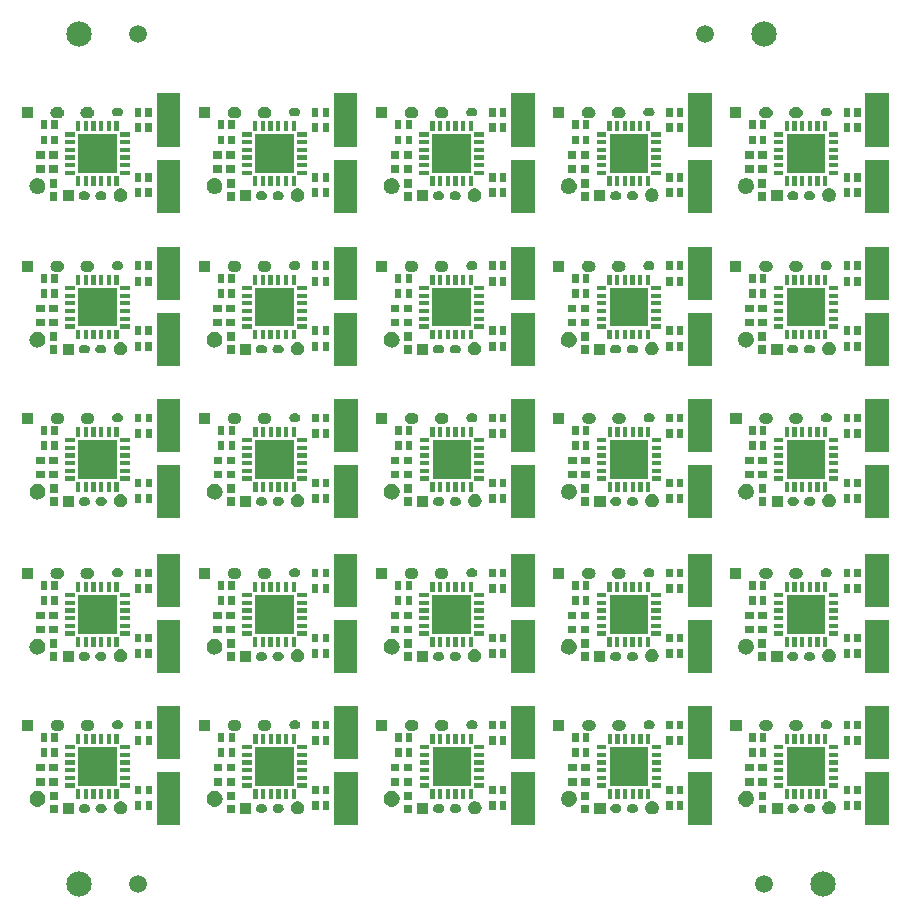
<source format=gbs>
*
%FSLAX26Y26*%
%MOIN*%
%ADD10C,0.059055*%
%ADD11C,0.084646*%
%IPPOS*%
%LNa.gbs*%
%LPD*%
%SRX1Y1I0J0*%
G01*
G75*
G36*
X515101Y19472D02*
X436755D01*
Y196244D01*
X515101D01*
Y19472D01*
G37*
G36*
X315861Y100769D02*
X315861D01*
X315917Y100769D01*
X320269Y100281D01*
X324444Y98956D01*
X328282Y96847D01*
X331637Y94031D01*
X334381Y90618D01*
X336411Y86737D01*
X337647Y82535D01*
X337647Y82534D01*
Y82534D01*
X338044Y78174D01*
X337586Y73819D01*
X337586Y73818D01*
X336291Y69634D01*
X334208Y65781D01*
X331416Y62407D01*
X328022Y59639D01*
X324155Y57583D01*
X319963Y56317D01*
X315604Y55889D01*
X315384D01*
X315129Y55891D01*
X315129D01*
X315073Y55891D01*
X310721Y56380D01*
X306546Y57704D01*
X302708Y59814D01*
X299353Y62629D01*
X296609Y66042D01*
X294580Y69924D01*
X293343Y74125D01*
X293343Y74126D01*
Y74126D01*
X292946Y78487D01*
X293404Y82841D01*
X293404Y82843D01*
X294699Y87026D01*
X296782Y90879D01*
X299574Y94254D01*
X302968Y97022D01*
X306835Y99078D01*
X311028Y100344D01*
X315387Y100771D01*
X315606D01*
X315861Y100769D01*
G37*
G36*
X160771Y57858D02*
X123763D01*
Y94866D01*
X160771D01*
Y57858D01*
G37*
G36*
X105653Y59826D02*
X80456D01*
Y88960D01*
X105653D01*
Y59826D01*
G37*
G36*
X254945Y90928D02*
X254945D01*
X255001Y90927D01*
X257826Y90610D01*
X260536Y89751D01*
X263027Y88381D01*
X265205Y86554D01*
X266986Y84338D01*
X268303Y81819D01*
X269106Y79091D01*
X269106Y79090D01*
X269364Y76260D01*
X269067Y73434D01*
X269067Y73433D01*
X268226Y70717D01*
X266874Y68216D01*
X265062Y66025D01*
X262858Y64229D01*
X260348Y62894D01*
X257627Y62072D01*
X254797Y61795D01*
X246741D01*
X246597Y61796D01*
X246596D01*
X246541Y61796D01*
X243716Y62113D01*
X241006Y62973D01*
X238514Y64342D01*
X236336Y66170D01*
X234555Y68385D01*
X233238Y70905D01*
X232435Y73632D01*
X232435Y73633D01*
X232178Y76463D01*
X232475Y79289D01*
X232475Y79291D01*
X233315Y82007D01*
X234668Y84507D01*
X236480Y86698D01*
X238683Y88495D01*
X241193Y89830D01*
X243915Y90651D01*
X246744Y90929D01*
X254800D01*
X254945Y90928D01*
G37*
G36*
X199433D02*
X199433D01*
X199489Y90927D01*
X202314Y90610D01*
X205024Y89751D01*
X207515Y88381D01*
X209693Y86554D01*
X211475Y84338D01*
X212792Y81819D01*
X213594Y79091D01*
X213594Y79090D01*
X213852Y76260D01*
X213555Y73434D01*
X213555Y73433D01*
X212714Y70717D01*
X211362Y68216D01*
X209550Y66025D01*
X207347Y64229D01*
X204836Y62894D01*
X202115Y62072D01*
X199285Y61795D01*
X191229D01*
X191085Y61796D01*
X191085D01*
X191029Y61796D01*
X188204Y62113D01*
X185494Y62973D01*
X183002Y64342D01*
X180825Y66170D01*
X179043Y68385D01*
X177726Y70905D01*
X176923Y73632D01*
X176923Y73633D01*
X176666Y76463D01*
X176963Y79289D01*
X176963Y79291D01*
X177804Y82007D01*
X179156Y84507D01*
X180968Y86698D01*
X183171Y88495D01*
X185681Y89830D01*
X188403Y90651D01*
X191232Y90929D01*
X199288D01*
X199433Y90928D01*
G37*
G36*
X385180Y71637D02*
X363920D01*
Y100771D01*
X385180D01*
Y71637D01*
G37*
G36*
X420613D02*
X399353D01*
Y100771D01*
X420613D01*
Y71637D01*
G37*
G36*
X44026Y134219D02*
X44026Y134218D01*
X44027Y134218D01*
X48945Y132696D01*
X53474Y130247D01*
X57440Y126966D01*
X60694Y122976D01*
X63111Y118431D01*
X64599Y113503D01*
X65101Y108379D01*
Y108124D01*
X65099Y107756D01*
X64525Y102640D01*
X62968Y97732D01*
X60488Y93221D01*
X57179Y89277D01*
X53167Y86052D01*
X48605Y83667D01*
X43666Y82213D01*
X43665D01*
X43665Y82213D01*
X38539Y81746D01*
X33421Y82284D01*
X33420Y82285D01*
X33419Y82285D01*
X28502Y83807D01*
X23973Y86256D01*
X20006Y89537D01*
X16753Y93526D01*
X14336Y98072D01*
X12848Y103000D01*
X12345Y108124D01*
Y108379D01*
X12348Y108747D01*
X12922Y113863D01*
X14479Y118770D01*
X16959Y123282D01*
X20268Y127225D01*
X24280Y130451D01*
X28842Y132836D01*
X33781Y134290D01*
X33781D01*
X33782Y134290D01*
X38908Y134756D01*
X44026Y134219D01*
G37*
G36*
X105653Y103133D02*
X80456D01*
Y132267D01*
X105653D01*
Y103133D01*
G37*
G36*
X207424Y108645D02*
X193251D01*
Y140535D01*
X207424D01*
Y108645D01*
G37*
G36*
X284196D02*
X270023D01*
Y140535D01*
X284196D01*
Y108645D01*
G37*
G36*
X181834D02*
X167660D01*
Y140535D01*
X181834D01*
Y108645D01*
G37*
G36*
X233015D02*
X218842D01*
Y140535D01*
X233015D01*
Y108645D01*
G37*
G36*
X309786D02*
X295613D01*
Y140535D01*
X309786D01*
Y108645D01*
G37*
G36*
X258605D02*
X244432D01*
Y140535D01*
X258605D01*
Y108645D01*
G37*
G36*
X420613Y122818D02*
X399353D01*
Y151952D01*
X420613D01*
Y122818D01*
G37*
G36*
X385180D02*
X363920D01*
Y151952D01*
X385180D01*
Y122818D01*
G37*
G36*
X346204Y145063D02*
X314314D01*
Y159236D01*
X346204D01*
Y145063D01*
G37*
G36*
X163133D02*
X131243D01*
Y159236D01*
X163133D01*
Y145063D01*
G37*
G36*
X302897Y151952D02*
X174550D01*
Y280299D01*
X302897D01*
Y151952D01*
G37*
G36*
X107621Y152346D02*
X78487D01*
Y177543D01*
X107621D01*
Y152346D01*
G37*
G36*
X64314D02*
X35180D01*
Y177543D01*
X64314D01*
Y152346D01*
G37*
G36*
X346204Y170653D02*
X314314D01*
Y184826D01*
X346204D01*
Y170653D01*
G37*
G36*
X163133D02*
X131243D01*
Y184826D01*
X163133D01*
Y170653D01*
G37*
G36*
X346204Y196244D02*
X314314D01*
Y210417D01*
X346204D01*
Y196244D01*
G37*
G36*
X163133D02*
X131243D01*
Y210417D01*
X163133D01*
Y196244D01*
G37*
G36*
X107621Y199590D02*
X78487D01*
Y224787D01*
X107621D01*
Y199590D01*
G37*
G36*
X64314D02*
X35180D01*
Y224787D01*
X64314D01*
Y199590D01*
G37*
G36*
X163133Y221834D02*
X131243D01*
Y236007D01*
X163133D01*
Y221834D01*
G37*
G36*
X346204D02*
X314314D01*
Y236007D01*
X346204D01*
Y221834D01*
G37*
G36*
X515101Y239944D02*
X436755D01*
Y416716D01*
X515101D01*
Y239944D01*
G37*
G36*
X106637Y246834D02*
X85377D01*
Y275968D01*
X106637D01*
Y246834D01*
G37*
G36*
X71204D02*
X49944D01*
Y275968D01*
X71204D01*
Y246834D01*
G37*
G36*
X346204Y247425D02*
X314314D01*
Y261598D01*
X346204D01*
Y247425D01*
G37*
G36*
X163133D02*
X131243D01*
Y261598D01*
X163133D01*
Y247425D01*
G37*
G36*
X346204Y273015D02*
X314314D01*
Y287188D01*
X346204D01*
Y273015D01*
G37*
G36*
X163133D02*
X131243D01*
Y287188D01*
X163133D01*
Y273015D01*
G37*
G36*
X420613Y288173D02*
X399353D01*
Y317307D01*
X420613D01*
Y288173D01*
G37*
G36*
X385180D02*
X363920D01*
Y317307D01*
X385180D01*
Y288173D01*
G37*
G36*
X309786Y291716D02*
X295613D01*
Y323606D01*
X309786D01*
Y291716D01*
G37*
G36*
X181834D02*
X167660D01*
Y323606D01*
X181834D01*
Y291716D01*
G37*
G36*
X207424D02*
X193251D01*
Y323606D01*
X207424D01*
Y291716D01*
G37*
G36*
X258605D02*
X244432D01*
Y323606D01*
X258605D01*
Y291716D01*
G37*
G36*
X284196D02*
X270023D01*
Y323606D01*
X284196D01*
Y291716D01*
G37*
G36*
X233015D02*
X218842D01*
Y323606D01*
X233015D01*
Y291716D01*
G37*
G36*
X106637Y298015D02*
X85377D01*
Y327149D01*
X106637D01*
Y298015D01*
G37*
G36*
X71204D02*
X49944D01*
Y327149D01*
X71204D01*
Y298015D01*
G37*
G36*
X109507Y371636D02*
X109507D01*
X109563Y371636D01*
X113152Y371233D01*
X116594Y370141D01*
X119759Y368401D01*
X122525Y366080D01*
X124788Y363265D01*
X126461Y360065D01*
X127481Y356601D01*
X127481Y356600D01*
X127481Y356599D01*
X127808Y353004D01*
X127431Y349414D01*
X127431Y349414D01*
X127430Y349413D01*
X126363Y345963D01*
X124645Y342786D01*
X122343Y340004D01*
X119544Y337721D01*
X116356Y336026D01*
X112899Y334982D01*
X109304Y334629D01*
X101211D01*
X101011Y334631D01*
X101011D01*
X100955Y334631D01*
X97366Y335034D01*
X93924Y336126D01*
X90759Y337866D01*
X87993Y340187D01*
X85730Y343001D01*
X84057Y346202D01*
X83037Y349666D01*
X83037Y349667D01*
X83037Y349667D01*
X82710Y353263D01*
X83087Y356853D01*
X83087Y356853D01*
X83087Y356854D01*
X84155Y360304D01*
X85873Y363481D01*
X88175Y366263D01*
X90973Y368546D01*
X94162Y370241D01*
X97619Y371285D01*
X101213Y371637D01*
X109307D01*
X109507Y371636D01*
G37*
G36*
X209507D02*
X209507D01*
X209563Y371636D01*
X213152Y371233D01*
X216594Y370141D01*
X219759Y368401D01*
X222525Y366080D01*
X224788Y363265D01*
X226461Y360065D01*
X227481Y356601D01*
X227481Y356600D01*
X227481Y356599D01*
X227808Y353004D01*
X227431Y349414D01*
X227431Y349414D01*
X227430Y349413D01*
X226363Y345963D01*
X224645Y342786D01*
X222343Y340004D01*
X219544Y337721D01*
X216356Y336026D01*
X212899Y334982D01*
X209304Y334629D01*
X201211D01*
X201011Y334631D01*
X201011D01*
X200955Y334631D01*
X197366Y335034D01*
X193924Y336126D01*
X190759Y337866D01*
X187993Y340187D01*
X185730Y343001D01*
X184057Y346202D01*
X183037Y349666D01*
X183037Y349667D01*
X183037Y349667D01*
X182710Y353263D01*
X183087Y356853D01*
X183087Y356853D01*
X183087Y356854D01*
X184155Y360304D01*
X185873Y363481D01*
X188175Y366263D01*
X190973Y368546D01*
X194162Y370241D01*
X197619Y371285D01*
X201213Y371637D01*
X209307D01*
X209507Y371636D01*
G37*
G36*
X23763Y334629D02*
X-13245D01*
Y371637D01*
X23763D01*
Y334629D01*
G37*
G36*
X385180Y339354D02*
X363920D01*
Y368488D01*
X385180D01*
Y339354D01*
G37*
G36*
X420613D02*
X399353D01*
Y368488D01*
X420613D01*
Y339354D01*
G37*
G36*
X310220Y369668D02*
X310221D01*
X310276Y369667D01*
X313101Y369350D01*
X315811Y368491D01*
X318303Y367121D01*
X320481Y365294D01*
X322262Y363078D01*
X323579Y360559D01*
X324382Y357831D01*
X324382Y357830D01*
X324639Y355000D01*
X324342Y352174D01*
X324342Y352173D01*
X323501Y349457D01*
X322149Y346956D01*
X320337Y344766D01*
X318134Y342969D01*
X315624Y341634D01*
X312902Y340812D01*
X310073Y340535D01*
X302017D01*
X301872Y340536D01*
X301872D01*
X301816Y340536D01*
X298991Y340853D01*
X296281Y341713D01*
X293790Y343082D01*
X291612Y344910D01*
X289831Y347126D01*
X288513Y349645D01*
X287711Y352372D01*
X287711Y352373D01*
X287453Y355204D01*
X287750Y358030D01*
X287750Y358031D01*
X288591Y360747D01*
X289943Y363248D01*
X291755Y365438D01*
X293958Y367235D01*
X296469Y368570D01*
X299190Y369391D01*
X302020Y369669D01*
X310076D01*
X310220Y369668D01*
G37*
G36*
X1105652Y19472D02*
X1027306D01*
Y196244D01*
X1105652D01*
Y19472D01*
G37*
G36*
X906412Y100769D02*
X906412D01*
X906468Y100769D01*
X910820Y100281D01*
X914995Y98956D01*
X918833Y96847D01*
X922188Y94031D01*
X924932Y90618D01*
X926962Y86737D01*
X928198Y82535D01*
X928198Y82534D01*
Y82534D01*
X928595Y78174D01*
X928137Y73819D01*
X928137Y73818D01*
X926842Y69634D01*
X924759Y65781D01*
X921967Y62407D01*
X918573Y59639D01*
X914706Y57583D01*
X910513Y56317D01*
X906155Y55889D01*
X905935D01*
X905680Y55891D01*
X905680D01*
X905624Y55891D01*
X901272Y56380D01*
X897097Y57704D01*
X893259Y59814D01*
X889904Y62629D01*
X887160Y66042D01*
X885131Y69924D01*
X883894Y74125D01*
X883894Y74126D01*
Y74126D01*
X883497Y78487D01*
X883955Y82841D01*
X883955Y82843D01*
X885250Y87026D01*
X887333Y90879D01*
X890125Y94254D01*
X893519Y97022D01*
X897386Y99078D01*
X901579Y100344D01*
X905938Y100771D01*
X906157D01*
X906412Y100769D01*
G37*
G36*
X751322Y57858D02*
X714314D01*
Y94866D01*
X751322D01*
Y57858D01*
G37*
G36*
X696204Y59826D02*
X671007D01*
Y88960D01*
X696204D01*
Y59826D01*
G37*
G36*
X845496Y90928D02*
X845496D01*
X845552Y90927D01*
X848377Y90610D01*
X851087Y89751D01*
X853578Y88381D01*
X855756Y86554D01*
X857537Y84338D01*
X858854Y81819D01*
X859657Y79091D01*
X859657Y79090D01*
X859915Y76260D01*
X859618Y73434D01*
X859618Y73433D01*
X858777Y70717D01*
X857425Y68216D01*
X855613Y66025D01*
X853409Y64229D01*
X850899Y62894D01*
X848178Y62072D01*
X845348Y61795D01*
X837292D01*
X837148Y61796D01*
X837147D01*
X837092Y61796D01*
X834267Y62113D01*
X831557Y62973D01*
X829065Y64342D01*
X826887Y66170D01*
X825106Y68385D01*
X823789Y70905D01*
X822986Y73632D01*
X822986Y73633D01*
X822729Y76463D01*
X823025Y79289D01*
X823026Y79291D01*
X823866Y82007D01*
X825219Y84507D01*
X827031Y86698D01*
X829234Y88495D01*
X831744Y89830D01*
X834466Y90651D01*
X837295Y90929D01*
X845351D01*
X845496Y90928D01*
G37*
G36*
X789984D02*
X789984D01*
X790040Y90927D01*
X792865Y90610D01*
X795575Y89751D01*
X798066Y88381D01*
X800244Y86554D01*
X802025Y84338D01*
X803343Y81819D01*
X804145Y79091D01*
X804145Y79090D01*
X804403Y76260D01*
X804106Y73434D01*
X804106Y73433D01*
X803265Y70717D01*
X801913Y68216D01*
X800101Y66025D01*
X797898Y64229D01*
X795387Y62894D01*
X792666Y62072D01*
X789836Y61795D01*
X781780D01*
X781636Y61796D01*
X781636D01*
X781580Y61796D01*
X778755Y62113D01*
X776045Y62973D01*
X773553Y64342D01*
X771376Y66170D01*
X769594Y68385D01*
X768277Y70905D01*
X767474Y73632D01*
X767474Y73633D01*
X767217Y76463D01*
X767514Y79289D01*
X767514Y79291D01*
X768355Y82007D01*
X769707Y84507D01*
X771519Y86698D01*
X773722Y88495D01*
X776232Y89830D01*
X778954Y90651D01*
X781783Y90929D01*
X789839D01*
X789984Y90928D01*
G37*
G36*
X975731Y71637D02*
X954471D01*
Y100771D01*
X975731D01*
Y71637D01*
G37*
G36*
X1011164D02*
X989904D01*
Y100771D01*
X1011164D01*
Y71637D01*
G37*
G36*
X634577Y134219D02*
X634577Y134218D01*
X634578Y134218D01*
X639496Y132696D01*
X644025Y130247D01*
X647991Y126966D01*
X651245Y122976D01*
X653662Y118431D01*
X655150Y113503D01*
X655652Y108379D01*
Y108124D01*
X655650Y107756D01*
X655076Y102640D01*
X653519Y97732D01*
X651039Y93221D01*
X647730Y89277D01*
X643718Y86052D01*
X639156Y83667D01*
X634217Y82213D01*
X634216D01*
X634216Y82213D01*
X629090Y81746D01*
X623972Y82284D01*
X623971Y82285D01*
X623970Y82285D01*
X619053Y83807D01*
X614524Y86256D01*
X610557Y89537D01*
X607304Y93526D01*
X604887Y98072D01*
X603399Y103000D01*
X602896Y108124D01*
Y108379D01*
X602899Y108747D01*
X603473Y113863D01*
X605030Y118770D01*
X607510Y123282D01*
X610819Y127225D01*
X614831Y130451D01*
X619393Y132836D01*
X624332Y134290D01*
X624332D01*
X624333Y134290D01*
X629459Y134756D01*
X634577Y134219D01*
G37*
G36*
X696204Y103133D02*
X671007D01*
Y132267D01*
X696204D01*
Y103133D01*
G37*
G36*
X797975Y108645D02*
X783802D01*
Y140535D01*
X797975D01*
Y108645D01*
G37*
G36*
X874747D02*
X860574D01*
Y140535D01*
X874747D01*
Y108645D01*
G37*
G36*
X772385D02*
X758211D01*
Y140535D01*
X772385D01*
Y108645D01*
G37*
G36*
X823566D02*
X809393D01*
Y140535D01*
X823566D01*
Y108645D01*
G37*
G36*
X900337D02*
X886164D01*
Y140535D01*
X900337D01*
Y108645D01*
G37*
G36*
X849156D02*
X834983D01*
Y140535D01*
X849156D01*
Y108645D01*
G37*
G36*
X1011164Y122818D02*
X989904D01*
Y151952D01*
X1011164D01*
Y122818D01*
G37*
G36*
X975731D02*
X954471D01*
Y151952D01*
X975731D01*
Y122818D01*
G37*
G36*
X936755Y145063D02*
X904865D01*
Y159236D01*
X936755D01*
Y145063D01*
G37*
G36*
X753684D02*
X721794D01*
Y159236D01*
X753684D01*
Y145063D01*
G37*
G36*
X893448Y151952D02*
X765101D01*
Y280299D01*
X893448D01*
Y151952D01*
G37*
G36*
X698172Y152346D02*
X669038D01*
Y177543D01*
X698172D01*
Y152346D01*
G37*
G36*
X654865D02*
X625731D01*
Y177543D01*
X654865D01*
Y152346D01*
G37*
G36*
X936755Y170653D02*
X904865D01*
Y184826D01*
X936755D01*
Y170653D01*
G37*
G36*
X753684D02*
X721794D01*
Y184826D01*
X753684D01*
Y170653D01*
G37*
G36*
X936755Y196244D02*
X904865D01*
Y210417D01*
X936755D01*
Y196244D01*
G37*
G36*
X753684D02*
X721794D01*
Y210417D01*
X753684D01*
Y196244D01*
G37*
G36*
X698172Y199590D02*
X669038D01*
Y224787D01*
X698172D01*
Y199590D01*
G37*
G36*
X654865D02*
X625731D01*
Y224787D01*
X654865D01*
Y199590D01*
G37*
G36*
X753684Y221834D02*
X721794D01*
Y236007D01*
X753684D01*
Y221834D01*
G37*
G36*
X936755D02*
X904865D01*
Y236007D01*
X936755D01*
Y221834D01*
G37*
G36*
X1105652Y239944D02*
X1027306D01*
Y416716D01*
X1105652D01*
Y239944D01*
G37*
G36*
X697188Y246834D02*
X675928D01*
Y275968D01*
X697188D01*
Y246834D01*
G37*
G36*
X661755D02*
X640495D01*
Y275968D01*
X661755D01*
Y246834D01*
G37*
G36*
X936755Y247425D02*
X904865D01*
Y261598D01*
X936755D01*
Y247425D01*
G37*
G36*
X753684D02*
X721794D01*
Y261598D01*
X753684D01*
Y247425D01*
G37*
G36*
X936755Y273015D02*
X904865D01*
Y287188D01*
X936755D01*
Y273015D01*
G37*
G36*
X753684D02*
X721794D01*
Y287188D01*
X753684D01*
Y273015D01*
G37*
G36*
X1011164Y288173D02*
X989904D01*
Y317307D01*
X1011164D01*
Y288173D01*
G37*
G36*
X975731D02*
X954471D01*
Y317307D01*
X975731D01*
Y288173D01*
G37*
G36*
X900337Y291716D02*
X886164D01*
Y323606D01*
X900337D01*
Y291716D01*
G37*
G36*
X772385D02*
X758211D01*
Y323606D01*
X772385D01*
Y291716D01*
G37*
G36*
X797975D02*
X783802D01*
Y323606D01*
X797975D01*
Y291716D01*
G37*
G36*
X849156D02*
X834983D01*
Y323606D01*
X849156D01*
Y291716D01*
G37*
G36*
X874747D02*
X860574D01*
Y323606D01*
X874747D01*
Y291716D01*
G37*
G36*
X823566D02*
X809393D01*
Y323606D01*
X823566D01*
Y291716D01*
G37*
G36*
X697188Y298015D02*
X675928D01*
Y327149D01*
X697188D01*
Y298015D01*
G37*
G36*
X661755D02*
X640495D01*
Y327149D01*
X661755D01*
Y298015D01*
G37*
G36*
X700058Y371636D02*
X700058D01*
X700114Y371636D01*
X703703Y371233D01*
X707145Y370141D01*
X710310Y368401D01*
X713076Y366080D01*
X715339Y363265D01*
X717012Y360065D01*
X718032Y356601D01*
X718032Y356600D01*
X718032Y356599D01*
X718359Y353004D01*
X717982Y349414D01*
X717981Y349414D01*
X717981Y349413D01*
X716914Y345963D01*
X715196Y342786D01*
X712894Y340004D01*
X710095Y337721D01*
X706907Y336026D01*
X703450Y334982D01*
X699855Y334629D01*
X691762D01*
X691562Y334631D01*
X691562D01*
X691506Y334631D01*
X687917Y335034D01*
X684475Y336126D01*
X681310Y337866D01*
X678544Y340187D01*
X676281Y343001D01*
X674608Y346202D01*
X673588Y349666D01*
X673588Y349667D01*
X673588Y349667D01*
X673261Y353263D01*
X673638Y356853D01*
X673638Y356853D01*
X673638Y356854D01*
X674706Y360304D01*
X676424Y363481D01*
X678726Y366263D01*
X681524Y368546D01*
X684713Y370241D01*
X688170Y371285D01*
X691764Y371637D01*
X699858D01*
X700058Y371636D01*
G37*
G36*
X800058D02*
X800058D01*
X800114Y371636D01*
X803703Y371233D01*
X807145Y370141D01*
X810310Y368401D01*
X813076Y366080D01*
X815339Y363265D01*
X817012Y360065D01*
X818032Y356601D01*
X818032Y356600D01*
X818032Y356599D01*
X818359Y353004D01*
X817982Y349414D01*
X817981Y349414D01*
X817981Y349413D01*
X816914Y345963D01*
X815196Y342786D01*
X812894Y340004D01*
X810095Y337721D01*
X806907Y336026D01*
X803450Y334982D01*
X799855Y334629D01*
X791762D01*
X791562Y334631D01*
X791562D01*
X791506Y334631D01*
X787917Y335034D01*
X784475Y336126D01*
X781310Y337866D01*
X778544Y340187D01*
X776281Y343001D01*
X774608Y346202D01*
X773588Y349666D01*
X773588Y349667D01*
X773588Y349667D01*
X773261Y353263D01*
X773638Y356853D01*
X773638Y356853D01*
X773638Y356854D01*
X774706Y360304D01*
X776424Y363481D01*
X778726Y366263D01*
X781524Y368546D01*
X784713Y370241D01*
X788170Y371285D01*
X791764Y371637D01*
X799858D01*
X800058Y371636D01*
G37*
G36*
X614314Y334629D02*
X577306D01*
Y371637D01*
X614314D01*
Y334629D01*
G37*
G36*
X975731Y339354D02*
X954471D01*
Y368488D01*
X975731D01*
Y339354D01*
G37*
G36*
X1011164D02*
X989904D01*
Y368488D01*
X1011164D01*
Y339354D01*
G37*
G36*
X900771Y369668D02*
X900772D01*
X900827Y369667D01*
X903652Y369350D01*
X906362Y368491D01*
X908854Y367121D01*
X911031Y365294D01*
X912813Y363078D01*
X914130Y360559D01*
X914933Y357831D01*
X914933Y357830D01*
X915190Y355000D01*
X914893Y352174D01*
X914893Y352173D01*
X914052Y349457D01*
X912700Y346956D01*
X910888Y344766D01*
X908685Y342969D01*
X906175Y341634D01*
X903453Y340812D01*
X900624Y340535D01*
X892568D01*
X892423Y340536D01*
X892423D01*
X892367Y340536D01*
X889542Y340853D01*
X886832Y341713D01*
X884341Y343082D01*
X882163Y344910D01*
X880382Y347126D01*
X879064Y349645D01*
X878262Y352372D01*
X878262Y352373D01*
X878004Y355204D01*
X878301Y358030D01*
X878301Y358031D01*
X879142Y360747D01*
X880494Y363248D01*
X882306Y365438D01*
X884509Y367235D01*
X887020Y368570D01*
X889741Y369391D01*
X892571Y369669D01*
X900627D01*
X900771Y369668D01*
G37*
G36*
X1696203Y19472D02*
X1617857D01*
Y196244D01*
X1696203D01*
Y19472D01*
G37*
G36*
X1496963Y100769D02*
X1496963D01*
X1497019Y100769D01*
X1501371Y100281D01*
X1505546Y98956D01*
X1509384Y96847D01*
X1512739Y94031D01*
X1515484Y90618D01*
X1517513Y86737D01*
X1518749Y82535D01*
X1518749Y82534D01*
Y82534D01*
X1519146Y78174D01*
X1518688Y73819D01*
X1518688Y73818D01*
X1517393Y69634D01*
X1515310Y65781D01*
X1512518Y62407D01*
X1509124Y59639D01*
X1505257Y57583D01*
X1501065Y56317D01*
X1496706Y55889D01*
X1496486D01*
X1496231Y55891D01*
X1496231D01*
X1496175Y55891D01*
X1491823Y56380D01*
X1487648Y57704D01*
X1483810Y59814D01*
X1480455Y62629D01*
X1477711Y66042D01*
X1475682Y69924D01*
X1474445Y74125D01*
X1474445Y74126D01*
Y74126D01*
X1474048Y78487D01*
X1474506Y82841D01*
X1474506Y82843D01*
X1475801Y87026D01*
X1477884Y90879D01*
X1480676Y94254D01*
X1484070Y97022D01*
X1487937Y99078D01*
X1492130Y100344D01*
X1496489Y100771D01*
X1496708D01*
X1496963Y100769D01*
G37*
G36*
X1341873Y57858D02*
X1304865D01*
Y94866D01*
X1341873D01*
Y57858D01*
G37*
G36*
X1286755Y59826D02*
X1261558D01*
Y88960D01*
X1286755D01*
Y59826D01*
G37*
G36*
X1436047Y90928D02*
X1436047D01*
X1436103Y90927D01*
X1438928Y90610D01*
X1441638Y89751D01*
X1444129Y88381D01*
X1446307Y86554D01*
X1448088Y84338D01*
X1449406Y81819D01*
X1450208Y79091D01*
X1450208Y79090D01*
X1450466Y76260D01*
X1450169Y73434D01*
X1450169Y73433D01*
X1449328Y70717D01*
X1447976Y68216D01*
X1446164Y66025D01*
X1443961Y64229D01*
X1441450Y62894D01*
X1438729Y62072D01*
X1435899Y61795D01*
X1427843D01*
X1427699Y61796D01*
X1427698D01*
X1427643Y61796D01*
X1424818Y62113D01*
X1422108Y62973D01*
X1419616Y64342D01*
X1417438Y66170D01*
X1415657Y68385D01*
X1414340Y70905D01*
X1413537Y73632D01*
X1413537Y73633D01*
X1413280Y76463D01*
X1413577Y79289D01*
X1413577Y79291D01*
X1414418Y82007D01*
X1415770Y84507D01*
X1417582Y86698D01*
X1419785Y88495D01*
X1422295Y89830D01*
X1425017Y90651D01*
X1427846Y90929D01*
X1435902D01*
X1436047Y90928D01*
G37*
G36*
X1380535D02*
X1380535D01*
X1380591Y90927D01*
X1383416Y90610D01*
X1386126Y89751D01*
X1388617Y88381D01*
X1390795Y86554D01*
X1392577Y84338D01*
X1393894Y81819D01*
X1394696Y79091D01*
X1394696Y79090D01*
X1394954Y76260D01*
X1394657Y73434D01*
X1394657Y73433D01*
X1393816Y70717D01*
X1392464Y68216D01*
X1390652Y66025D01*
X1388449Y64229D01*
X1385938Y62894D01*
X1383217Y62072D01*
X1380388Y61795D01*
X1372331D01*
X1372187Y61796D01*
X1372187D01*
X1372131Y61796D01*
X1369306Y62113D01*
X1366596Y62973D01*
X1364105Y64342D01*
X1361927Y66170D01*
X1360145Y68385D01*
X1358828Y70905D01*
X1358025Y73632D01*
X1358025Y73633D01*
X1357768Y76463D01*
X1358065Y79289D01*
X1358065Y79291D01*
X1358906Y82007D01*
X1360258Y84507D01*
X1362070Y86698D01*
X1364273Y88495D01*
X1366783Y89830D01*
X1369505Y90651D01*
X1372334Y90929D01*
X1380390D01*
X1380535Y90928D01*
G37*
G36*
X1566282Y71637D02*
X1545022D01*
Y100771D01*
X1566282D01*
Y71637D01*
G37*
G36*
X1601715D02*
X1580455D01*
Y100771D01*
X1601715D01*
Y71637D01*
G37*
G36*
X1225128Y134219D02*
X1225128Y134218D01*
X1225130Y134218D01*
X1230047Y132696D01*
X1234576Y130247D01*
X1238543Y126966D01*
X1241796Y122976D01*
X1244213Y118431D01*
X1245701Y113503D01*
X1246203Y108379D01*
Y108124D01*
X1246201Y107756D01*
X1245627Y102640D01*
X1244070Y97732D01*
X1241590Y93221D01*
X1238281Y89277D01*
X1234269Y86052D01*
X1229707Y83667D01*
X1224768Y82213D01*
X1224767D01*
X1224767Y82213D01*
X1219641Y81746D01*
X1214523Y82284D01*
X1214523Y82285D01*
X1214521Y82285D01*
X1209604Y83807D01*
X1205075Y86256D01*
X1201108Y89537D01*
X1197855Y93526D01*
X1195438Y98072D01*
X1193950Y103000D01*
X1193448Y108124D01*
Y108379D01*
X1193450Y108747D01*
X1194024Y113863D01*
X1195581Y118770D01*
X1198061Y123282D01*
X1201370Y127225D01*
X1205382Y130451D01*
X1209944Y132836D01*
X1214883Y134290D01*
X1214884D01*
X1214884Y134290D01*
X1220010Y134756D01*
X1225128Y134219D01*
G37*
G36*
X1286755Y103133D02*
X1261558D01*
Y132267D01*
X1286755D01*
Y103133D01*
G37*
G36*
X1388526Y108645D02*
X1374353D01*
Y140535D01*
X1388526D01*
Y108645D01*
G37*
G36*
X1465298D02*
X1451125D01*
Y140535D01*
X1465298D01*
Y108645D01*
G37*
G36*
X1362936D02*
X1348763D01*
Y140535D01*
X1362936D01*
Y108645D01*
G37*
G36*
X1414117D02*
X1399944D01*
Y140535D01*
X1414117D01*
Y108645D01*
G37*
G36*
X1490888D02*
X1476715D01*
Y140535D01*
X1490888D01*
Y108645D01*
G37*
G36*
X1439707D02*
X1425534D01*
Y140535D01*
X1439707D01*
Y108645D01*
G37*
G36*
X1601715Y122818D02*
X1580455D01*
Y151952D01*
X1601715D01*
Y122818D01*
G37*
G36*
X1566282D02*
X1545022D01*
Y151952D01*
X1566282D01*
Y122818D01*
G37*
G36*
X1527306Y145063D02*
X1495416D01*
Y159236D01*
X1527306D01*
Y145063D01*
G37*
G36*
X1344235D02*
X1312345D01*
Y159236D01*
X1344235D01*
Y145063D01*
G37*
G36*
X1483999Y151952D02*
X1355652D01*
Y280299D01*
X1483999D01*
Y151952D01*
G37*
G36*
X1288723Y152346D02*
X1259589D01*
Y177543D01*
X1288723D01*
Y152346D01*
G37*
G36*
X1245416D02*
X1216282D01*
Y177543D01*
X1245416D01*
Y152346D01*
G37*
G36*
X1527306Y170653D02*
X1495416D01*
Y184826D01*
X1527306D01*
Y170653D01*
G37*
G36*
X1344235D02*
X1312345D01*
Y184826D01*
X1344235D01*
Y170653D01*
G37*
G36*
X1527306Y196244D02*
X1495416D01*
Y210417D01*
X1527306D01*
Y196244D01*
G37*
G36*
X1344235D02*
X1312345D01*
Y210417D01*
X1344235D01*
Y196244D01*
G37*
G36*
X1288723Y199590D02*
X1259589D01*
Y224787D01*
X1288723D01*
Y199590D01*
G37*
G36*
X1245416D02*
X1216282D01*
Y224787D01*
X1245416D01*
Y199590D01*
G37*
G36*
X1344235Y221834D02*
X1312345D01*
Y236007D01*
X1344235D01*
Y221834D01*
G37*
G36*
X1527306D02*
X1495416D01*
Y236007D01*
X1527306D01*
Y221834D01*
G37*
G36*
X1696203Y239944D02*
X1617857D01*
Y416716D01*
X1696203D01*
Y239944D01*
G37*
G36*
X1287739Y246834D02*
X1266479D01*
Y275968D01*
X1287739D01*
Y246834D01*
G37*
G36*
X1252306D02*
X1231046D01*
Y275968D01*
X1252306D01*
Y246834D01*
G37*
G36*
X1527306Y247425D02*
X1495416D01*
Y261598D01*
X1527306D01*
Y247425D01*
G37*
G36*
X1344235D02*
X1312345D01*
Y261598D01*
X1344235D01*
Y247425D01*
G37*
G36*
X1527306Y273015D02*
X1495416D01*
Y287188D01*
X1527306D01*
Y273015D01*
G37*
G36*
X1344235D02*
X1312345D01*
Y287188D01*
X1344235D01*
Y273015D01*
G37*
G36*
X1601715Y288173D02*
X1580455D01*
Y317307D01*
X1601715D01*
Y288173D01*
G37*
G36*
X1566282D02*
X1545022D01*
Y317307D01*
X1566282D01*
Y288173D01*
G37*
G36*
X1490888Y291716D02*
X1476715D01*
Y323606D01*
X1490888D01*
Y291716D01*
G37*
G36*
X1362936D02*
X1348763D01*
Y323606D01*
X1362936D01*
Y291716D01*
G37*
G36*
X1388526D02*
X1374353D01*
Y323606D01*
X1388526D01*
Y291716D01*
G37*
G36*
X1439707D02*
X1425534D01*
Y323606D01*
X1439707D01*
Y291716D01*
G37*
G36*
X1465298D02*
X1451125D01*
Y323606D01*
X1465298D01*
Y291716D01*
G37*
G36*
X1414117D02*
X1399944D01*
Y323606D01*
X1414117D01*
Y291716D01*
G37*
G36*
X1287739Y298015D02*
X1266479D01*
Y327149D01*
X1287739D01*
Y298015D01*
G37*
G36*
X1252306D02*
X1231046D01*
Y327149D01*
X1252306D01*
Y298015D01*
G37*
G36*
X1290609Y371636D02*
X1290609D01*
X1290665Y371636D01*
X1294254Y371233D01*
X1297696Y370141D01*
X1300861Y368401D01*
X1303627Y366080D01*
X1305890Y363265D01*
X1307563Y360065D01*
X1308583Y356601D01*
X1308583Y356600D01*
X1308583Y356599D01*
X1308910Y353004D01*
X1308533Y349414D01*
X1308533Y349414D01*
X1308532Y349413D01*
X1307465Y345963D01*
X1305747Y342786D01*
X1303445Y340004D01*
X1300646Y337721D01*
X1297458Y336026D01*
X1294001Y334982D01*
X1290406Y334629D01*
X1282313D01*
X1282113Y334631D01*
X1282113D01*
X1282057Y334631D01*
X1278468Y335034D01*
X1275026Y336126D01*
X1271861Y337866D01*
X1269095Y340187D01*
X1266832Y343001D01*
X1265159Y346202D01*
X1264139Y349666D01*
X1264139Y349667D01*
X1264139Y349667D01*
X1263812Y353263D01*
X1264189Y356853D01*
X1264189Y356853D01*
X1264189Y356854D01*
X1265257Y360304D01*
X1266975Y363481D01*
X1269277Y366263D01*
X1272075Y368546D01*
X1275264Y370241D01*
X1278721Y371285D01*
X1282315Y371637D01*
X1290409D01*
X1290609Y371636D01*
G37*
G36*
X1390609D02*
X1390609D01*
X1390665Y371636D01*
X1394254Y371233D01*
X1397696Y370141D01*
X1400861Y368401D01*
X1403627Y366080D01*
X1405890Y363265D01*
X1407563Y360065D01*
X1408583Y356601D01*
X1408583Y356600D01*
X1408583Y356599D01*
X1408910Y353004D01*
X1408533Y349414D01*
X1408533Y349414D01*
X1408532Y349413D01*
X1407465Y345963D01*
X1405747Y342786D01*
X1403445Y340004D01*
X1400646Y337721D01*
X1397458Y336026D01*
X1394001Y334982D01*
X1390406Y334629D01*
X1382313D01*
X1382113Y334631D01*
X1382113D01*
X1382057Y334631D01*
X1378468Y335034D01*
X1375026Y336126D01*
X1371861Y337866D01*
X1369095Y340187D01*
X1366832Y343001D01*
X1365159Y346202D01*
X1364139Y349666D01*
X1364139Y349667D01*
X1364139Y349667D01*
X1363812Y353263D01*
X1364189Y356853D01*
X1364189Y356853D01*
X1364189Y356854D01*
X1365257Y360304D01*
X1366975Y363481D01*
X1369277Y366263D01*
X1372075Y368546D01*
X1375264Y370241D01*
X1378721Y371285D01*
X1382315Y371637D01*
X1390409D01*
X1390609Y371636D01*
G37*
G36*
X1204865Y334629D02*
X1167857D01*
Y371637D01*
X1204865D01*
Y334629D01*
G37*
G36*
X1566282Y339354D02*
X1545022D01*
Y368488D01*
X1566282D01*
Y339354D01*
G37*
G36*
X1601715D02*
X1580455D01*
Y368488D01*
X1601715D01*
Y339354D01*
G37*
G36*
X1491322Y369668D02*
X1491323D01*
X1491378Y369667D01*
X1494203Y369350D01*
X1496913Y368491D01*
X1499405Y367121D01*
X1501583Y365294D01*
X1503364Y363078D01*
X1504681Y360559D01*
X1505484Y357831D01*
X1505484Y357830D01*
X1505741Y355000D01*
X1505444Y352174D01*
X1505444Y352173D01*
X1504604Y349457D01*
X1503251Y346956D01*
X1501439Y344766D01*
X1499236Y342969D01*
X1496726Y341634D01*
X1494004Y340812D01*
X1491175Y340535D01*
X1483119D01*
X1482974Y340536D01*
X1482974D01*
X1482918Y340536D01*
X1480093Y340853D01*
X1477383Y341713D01*
X1474892Y343082D01*
X1472714Y344910D01*
X1470933Y347126D01*
X1469616Y349645D01*
X1468813Y352372D01*
X1468813Y352373D01*
X1468555Y355204D01*
X1468852Y358030D01*
X1468852Y358031D01*
X1469693Y360747D01*
X1471045Y363248D01*
X1472857Y365438D01*
X1475061Y367235D01*
X1477571Y368570D01*
X1480292Y369391D01*
X1483122Y369669D01*
X1491178D01*
X1491322Y369668D01*
G37*
G36*
X2286754Y19472D02*
X2208408D01*
Y196244D01*
X2286754D01*
Y19472D01*
G37*
G36*
X2087514Y100769D02*
X2087514D01*
X2087570Y100769D01*
X2091922Y100281D01*
X2096097Y98956D01*
X2099935Y96847D01*
X2103290Y94031D01*
X2106035Y90618D01*
X2108064Y86737D01*
X2109300Y82535D01*
X2109300Y82534D01*
Y82534D01*
X2109697Y78174D01*
X2109239Y73819D01*
X2109239Y73818D01*
X2107944Y69634D01*
X2105861Y65781D01*
X2103069Y62407D01*
X2099675Y59639D01*
X2095808Y57583D01*
X2091616Y56317D01*
X2087257Y55889D01*
X2087037D01*
X2086782Y55891D01*
X2086782D01*
X2086726Y55891D01*
X2082374Y56380D01*
X2078199Y57704D01*
X2074361Y59814D01*
X2071006Y62629D01*
X2068262Y66042D01*
X2066233Y69924D01*
X2064996Y74125D01*
X2064996Y74126D01*
Y74126D01*
X2064599Y78487D01*
X2065057Y82841D01*
X2065057Y82843D01*
X2066352Y87026D01*
X2068435Y90879D01*
X2071227Y94254D01*
X2074621Y97022D01*
X2078488Y99078D01*
X2082681Y100344D01*
X2087040Y100771D01*
X2087259D01*
X2087514Y100769D01*
G37*
G36*
X1932424Y57858D02*
X1895416D01*
Y94866D01*
X1932424D01*
Y57858D01*
G37*
G36*
X1877306Y59826D02*
X1852109D01*
Y88960D01*
X1877306D01*
Y59826D01*
G37*
G36*
X2026598Y90928D02*
X2026598D01*
X2026654Y90927D01*
X2029479Y90610D01*
X2032189Y89751D01*
X2034680Y88381D01*
X2036858Y86554D01*
X2038639Y84338D01*
X2039956Y81819D01*
X2040759Y79091D01*
X2040759Y79090D01*
X2041017Y76260D01*
X2040720Y73434D01*
X2040720Y73433D01*
X2039879Y70717D01*
X2038527Y68216D01*
X2036715Y66025D01*
X2034512Y64229D01*
X2032001Y62894D01*
X2029280Y62072D01*
X2026450Y61795D01*
X2018394D01*
X2018250Y61796D01*
X2018249D01*
X2018194Y61796D01*
X2015369Y62113D01*
X2012659Y62973D01*
X2010167Y64342D01*
X2007989Y66170D01*
X2006208Y68385D01*
X2004891Y70905D01*
X2004088Y73632D01*
X2004088Y73633D01*
X2003831Y76463D01*
X2004128Y79289D01*
X2004128Y79291D01*
X2004969Y82007D01*
X2006321Y84507D01*
X2008133Y86698D01*
X2010336Y88495D01*
X2012846Y89830D01*
X2015568Y90651D01*
X2018397Y90929D01*
X2026453D01*
X2026598Y90928D01*
G37*
G36*
X1971086D02*
X1971086D01*
X1971142Y90927D01*
X1973967Y90610D01*
X1976677Y89751D01*
X1979168Y88381D01*
X1981346Y86554D01*
X1983128Y84338D01*
X1984445Y81819D01*
X1985247Y79091D01*
X1985247Y79090D01*
X1985505Y76260D01*
X1985208Y73434D01*
X1985208Y73433D01*
X1984367Y70717D01*
X1983015Y68216D01*
X1981203Y66025D01*
X1979000Y64229D01*
X1976489Y62894D01*
X1973768Y62072D01*
X1970938Y61795D01*
X1962882D01*
X1962738Y61796D01*
X1962738D01*
X1962682Y61796D01*
X1959857Y62113D01*
X1957147Y62973D01*
X1954656Y64342D01*
X1952478Y66170D01*
X1950696Y68385D01*
X1949379Y70905D01*
X1948576Y73632D01*
X1948576Y73633D01*
X1948319Y76463D01*
X1948616Y79289D01*
X1948616Y79291D01*
X1949457Y82007D01*
X1950809Y84507D01*
X1952621Y86698D01*
X1954824Y88495D01*
X1957334Y89830D01*
X1960056Y90651D01*
X1962885Y90929D01*
X1970941D01*
X1971086Y90928D01*
G37*
G36*
X2156833Y71637D02*
X2135573D01*
Y100771D01*
X2156833D01*
Y71637D01*
G37*
G36*
X2192266D02*
X2171006D01*
Y100771D01*
X2192266D01*
Y71637D01*
G37*
G36*
X1815679Y134219D02*
X1815679Y134218D01*
X1815681Y134218D01*
X1820598Y132696D01*
X1825127Y130247D01*
X1829094Y126966D01*
X1832347Y122976D01*
X1834764Y118431D01*
X1836252Y113503D01*
X1836754Y108379D01*
Y108124D01*
X1836752Y107756D01*
X1836178Y102640D01*
X1834621Y97732D01*
X1832141Y93221D01*
X1828832Y89277D01*
X1824820Y86052D01*
X1820258Y83667D01*
X1815319Y82213D01*
X1815318D01*
X1815318Y82213D01*
X1810192Y81746D01*
X1805074Y82284D01*
X1805074Y82285D01*
X1805072Y82285D01*
X1800155Y83807D01*
X1795626Y86256D01*
X1791659Y89537D01*
X1788406Y93526D01*
X1785989Y98072D01*
X1784501Y103000D01*
X1783999Y108124D01*
Y108379D01*
X1784001Y108747D01*
X1784575Y113863D01*
X1786132Y118770D01*
X1788612Y123282D01*
X1791921Y127225D01*
X1795933Y130451D01*
X1800495Y132836D01*
X1805434Y134290D01*
X1805435D01*
X1805435Y134290D01*
X1810561Y134756D01*
X1815679Y134219D01*
G37*
G36*
X1877306Y103133D02*
X1852109D01*
Y132267D01*
X1877306D01*
Y103133D01*
G37*
G36*
X1979077Y108645D02*
X1964904D01*
Y140535D01*
X1979077D01*
Y108645D01*
G37*
G36*
X2055849D02*
X2041676D01*
Y140535D01*
X2055849D01*
Y108645D01*
G37*
G36*
X1953487D02*
X1939313D01*
Y140535D01*
X1953487D01*
Y108645D01*
G37*
G36*
X2004668D02*
X1990495D01*
Y140535D01*
X2004668D01*
Y108645D01*
G37*
G36*
X2081439D02*
X2067266D01*
Y140535D01*
X2081439D01*
Y108645D01*
G37*
G36*
X2030258D02*
X2016085D01*
Y140535D01*
X2030258D01*
Y108645D01*
G37*
G36*
X2192266Y122818D02*
X2171006D01*
Y151952D01*
X2192266D01*
Y122818D01*
G37*
G36*
X2156833D02*
X2135573D01*
Y151952D01*
X2156833D01*
Y122818D01*
G37*
G36*
X2117857Y145063D02*
X2085967D01*
Y159236D01*
X2117857D01*
Y145063D01*
G37*
G36*
X1934786D02*
X1902896D01*
Y159236D01*
X1934786D01*
Y145063D01*
G37*
G36*
X2074550Y151952D02*
X1946203D01*
Y280299D01*
X2074550D01*
Y151952D01*
G37*
G36*
X1879274Y152346D02*
X1850140D01*
Y177543D01*
X1879274D01*
Y152346D01*
G37*
G36*
X1835967D02*
X1806833D01*
Y177543D01*
X1835967D01*
Y152346D01*
G37*
G36*
X2117857Y170653D02*
X2085967D01*
Y184826D01*
X2117857D01*
Y170653D01*
G37*
G36*
X1934786D02*
X1902896D01*
Y184826D01*
X1934786D01*
Y170653D01*
G37*
G36*
X2117857Y196244D02*
X2085967D01*
Y210417D01*
X2117857D01*
Y196244D01*
G37*
G36*
X1934786D02*
X1902896D01*
Y210417D01*
X1934786D01*
Y196244D01*
G37*
G36*
X1879274Y199590D02*
X1850140D01*
Y224787D01*
X1879274D01*
Y199590D01*
G37*
G36*
X1835967D02*
X1806833D01*
Y224787D01*
X1835967D01*
Y199590D01*
G37*
G36*
X1934786Y221834D02*
X1902896D01*
Y236007D01*
X1934786D01*
Y221834D01*
G37*
G36*
X2117857D02*
X2085967D01*
Y236007D01*
X2117857D01*
Y221834D01*
G37*
G36*
X2286754Y239944D02*
X2208408D01*
Y416716D01*
X2286754D01*
Y239944D01*
G37*
G36*
X1878290Y246834D02*
X1857030D01*
Y275968D01*
X1878290D01*
Y246834D01*
G37*
G36*
X1842857D02*
X1821597D01*
Y275968D01*
X1842857D01*
Y246834D01*
G37*
G36*
X2117857Y247425D02*
X2085967D01*
Y261598D01*
X2117857D01*
Y247425D01*
G37*
G36*
X1934786D02*
X1902896D01*
Y261598D01*
X1934786D01*
Y247425D01*
G37*
G36*
X2117857Y273015D02*
X2085967D01*
Y287188D01*
X2117857D01*
Y273015D01*
G37*
G36*
X1934786D02*
X1902896D01*
Y287188D01*
X1934786D01*
Y273015D01*
G37*
G36*
X2192266Y288173D02*
X2171006D01*
Y317307D01*
X2192266D01*
Y288173D01*
G37*
G36*
X2156833D02*
X2135573D01*
Y317307D01*
X2156833D01*
Y288173D01*
G37*
G36*
X2081439Y291716D02*
X2067266D01*
Y323606D01*
X2081439D01*
Y291716D01*
G37*
G36*
X1953487D02*
X1939313D01*
Y323606D01*
X1953487D01*
Y291716D01*
G37*
G36*
X1979077D02*
X1964904D01*
Y323606D01*
X1979077D01*
Y291716D01*
G37*
G36*
X2030258D02*
X2016085D01*
Y323606D01*
X2030258D01*
Y291716D01*
G37*
G36*
X2055849D02*
X2041676D01*
Y323606D01*
X2055849D01*
Y291716D01*
G37*
G36*
X2004668D02*
X1990495D01*
Y323606D01*
X2004668D01*
Y291716D01*
G37*
G36*
X1878290Y298015D02*
X1857030D01*
Y327149D01*
X1878290D01*
Y298015D01*
G37*
G36*
X1842857D02*
X1821597D01*
Y327149D01*
X1842857D01*
Y298015D01*
G37*
G36*
X1881160Y371636D02*
X1881160D01*
X1881216Y371636D01*
X1884805Y371233D01*
X1888247Y370141D01*
X1891412Y368401D01*
X1894178Y366080D01*
X1896441Y363265D01*
X1898114Y360065D01*
X1899134Y356601D01*
X1899134Y356600D01*
X1899134Y356599D01*
X1899461Y353004D01*
X1899084Y349414D01*
X1899084Y349414D01*
X1899083Y349413D01*
X1898016Y345963D01*
X1896298Y342786D01*
X1893996Y340004D01*
X1891197Y337721D01*
X1888009Y336026D01*
X1884552Y334982D01*
X1880957Y334629D01*
X1872864D01*
X1872664Y334631D01*
X1872664D01*
X1872608Y334631D01*
X1869019Y335034D01*
X1865577Y336126D01*
X1862412Y337866D01*
X1859646Y340187D01*
X1857383Y343001D01*
X1855710Y346202D01*
X1854690Y349666D01*
X1854690Y349667D01*
X1854690Y349667D01*
X1854363Y353263D01*
X1854740Y356853D01*
X1854740Y356853D01*
X1854740Y356854D01*
X1855808Y360304D01*
X1857526Y363481D01*
X1859828Y366263D01*
X1862626Y368546D01*
X1865815Y370241D01*
X1869272Y371285D01*
X1872866Y371637D01*
X1880960D01*
X1881160Y371636D01*
G37*
G36*
X1981160D02*
X1981160D01*
X1981216Y371636D01*
X1984805Y371233D01*
X1988247Y370141D01*
X1991412Y368401D01*
X1994178Y366080D01*
X1996441Y363265D01*
X1998114Y360065D01*
X1999134Y356601D01*
X1999134Y356600D01*
X1999134Y356599D01*
X1999461Y353004D01*
X1999084Y349414D01*
X1999084Y349414D01*
X1999083Y349413D01*
X1998016Y345963D01*
X1996298Y342786D01*
X1993996Y340004D01*
X1991197Y337721D01*
X1988009Y336026D01*
X1984552Y334982D01*
X1980957Y334629D01*
X1972864D01*
X1972664Y334631D01*
X1972664D01*
X1972608Y334631D01*
X1969019Y335034D01*
X1965577Y336126D01*
X1962412Y337866D01*
X1959646Y340187D01*
X1957383Y343001D01*
X1955710Y346202D01*
X1954690Y349666D01*
X1954690Y349667D01*
X1954690Y349667D01*
X1954363Y353263D01*
X1954740Y356853D01*
X1954740Y356853D01*
X1954740Y356854D01*
X1955808Y360304D01*
X1957526Y363481D01*
X1959828Y366263D01*
X1962626Y368546D01*
X1965815Y370241D01*
X1969272Y371285D01*
X1972866Y371637D01*
X1980960D01*
X1981160Y371636D01*
G37*
G36*
X1795416Y334629D02*
X1758408D01*
Y371637D01*
X1795416D01*
Y334629D01*
G37*
G36*
X2156833Y339354D02*
X2135573D01*
Y368488D01*
X2156833D01*
Y339354D01*
G37*
G36*
X2192266D02*
X2171006D01*
Y368488D01*
X2192266D01*
Y339354D01*
G37*
G36*
X2081873Y369668D02*
X2081874D01*
X2081929Y369667D01*
X2084754Y369350D01*
X2087464Y368491D01*
X2089956Y367121D01*
X2092134Y365294D01*
X2093915Y363078D01*
X2095232Y360559D01*
X2096035Y357831D01*
X2096035Y357830D01*
X2096292Y355000D01*
X2095995Y352174D01*
X2095995Y352173D01*
X2095155Y349457D01*
X2093802Y346956D01*
X2091990Y344766D01*
X2089787Y342969D01*
X2087277Y341634D01*
X2084555Y340812D01*
X2081726Y340535D01*
X2073670D01*
X2073525Y340536D01*
X2073525D01*
X2073469Y340536D01*
X2070644Y340853D01*
X2067934Y341713D01*
X2065443Y343082D01*
X2063265Y344910D01*
X2061484Y347126D01*
X2060167Y349645D01*
X2059364Y352372D01*
X2059364Y352373D01*
X2059106Y355204D01*
X2059403Y358030D01*
X2059403Y358031D01*
X2060244Y360747D01*
X2061596Y363248D01*
X2063408Y365438D01*
X2065612Y367235D01*
X2068122Y368570D01*
X2070843Y369391D01*
X2073673Y369669D01*
X2081729D01*
X2081873Y369668D01*
G37*
G36*
X2877305Y19472D02*
X2798959D01*
Y196244D01*
X2877305D01*
Y19472D01*
G37*
G36*
X2678065Y100769D02*
X2678065D01*
X2678121Y100769D01*
X2682473Y100281D01*
X2686648Y98956D01*
X2690486Y96847D01*
X2693841Y94031D01*
X2696586Y90618D01*
X2698615Y86737D01*
X2699851Y82535D01*
X2699851Y82534D01*
Y82534D01*
X2700248Y78174D01*
X2699790Y73819D01*
X2699790Y73818D01*
X2698495Y69634D01*
X2696412Y65781D01*
X2693620Y62407D01*
X2690226Y59639D01*
X2686359Y57583D01*
X2682167Y56317D01*
X2677808Y55889D01*
X2677588D01*
X2677333Y55891D01*
X2677333D01*
X2677277Y55891D01*
X2672925Y56380D01*
X2668750Y57704D01*
X2664912Y59814D01*
X2661557Y62629D01*
X2658813Y66042D01*
X2656784Y69924D01*
X2655547Y74125D01*
X2655547Y74126D01*
Y74126D01*
X2655150Y78487D01*
X2655608Y82841D01*
X2655608Y82843D01*
X2656903Y87026D01*
X2658986Y90879D01*
X2661778Y94254D01*
X2665172Y97022D01*
X2669039Y99078D01*
X2673232Y100344D01*
X2677591Y100771D01*
X2677810D01*
X2678065Y100769D01*
G37*
G36*
X2522975Y57858D02*
X2485967D01*
Y94866D01*
X2522975D01*
Y57858D01*
G37*
G36*
X2467857Y59826D02*
X2442660D01*
Y88960D01*
X2467857D01*
Y59826D01*
G37*
G36*
X2617149Y90928D02*
X2617149D01*
X2617205Y90927D01*
X2620030Y90610D01*
X2622740Y89751D01*
X2625231Y88381D01*
X2627409Y86554D01*
X2629190Y84338D01*
X2630507Y81819D01*
X2631310Y79091D01*
X2631310Y79090D01*
X2631568Y76260D01*
X2631271Y73434D01*
X2631271Y73433D01*
X2630430Y70717D01*
X2629078Y68216D01*
X2627266Y66025D01*
X2625063Y64229D01*
X2622552Y62894D01*
X2619831Y62072D01*
X2617001Y61795D01*
X2608945D01*
X2608801Y61796D01*
X2608800D01*
X2608745Y61796D01*
X2605920Y62113D01*
X2603210Y62973D01*
X2600718Y64342D01*
X2598540Y66170D01*
X2596759Y68385D01*
X2595442Y70905D01*
X2594639Y73632D01*
X2594639Y73633D01*
X2594382Y76463D01*
X2594679Y79289D01*
X2594679Y79291D01*
X2595519Y82007D01*
X2596872Y84507D01*
X2598684Y86698D01*
X2600887Y88495D01*
X2603397Y89830D01*
X2606119Y90651D01*
X2608948Y90929D01*
X2617004D01*
X2617149Y90928D01*
G37*
G36*
X2561637D02*
X2561637D01*
X2561693Y90927D01*
X2564518Y90610D01*
X2567228Y89751D01*
X2569719Y88381D01*
X2571897Y86554D01*
X2573679Y84338D01*
X2574996Y81819D01*
X2575798Y79091D01*
X2575798Y79090D01*
X2576056Y76260D01*
X2575759Y73434D01*
X2575759Y73433D01*
X2574918Y70717D01*
X2573566Y68216D01*
X2571754Y66025D01*
X2569551Y64229D01*
X2567040Y62894D01*
X2564319Y62072D01*
X2561489Y61795D01*
X2553433D01*
X2553289Y61796D01*
X2553289D01*
X2553233Y61796D01*
X2550408Y62113D01*
X2547698Y62973D01*
X2545206Y64342D01*
X2543029Y66170D01*
X2541247Y68385D01*
X2539930Y70905D01*
X2539127Y73632D01*
X2539127Y73633D01*
X2538870Y76463D01*
X2539167Y79289D01*
X2539167Y79291D01*
X2540008Y82007D01*
X2541360Y84507D01*
X2543172Y86698D01*
X2545375Y88495D01*
X2547885Y89830D01*
X2550607Y90651D01*
X2553436Y90929D01*
X2561492D01*
X2561637Y90928D01*
G37*
G36*
X2747384Y71637D02*
X2726124D01*
Y100771D01*
X2747384D01*
Y71637D01*
G37*
G36*
X2782817D02*
X2761557D01*
Y100771D01*
X2782817D01*
Y71637D01*
G37*
G36*
X2406230Y134219D02*
X2406230Y134218D01*
X2406231Y134218D01*
X2411149Y132696D01*
X2415678Y130247D01*
X2419644Y126966D01*
X2422898Y122976D01*
X2425315Y118431D01*
X2426803Y113503D01*
X2427305Y108379D01*
Y108124D01*
X2427303Y107756D01*
X2426729Y102640D01*
X2425172Y97732D01*
X2422692Y93221D01*
X2419383Y89277D01*
X2415371Y86052D01*
X2410809Y83667D01*
X2405870Y82213D01*
X2405869D01*
X2405869Y82213D01*
X2400743Y81746D01*
X2395625Y82284D01*
X2395625Y82285D01*
X2395623Y82285D01*
X2390706Y83807D01*
X2386177Y86256D01*
X2382210Y89537D01*
X2378957Y93526D01*
X2376540Y98072D01*
X2375052Y103000D01*
X2374550Y108124D01*
Y108379D01*
X2374552Y108747D01*
X2375126Y113863D01*
X2376683Y118770D01*
X2379163Y123282D01*
X2382472Y127225D01*
X2386484Y130451D01*
X2391046Y132836D01*
X2395985Y134290D01*
X2395986D01*
X2395986Y134290D01*
X2401112Y134756D01*
X2406230Y134219D01*
G37*
G36*
X2467857Y103133D02*
X2442660D01*
Y132267D01*
X2467857D01*
Y103133D01*
G37*
G36*
X2569628Y108645D02*
X2555455D01*
Y140535D01*
X2569628D01*
Y108645D01*
G37*
G36*
X2646400D02*
X2632227D01*
Y140535D01*
X2646400D01*
Y108645D01*
G37*
G36*
X2544038D02*
X2529864D01*
Y140535D01*
X2544038D01*
Y108645D01*
G37*
G36*
X2595219D02*
X2581046D01*
Y140535D01*
X2595219D01*
Y108645D01*
G37*
G36*
X2671990D02*
X2657817D01*
Y140535D01*
X2671990D01*
Y108645D01*
G37*
G36*
X2620809D02*
X2606636D01*
Y140535D01*
X2620809D01*
Y108645D01*
G37*
G36*
X2782817Y122818D02*
X2761557D01*
Y151952D01*
X2782817D01*
Y122818D01*
G37*
G36*
X2747384D02*
X2726124D01*
Y151952D01*
X2747384D01*
Y122818D01*
G37*
G36*
X2708408Y145063D02*
X2676518D01*
Y159236D01*
X2708408D01*
Y145063D01*
G37*
G36*
X2525337D02*
X2493447D01*
Y159236D01*
X2525337D01*
Y145063D01*
G37*
G36*
X2665101Y151952D02*
X2536754D01*
Y280299D01*
X2665101D01*
Y151952D01*
G37*
G36*
X2469825Y152346D02*
X2440691D01*
Y177543D01*
X2469825D01*
Y152346D01*
G37*
G36*
X2426518D02*
X2397384D01*
Y177543D01*
X2426518D01*
Y152346D01*
G37*
G36*
X2708408Y170653D02*
X2676518D01*
Y184826D01*
X2708408D01*
Y170653D01*
G37*
G36*
X2525337D02*
X2493447D01*
Y184826D01*
X2525337D01*
Y170653D01*
G37*
G36*
X2708408Y196244D02*
X2676518D01*
Y210417D01*
X2708408D01*
Y196244D01*
G37*
G36*
X2525337D02*
X2493447D01*
Y210417D01*
X2525337D01*
Y196244D01*
G37*
G36*
X2469825Y199590D02*
X2440691D01*
Y224787D01*
X2469825D01*
Y199590D01*
G37*
G36*
X2426518D02*
X2397384D01*
Y224787D01*
X2426518D01*
Y199590D01*
G37*
G36*
X2525337Y221834D02*
X2493447D01*
Y236007D01*
X2525337D01*
Y221834D01*
G37*
G36*
X2708408D02*
X2676518D01*
Y236007D01*
X2708408D01*
Y221834D01*
G37*
G36*
X2877305Y239944D02*
X2798959D01*
Y416716D01*
X2877305D01*
Y239944D01*
G37*
G36*
X2468841Y246834D02*
X2447581D01*
Y275968D01*
X2468841D01*
Y246834D01*
G37*
G36*
X2433408D02*
X2412148D01*
Y275968D01*
X2433408D01*
Y246834D01*
G37*
G36*
X2708408Y247425D02*
X2676518D01*
Y261598D01*
X2708408D01*
Y247425D01*
G37*
G36*
X2525337D02*
X2493447D01*
Y261598D01*
X2525337D01*
Y247425D01*
G37*
G36*
X2708408Y273015D02*
X2676518D01*
Y287188D01*
X2708408D01*
Y273015D01*
G37*
G36*
X2525337D02*
X2493447D01*
Y287188D01*
X2525337D01*
Y273015D01*
G37*
G36*
X2782817Y288173D02*
X2761557D01*
Y317307D01*
X2782817D01*
Y288173D01*
G37*
G36*
X2747384D02*
X2726124D01*
Y317307D01*
X2747384D01*
Y288173D01*
G37*
G36*
X2671990Y291716D02*
X2657817D01*
Y323606D01*
X2671990D01*
Y291716D01*
G37*
G36*
X2544038D02*
X2529864D01*
Y323606D01*
X2544038D01*
Y291716D01*
G37*
G36*
X2569628D02*
X2555455D01*
Y323606D01*
X2569628D01*
Y291716D01*
G37*
G36*
X2620809D02*
X2606636D01*
Y323606D01*
X2620809D01*
Y291716D01*
G37*
G36*
X2646400D02*
X2632227D01*
Y323606D01*
X2646400D01*
Y291716D01*
G37*
G36*
X2595219D02*
X2581046D01*
Y323606D01*
X2595219D01*
Y291716D01*
G37*
G36*
X2468841Y298015D02*
X2447581D01*
Y327149D01*
X2468841D01*
Y298015D01*
G37*
G36*
X2433408D02*
X2412148D01*
Y327149D01*
X2433408D01*
Y298015D01*
G37*
G36*
X2471711Y371636D02*
X2471711D01*
X2471767Y371636D01*
X2475356Y371233D01*
X2478798Y370141D01*
X2481963Y368401D01*
X2484729Y366080D01*
X2486992Y363265D01*
X2488665Y360065D01*
X2489685Y356601D01*
X2489685Y356600D01*
X2489685Y356599D01*
X2490012Y353004D01*
X2489635Y349414D01*
X2489635Y349414D01*
X2489634Y349413D01*
X2488567Y345963D01*
X2486849Y342786D01*
X2484547Y340004D01*
X2481748Y337721D01*
X2478560Y336026D01*
X2475103Y334982D01*
X2471508Y334629D01*
X2463415D01*
X2463215Y334631D01*
X2463215D01*
X2463159Y334631D01*
X2459570Y335034D01*
X2456128Y336126D01*
X2452963Y337866D01*
X2450197Y340187D01*
X2447934Y343001D01*
X2446261Y346202D01*
X2445241Y349666D01*
X2445241Y349667D01*
X2445241Y349667D01*
X2444914Y353263D01*
X2445291Y356853D01*
X2445291Y356853D01*
X2445291Y356854D01*
X2446359Y360304D01*
X2448077Y363481D01*
X2450379Y366263D01*
X2453177Y368546D01*
X2456366Y370241D01*
X2459823Y371285D01*
X2463417Y371637D01*
X2471511D01*
X2471711Y371636D01*
G37*
G36*
X2571711D02*
X2571711D01*
X2571767Y371636D01*
X2575356Y371233D01*
X2578798Y370141D01*
X2581963Y368401D01*
X2584729Y366080D01*
X2586992Y363265D01*
X2588665Y360065D01*
X2589685Y356601D01*
X2589685Y356600D01*
X2589685Y356599D01*
X2590012Y353004D01*
X2589635Y349414D01*
X2589635Y349414D01*
X2589634Y349413D01*
X2588567Y345963D01*
X2586849Y342786D01*
X2584547Y340004D01*
X2581748Y337721D01*
X2578560Y336026D01*
X2575103Y334982D01*
X2571508Y334629D01*
X2563415D01*
X2563215Y334631D01*
X2563215D01*
X2563159Y334631D01*
X2559570Y335034D01*
X2556128Y336126D01*
X2552963Y337866D01*
X2550197Y340187D01*
X2547934Y343001D01*
X2546261Y346202D01*
X2545241Y349666D01*
X2545241Y349667D01*
X2545241Y349667D01*
X2544914Y353263D01*
X2545291Y356853D01*
X2545291Y356853D01*
X2545291Y356854D01*
X2546359Y360304D01*
X2548077Y363481D01*
X2550379Y366263D01*
X2553177Y368546D01*
X2556366Y370241D01*
X2559823Y371285D01*
X2563417Y371637D01*
X2571511D01*
X2571711Y371636D01*
G37*
G36*
X2385967Y334629D02*
X2348959D01*
Y371637D01*
X2385967D01*
Y334629D01*
G37*
G36*
X2747384Y339354D02*
X2726124D01*
Y368488D01*
X2747384D01*
Y339354D01*
G37*
G36*
X2782817D02*
X2761557D01*
Y368488D01*
X2782817D01*
Y339354D01*
G37*
G36*
X2672424Y369668D02*
X2672425D01*
X2672480Y369667D01*
X2675305Y369350D01*
X2678015Y368491D01*
X2680507Y367121D01*
X2682685Y365294D01*
X2684466Y363078D01*
X2685783Y360559D01*
X2686586Y357831D01*
X2686586Y357830D01*
X2686843Y355000D01*
X2686546Y352174D01*
X2686546Y352173D01*
X2685706Y349457D01*
X2684353Y346956D01*
X2682541Y344766D01*
X2680338Y342969D01*
X2677828Y341634D01*
X2675106Y340812D01*
X2672277Y340535D01*
X2664221D01*
X2664076Y340536D01*
X2664076D01*
X2664020Y340536D01*
X2661195Y340853D01*
X2658485Y341713D01*
X2655994Y343082D01*
X2653816Y344910D01*
X2652035Y347126D01*
X2650718Y349645D01*
X2649915Y352372D01*
X2649915Y352373D01*
X2649657Y355204D01*
X2649954Y358030D01*
X2649954Y358031D01*
X2650795Y360747D01*
X2652147Y363248D01*
X2653959Y365438D01*
X2656163Y367235D01*
X2658673Y368570D01*
X2661394Y369391D01*
X2664224Y369669D01*
X2672280D01*
X2672424Y369668D01*
G37*
G36*
X514610Y526512D02*
X436264D01*
Y703284D01*
X514610D01*
Y526512D01*
G37*
G36*
X315370Y607809D02*
X315370D01*
X315426Y607809D01*
X319778Y607321D01*
X323953Y605997D01*
X327791Y603887D01*
X331146Y601071D01*
X333890Y597658D01*
X335919Y593777D01*
X337156Y589575D01*
X337156Y589574D01*
Y589574D01*
X337553Y585214D01*
X337095Y580859D01*
X337095Y580858D01*
X335800Y576674D01*
X333717Y572821D01*
X330925Y569447D01*
X327531Y566679D01*
X323664Y564623D01*
X319471Y563357D01*
X315113Y562929D01*
X314893D01*
X314638Y562931D01*
X314638D01*
X314582Y562931D01*
X310230Y563420D01*
X306055Y564744D01*
X302217Y566854D01*
X298862Y569669D01*
X296118Y573082D01*
X294089Y576964D01*
X292852Y581165D01*
X292852Y581166D01*
Y581167D01*
X292455Y585527D01*
X292913Y589881D01*
X292913Y589883D01*
X294208Y594067D01*
X296291Y597919D01*
X299083Y601294D01*
X302477Y604062D01*
X306344Y606118D01*
X310537Y607384D01*
X314895Y607811D01*
X315115D01*
X315370Y607809D01*
G37*
G36*
X160280Y564898D02*
X123272D01*
Y601906D01*
X160280D01*
Y564898D01*
G37*
G36*
X105162Y566866D02*
X79965D01*
Y596000D01*
X105162D01*
Y566866D01*
G37*
G36*
X254454Y597968D02*
X254454D01*
X254510Y597967D01*
X257335Y597650D01*
X260045Y596791D01*
X262536Y595421D01*
X264714Y593594D01*
X266495Y591378D01*
X267812Y588859D01*
X268615Y586131D01*
X268615Y586130D01*
X268873Y583300D01*
X268576Y580474D01*
X268576Y580473D01*
X267735Y577757D01*
X266383Y575256D01*
X264571Y573066D01*
X262367Y571269D01*
X259857Y569934D01*
X257136Y569112D01*
X254306Y568835D01*
X246250D01*
X246106Y568836D01*
X246105D01*
X246050Y568836D01*
X243225Y569153D01*
X240515Y570013D01*
X238023Y571382D01*
X235845Y573210D01*
X234064Y575425D01*
X232747Y577945D01*
X231944Y580672D01*
X231944Y580673D01*
X231687Y583503D01*
X231983Y586329D01*
X231984Y586331D01*
X232824Y589047D01*
X234177Y591547D01*
X235989Y593738D01*
X238192Y595535D01*
X240702Y596870D01*
X243424Y597691D01*
X246253Y597969D01*
X254309D01*
X254454Y597968D01*
G37*
G36*
X198942D02*
X198942D01*
X198998Y597967D01*
X201823Y597650D01*
X204533Y596791D01*
X207024Y595421D01*
X209202Y593594D01*
X210983Y591378D01*
X212301Y588859D01*
X213103Y586131D01*
X213103Y586130D01*
X213361Y583300D01*
X213064Y580474D01*
X213064Y580473D01*
X212223Y577757D01*
X210871Y575256D01*
X209059Y573066D01*
X206856Y571269D01*
X204345Y569934D01*
X201624Y569112D01*
X198794Y568835D01*
X190738D01*
X190594Y568836D01*
X190594D01*
X190538Y568836D01*
X187713Y569153D01*
X185003Y570013D01*
X182511Y571382D01*
X180334Y573210D01*
X178552Y575425D01*
X177235Y577945D01*
X176432Y580672D01*
X176432Y580673D01*
X176175Y583503D01*
X176472Y586329D01*
X176472Y586331D01*
X177313Y589047D01*
X178665Y591547D01*
X180477Y593738D01*
X182680Y595535D01*
X185190Y596870D01*
X187912Y597691D01*
X190741Y597969D01*
X198797D01*
X198942Y597968D01*
G37*
G36*
X384689Y578677D02*
X363429D01*
Y607811D01*
X384689D01*
Y578677D01*
G37*
G36*
X420122D02*
X398862D01*
Y607811D01*
X420122D01*
Y578677D01*
G37*
G36*
X43535Y641259D02*
X43535Y641258D01*
X43536Y641258D01*
X48454Y639736D01*
X52983Y637288D01*
X56949Y634006D01*
X60203Y630017D01*
X62620Y625471D01*
X64108Y620543D01*
X64610Y615419D01*
Y615164D01*
X64608Y614796D01*
X64034Y609680D01*
X62477Y604773D01*
X59997Y600261D01*
X56688Y596318D01*
X52676Y593092D01*
X48114Y590707D01*
X43175Y589253D01*
X43174D01*
X43174Y589253D01*
X38048Y588787D01*
X32930Y589325D01*
X32929Y589325D01*
X32928Y589325D01*
X28011Y590847D01*
X23482Y593296D01*
X19515Y596577D01*
X16262Y600567D01*
X13845Y605112D01*
X12357Y610040D01*
X11854Y615164D01*
Y615419D01*
X11857Y615788D01*
X12431Y620903D01*
X13988Y625811D01*
X16468Y630322D01*
X19777Y634266D01*
X23789Y637491D01*
X28351Y639876D01*
X33290Y641330D01*
X33290D01*
X33291Y641330D01*
X38417Y641797D01*
X43535Y641259D01*
G37*
G36*
X105162Y610173D02*
X79965D01*
Y639307D01*
X105162D01*
Y610173D01*
G37*
G36*
X206933Y615685D02*
X192760D01*
Y647575D01*
X206933D01*
Y615685D01*
G37*
G36*
X283705D02*
X269532D01*
Y647575D01*
X283705D01*
Y615685D01*
G37*
G36*
X181343D02*
X167169D01*
Y647575D01*
X181343D01*
Y615685D01*
G37*
G36*
X232524D02*
X218350D01*
Y647575D01*
X232524D01*
Y615685D01*
G37*
G36*
X309295D02*
X295122D01*
Y647575D01*
X309295D01*
Y615685D01*
G37*
G36*
X258114D02*
X243941D01*
Y647575D01*
X258114D01*
Y615685D01*
G37*
G36*
X420122Y629858D02*
X398862D01*
Y658992D01*
X420122D01*
Y629858D01*
G37*
G36*
X384689D02*
X363429D01*
Y658992D01*
X384689D01*
Y629858D01*
G37*
G36*
X345713Y652103D02*
X313823D01*
Y666276D01*
X345713D01*
Y652103D01*
G37*
G36*
X162642D02*
X130752D01*
Y666276D01*
X162642D01*
Y652103D01*
G37*
G36*
X302406Y658992D02*
X174059D01*
Y787339D01*
X302406D01*
Y658992D01*
G37*
G36*
X107130Y659386D02*
X77996D01*
Y684583D01*
X107130D01*
Y659386D01*
G37*
G36*
X63823D02*
X34689D01*
Y684583D01*
X63823D01*
Y659386D01*
G37*
G36*
X345713Y677693D02*
X313823D01*
Y691866D01*
X345713D01*
Y677693D01*
G37*
G36*
X162642D02*
X130752D01*
Y691866D01*
X162642D01*
Y677693D01*
G37*
G36*
X345713Y703284D02*
X313823D01*
Y717457D01*
X345713D01*
Y703284D01*
G37*
G36*
X162642D02*
X130752D01*
Y717457D01*
X162642D01*
Y703284D01*
G37*
G36*
X107130Y706630D02*
X77996D01*
Y731827D01*
X107130D01*
Y706630D01*
G37*
G36*
X63823D02*
X34689D01*
Y731827D01*
X63823D01*
Y706630D01*
G37*
G36*
X162642Y728874D02*
X130752D01*
Y743047D01*
X162642D01*
Y728874D01*
G37*
G36*
X345713D02*
X313823D01*
Y743047D01*
X345713D01*
Y728874D01*
G37*
G36*
X514610Y746984D02*
X436264D01*
Y923756D01*
X514610D01*
Y746984D01*
G37*
G36*
X106146Y753874D02*
X84886D01*
Y783008D01*
X106146D01*
Y753874D01*
G37*
G36*
X70713D02*
X49453D01*
Y783008D01*
X70713D01*
Y753874D01*
G37*
G36*
X345713Y754465D02*
X313823D01*
Y768638D01*
X345713D01*
Y754465D01*
G37*
G36*
X162642D02*
X130752D01*
Y768638D01*
X162642D01*
Y754465D01*
G37*
G36*
X345713Y780055D02*
X313823D01*
Y794229D01*
X345713D01*
Y780055D01*
G37*
G36*
X162642D02*
X130752D01*
Y794229D01*
X162642D01*
Y780055D01*
G37*
G36*
X420122Y795213D02*
X398862D01*
Y824347D01*
X420122D01*
Y795213D01*
G37*
G36*
X384689D02*
X363429D01*
Y824347D01*
X384689D01*
Y795213D01*
G37*
G36*
X309295Y798756D02*
X295122D01*
Y830646D01*
X309295D01*
Y798756D01*
G37*
G36*
X181343D02*
X167169D01*
Y830646D01*
X181343D01*
Y798756D01*
G37*
G36*
X206933D02*
X192760D01*
Y830646D01*
X206933D01*
Y798756D01*
G37*
G36*
X258114D02*
X243941D01*
Y830646D01*
X258114D01*
Y798756D01*
G37*
G36*
X283705D02*
X269532D01*
Y830646D01*
X283705D01*
Y798756D01*
G37*
G36*
X232524D02*
X218350D01*
Y830646D01*
X232524D01*
Y798756D01*
G37*
G36*
X106146Y805055D02*
X84886D01*
Y834189D01*
X106146D01*
Y805055D01*
G37*
G36*
X70713D02*
X49453D01*
Y834189D01*
X70713D01*
Y805055D01*
G37*
G36*
X109016Y878676D02*
X109016D01*
X109072Y878676D01*
X112661Y878273D01*
X116103Y877181D01*
X119268Y875441D01*
X122034Y873120D01*
X124297Y870306D01*
X125970Y867105D01*
X126990Y863641D01*
X126990Y863640D01*
X126990Y863639D01*
X127317Y860044D01*
X126940Y856454D01*
X126939Y856454D01*
X126939Y856453D01*
X125872Y853003D01*
X124154Y849826D01*
X121852Y847044D01*
X119053Y844761D01*
X115865Y843066D01*
X112407Y842022D01*
X108813Y841669D01*
X100719D01*
X100520Y841671D01*
X100519D01*
X100464Y841671D01*
X96875Y842074D01*
X93433Y843166D01*
X90268Y844906D01*
X87502Y847227D01*
X85239Y850041D01*
X83566Y853242D01*
X82546Y856706D01*
X82546Y856707D01*
X82546Y856707D01*
X82219Y860303D01*
X82596Y863893D01*
X82596Y863893D01*
X82596Y863894D01*
X83664Y867344D01*
X85382Y870521D01*
X87684Y873303D01*
X90482Y875586D01*
X93671Y877281D01*
X97128Y878325D01*
X100722Y878677D01*
X108816D01*
X109016Y878676D01*
G37*
G36*
X209016D02*
X209016D01*
X209072Y878676D01*
X212661Y878273D01*
X216103Y877181D01*
X219268Y875441D01*
X222034Y873120D01*
X224297Y870306D01*
X225970Y867105D01*
X226990Y863641D01*
X226990Y863640D01*
X226990Y863639D01*
X227317Y860044D01*
X226940Y856454D01*
X226939Y856454D01*
X226939Y856453D01*
X225872Y853003D01*
X224154Y849826D01*
X221852Y847044D01*
X219053Y844761D01*
X215865Y843066D01*
X212407Y842022D01*
X208813Y841669D01*
X200719D01*
X200520Y841671D01*
X200519D01*
X200464Y841671D01*
X196875Y842074D01*
X193433Y843166D01*
X190268Y844906D01*
X187502Y847227D01*
X185239Y850041D01*
X183566Y853242D01*
X182546Y856706D01*
X182546Y856707D01*
X182546Y856707D01*
X182219Y860303D01*
X182596Y863893D01*
X182596Y863893D01*
X182596Y863894D01*
X183664Y867344D01*
X185382Y870521D01*
X187684Y873303D01*
X190482Y875586D01*
X193671Y877281D01*
X197128Y878325D01*
X200722Y878677D01*
X208816D01*
X209016Y878676D01*
G37*
G36*
X23272Y841669D02*
X-13736D01*
Y878677D01*
X23272D01*
Y841669D01*
G37*
G36*
X384689Y846394D02*
X363429D01*
Y875528D01*
X384689D01*
Y846394D01*
G37*
G36*
X420122D02*
X398862D01*
Y875528D01*
X420122D01*
Y846394D01*
G37*
G36*
X309729Y876708D02*
X309730D01*
X309785Y876707D01*
X312610Y876391D01*
X315320Y875531D01*
X317812Y874161D01*
X319989Y872334D01*
X321771Y870118D01*
X323088Y867599D01*
X323891Y864871D01*
X323891Y864870D01*
X324148Y862040D01*
X323851Y859214D01*
X323851Y859213D01*
X323010Y856497D01*
X321658Y853996D01*
X319846Y851806D01*
X317643Y850009D01*
X315133Y848674D01*
X312411Y847852D01*
X309582Y847575D01*
X301526D01*
X301381Y847576D01*
X301381D01*
X301325Y847576D01*
X298500Y847893D01*
X295790Y848753D01*
X293299Y850123D01*
X291121Y851950D01*
X289340Y854166D01*
X288022Y856685D01*
X287220Y859412D01*
X287220Y859413D01*
X286962Y862244D01*
X287259Y865070D01*
X287259Y865071D01*
X288100Y867787D01*
X289452Y870288D01*
X291264Y872478D01*
X293467Y874275D01*
X295978Y875610D01*
X298699Y876431D01*
X301529Y876709D01*
X309585D01*
X309729Y876708D01*
G37*
G36*
X1105161Y526512D02*
X1026815D01*
Y703284D01*
X1105161D01*
Y526512D01*
G37*
G36*
X905921Y607809D02*
X905921D01*
X905977Y607809D01*
X910329Y607321D01*
X914504Y605997D01*
X918342Y603887D01*
X921697Y601071D01*
X924441Y597658D01*
X926470Y593777D01*
X927707Y589575D01*
X927707Y589574D01*
Y589574D01*
X928104Y585214D01*
X927646Y580859D01*
X927646Y580858D01*
X926351Y576674D01*
X924268Y572821D01*
X921476Y569447D01*
X918082Y566679D01*
X914215Y564623D01*
X910022Y563357D01*
X905664Y562929D01*
X905444D01*
X905189Y562931D01*
X905189D01*
X905133Y562931D01*
X900781Y563420D01*
X896606Y564744D01*
X892768Y566854D01*
X889413Y569669D01*
X886669Y573082D01*
X884640Y576964D01*
X883403Y581165D01*
X883403Y581166D01*
Y581167D01*
X883006Y585527D01*
X883464Y589881D01*
X883464Y589883D01*
X884759Y594067D01*
X886842Y597919D01*
X889634Y601294D01*
X893028Y604062D01*
X896895Y606118D01*
X901088Y607384D01*
X905446Y607811D01*
X905666D01*
X905921Y607809D01*
G37*
G36*
X750831Y564898D02*
X713823D01*
Y601906D01*
X750831D01*
Y564898D01*
G37*
G36*
X695713Y566866D02*
X670516D01*
Y596000D01*
X695713D01*
Y566866D01*
G37*
G36*
X845005Y597968D02*
X845005D01*
X845061Y597967D01*
X847886Y597650D01*
X850596Y596791D01*
X853087Y595421D01*
X855265Y593594D01*
X857046Y591378D01*
X858363Y588859D01*
X859166Y586131D01*
X859166Y586130D01*
X859424Y583300D01*
X859127Y580474D01*
X859127Y580473D01*
X858286Y577757D01*
X856934Y575256D01*
X855122Y573066D01*
X852918Y571269D01*
X850408Y569934D01*
X847687Y569112D01*
X844857Y568835D01*
X836801D01*
X836657Y568836D01*
X836656D01*
X836601Y568836D01*
X833775Y569153D01*
X831066Y570013D01*
X828574Y571382D01*
X826396Y573210D01*
X824615Y575425D01*
X823298Y577945D01*
X822495Y580672D01*
X822495Y580673D01*
X822238Y583503D01*
X822534Y586329D01*
X822535Y586331D01*
X823375Y589047D01*
X824728Y591547D01*
X826540Y593738D01*
X828743Y595535D01*
X831253Y596870D01*
X833975Y597691D01*
X836804Y597969D01*
X844860D01*
X845005Y597968D01*
G37*
G36*
X789493D02*
X789493D01*
X789549Y597967D01*
X792374Y597650D01*
X795084Y596791D01*
X797575Y595421D01*
X799753Y593594D01*
X801534Y591378D01*
X802852Y588859D01*
X803654Y586131D01*
X803654Y586130D01*
X803912Y583300D01*
X803615Y580474D01*
X803615Y580473D01*
X802774Y577757D01*
X801422Y575256D01*
X799610Y573066D01*
X797407Y571269D01*
X794896Y569934D01*
X792175Y569112D01*
X789345Y568835D01*
X781289D01*
X781145Y568836D01*
X781144D01*
X781089Y568836D01*
X778264Y569153D01*
X775554Y570013D01*
X773062Y571382D01*
X770885Y573210D01*
X769103Y575425D01*
X767786Y577945D01*
X766983Y580672D01*
X766983Y580673D01*
X766726Y583503D01*
X767023Y586329D01*
X767023Y586331D01*
X767864Y589047D01*
X769216Y591547D01*
X771028Y593738D01*
X773231Y595535D01*
X775741Y596870D01*
X778463Y597691D01*
X781292Y597969D01*
X789348D01*
X789493Y597968D01*
G37*
G36*
X975240Y578677D02*
X953980D01*
Y607811D01*
X975240D01*
Y578677D01*
G37*
G36*
X1010673D02*
X989413D01*
Y607811D01*
X1010673D01*
Y578677D01*
G37*
G36*
X634086Y641259D02*
X634086Y641258D01*
X634087Y641258D01*
X639005Y639736D01*
X643534Y637288D01*
X647500Y634006D01*
X650754Y630017D01*
X653171Y625471D01*
X654659Y620543D01*
X655161Y615419D01*
Y615164D01*
X655159Y614796D01*
X654585Y609680D01*
X653028Y604773D01*
X650548Y600261D01*
X647239Y596318D01*
X643227Y593092D01*
X638665Y590707D01*
X633726Y589253D01*
X633725D01*
X633725Y589253D01*
X628599Y588787D01*
X623481Y589325D01*
X623480Y589325D01*
X623479Y589325D01*
X618562Y590847D01*
X614033Y593296D01*
X610066Y596577D01*
X606813Y600567D01*
X604396Y605112D01*
X602908Y610040D01*
X602405Y615164D01*
Y615419D01*
X602408Y615788D01*
X602982Y620903D01*
X604538Y625811D01*
X607019Y630322D01*
X610328Y634266D01*
X614340Y637491D01*
X618902Y639876D01*
X623841Y641330D01*
X623841D01*
X623842Y641330D01*
X628968Y641797D01*
X634086Y641259D01*
G37*
G36*
X695713Y610173D02*
X670516D01*
Y639307D01*
X695713D01*
Y610173D01*
G37*
G36*
X797484Y615685D02*
X783311D01*
Y647575D01*
X797484D01*
Y615685D01*
G37*
G36*
X874256D02*
X860083D01*
Y647575D01*
X874256D01*
Y615685D01*
G37*
G36*
X771894D02*
X757720D01*
Y647575D01*
X771894D01*
Y615685D01*
G37*
G36*
X823075D02*
X808901D01*
Y647575D01*
X823075D01*
Y615685D01*
G37*
G36*
X899846D02*
X885673D01*
Y647575D01*
X899846D01*
Y615685D01*
G37*
G36*
X848665D02*
X834492D01*
Y647575D01*
X848665D01*
Y615685D01*
G37*
G36*
X1010673Y629858D02*
X989413D01*
Y658992D01*
X1010673D01*
Y629858D01*
G37*
G36*
X975240D02*
X953980D01*
Y658992D01*
X975240D01*
Y629858D01*
G37*
G36*
X936264Y652103D02*
X904374D01*
Y666276D01*
X936264D01*
Y652103D01*
G37*
G36*
X753193D02*
X721303D01*
Y666276D01*
X753193D01*
Y652103D01*
G37*
G36*
X892957Y658992D02*
X764610D01*
Y787339D01*
X892957D01*
Y658992D01*
G37*
G36*
X697681Y659386D02*
X668547D01*
Y684583D01*
X697681D01*
Y659386D01*
G37*
G36*
X654374D02*
X625240D01*
Y684583D01*
X654374D01*
Y659386D01*
G37*
G36*
X936264Y677693D02*
X904374D01*
Y691866D01*
X936264D01*
Y677693D01*
G37*
G36*
X753193D02*
X721303D01*
Y691866D01*
X753193D01*
Y677693D01*
G37*
G36*
X936264Y703284D02*
X904374D01*
Y717457D01*
X936264D01*
Y703284D01*
G37*
G36*
X753193D02*
X721303D01*
Y717457D01*
X753193D01*
Y703284D01*
G37*
G36*
X697681Y706630D02*
X668547D01*
Y731827D01*
X697681D01*
Y706630D01*
G37*
G36*
X654374D02*
X625240D01*
Y731827D01*
X654374D01*
Y706630D01*
G37*
G36*
X753193Y728874D02*
X721303D01*
Y743047D01*
X753193D01*
Y728874D01*
G37*
G36*
X936264D02*
X904374D01*
Y743047D01*
X936264D01*
Y728874D01*
G37*
G36*
X1105161Y746984D02*
X1026815D01*
Y923756D01*
X1105161D01*
Y746984D01*
G37*
G36*
X696697Y753874D02*
X675437D01*
Y783008D01*
X696697D01*
Y753874D01*
G37*
G36*
X661264D02*
X640004D01*
Y783008D01*
X661264D01*
Y753874D01*
G37*
G36*
X936264Y754465D02*
X904374D01*
Y768638D01*
X936264D01*
Y754465D01*
G37*
G36*
X753193D02*
X721303D01*
Y768638D01*
X753193D01*
Y754465D01*
G37*
G36*
X936264Y780055D02*
X904374D01*
Y794229D01*
X936264D01*
Y780055D01*
G37*
G36*
X753193D02*
X721303D01*
Y794229D01*
X753193D01*
Y780055D01*
G37*
G36*
X1010673Y795213D02*
X989413D01*
Y824347D01*
X1010673D01*
Y795213D01*
G37*
G36*
X975240D02*
X953980D01*
Y824347D01*
X975240D01*
Y795213D01*
G37*
G36*
X899846Y798756D02*
X885673D01*
Y830646D01*
X899846D01*
Y798756D01*
G37*
G36*
X771894D02*
X757720D01*
Y830646D01*
X771894D01*
Y798756D01*
G37*
G36*
X797484D02*
X783311D01*
Y830646D01*
X797484D01*
Y798756D01*
G37*
G36*
X848665D02*
X834492D01*
Y830646D01*
X848665D01*
Y798756D01*
G37*
G36*
X874256D02*
X860083D01*
Y830646D01*
X874256D01*
Y798756D01*
G37*
G36*
X823075D02*
X808901D01*
Y830646D01*
X823075D01*
Y798756D01*
G37*
G36*
X696697Y805055D02*
X675437D01*
Y834189D01*
X696697D01*
Y805055D01*
G37*
G36*
X661264D02*
X640004D01*
Y834189D01*
X661264D01*
Y805055D01*
G37*
G36*
X699567Y878676D02*
X699567D01*
X699623Y878676D01*
X703212Y878273D01*
X706654Y877181D01*
X709819Y875441D01*
X712585Y873120D01*
X714848Y870306D01*
X716521Y867105D01*
X717541Y863641D01*
X717541Y863640D01*
X717541Y863639D01*
X717868Y860044D01*
X717491Y856454D01*
X717490Y856454D01*
X717490Y856453D01*
X716423Y853003D01*
X714705Y849826D01*
X712403Y847044D01*
X709604Y844761D01*
X706416Y843066D01*
X702958Y842022D01*
X699364Y841669D01*
X691270D01*
X691071Y841671D01*
X691070D01*
X691015Y841671D01*
X687426Y842074D01*
X683984Y843166D01*
X680819Y844906D01*
X678053Y847227D01*
X675790Y850041D01*
X674117Y853242D01*
X673097Y856706D01*
X673097Y856707D01*
X673097Y856707D01*
X672770Y860303D01*
X673147Y863893D01*
X673147Y863893D01*
X673147Y863894D01*
X674215Y867344D01*
X675933Y870521D01*
X678235Y873303D01*
X681033Y875586D01*
X684222Y877281D01*
X687679Y878325D01*
X691273Y878677D01*
X699367D01*
X699567Y878676D01*
G37*
G36*
X799567D02*
X799567D01*
X799623Y878676D01*
X803212Y878273D01*
X806654Y877181D01*
X809819Y875441D01*
X812585Y873120D01*
X814848Y870306D01*
X816521Y867105D01*
X817541Y863641D01*
X817541Y863640D01*
X817541Y863639D01*
X817868Y860044D01*
X817491Y856454D01*
X817490Y856454D01*
X817490Y856453D01*
X816423Y853003D01*
X814705Y849826D01*
X812403Y847044D01*
X809604Y844761D01*
X806416Y843066D01*
X802958Y842022D01*
X799364Y841669D01*
X791270D01*
X791071Y841671D01*
X791070D01*
X791015Y841671D01*
X787426Y842074D01*
X783984Y843166D01*
X780819Y844906D01*
X778053Y847227D01*
X775790Y850041D01*
X774117Y853242D01*
X773097Y856706D01*
X773097Y856707D01*
X773097Y856707D01*
X772770Y860303D01*
X773147Y863893D01*
X773147Y863893D01*
X773147Y863894D01*
X774215Y867344D01*
X775933Y870521D01*
X778235Y873303D01*
X781033Y875586D01*
X784222Y877281D01*
X787679Y878325D01*
X791273Y878677D01*
X799367D01*
X799567Y878676D01*
G37*
G36*
X613823Y841669D02*
X576815D01*
Y878677D01*
X613823D01*
Y841669D01*
G37*
G36*
X975240Y846394D02*
X953980D01*
Y875528D01*
X975240D01*
Y846394D01*
G37*
G36*
X1010673D02*
X989413D01*
Y875528D01*
X1010673D01*
Y846394D01*
G37*
G36*
X900280Y876708D02*
X900281D01*
X900336Y876707D01*
X903161Y876391D01*
X905871Y875531D01*
X908363Y874161D01*
X910540Y872334D01*
X912322Y870118D01*
X913639Y867599D01*
X914442Y864871D01*
X914442Y864870D01*
X914699Y862040D01*
X914402Y859214D01*
X914402Y859213D01*
X913561Y856497D01*
X912209Y853996D01*
X910397Y851806D01*
X908194Y850009D01*
X905684Y848674D01*
X902962Y847852D01*
X900133Y847575D01*
X892077D01*
X891932Y847576D01*
X891932D01*
X891876Y847576D01*
X889051Y847893D01*
X886341Y848753D01*
X883850Y850123D01*
X881672Y851950D01*
X879891Y854166D01*
X878573Y856685D01*
X877771Y859412D01*
X877771Y859413D01*
X877513Y862244D01*
X877810Y865070D01*
X877810Y865071D01*
X878651Y867787D01*
X880003Y870288D01*
X881815Y872478D01*
X884018Y874275D01*
X886529Y875610D01*
X889250Y876431D01*
X892080Y876709D01*
X900136D01*
X900280Y876708D01*
G37*
G36*
X1695712Y526512D02*
X1617366D01*
Y703284D01*
X1695712D01*
Y526512D01*
G37*
G36*
X1496472Y607809D02*
X1496472D01*
X1496528Y607809D01*
X1500880Y607321D01*
X1505055Y605997D01*
X1508893Y603887D01*
X1512248Y601071D01*
X1514993Y597658D01*
X1517022Y593777D01*
X1518258Y589575D01*
X1518258Y589574D01*
Y589574D01*
X1518655Y585214D01*
X1518197Y580859D01*
X1518197Y580858D01*
X1516902Y576674D01*
X1514819Y572821D01*
X1512027Y569447D01*
X1508633Y566679D01*
X1504766Y564623D01*
X1500574Y563357D01*
X1496215Y562929D01*
X1495995D01*
X1495740Y562931D01*
X1495740D01*
X1495684Y562931D01*
X1491332Y563420D01*
X1487157Y564744D01*
X1483319Y566854D01*
X1479964Y569669D01*
X1477220Y573082D01*
X1475191Y576964D01*
X1473954Y581165D01*
X1473954Y581166D01*
Y581167D01*
X1473557Y585527D01*
X1474015Y589881D01*
X1474015Y589883D01*
X1475310Y594067D01*
X1477393Y597919D01*
X1480185Y601294D01*
X1483579Y604062D01*
X1487446Y606118D01*
X1491639Y607384D01*
X1495998Y607811D01*
X1496217D01*
X1496472Y607809D01*
G37*
G36*
X1341382Y564898D02*
X1304374D01*
Y601906D01*
X1341382D01*
Y564898D01*
G37*
G36*
X1286264Y566866D02*
X1261067D01*
Y596000D01*
X1286264D01*
Y566866D01*
G37*
G36*
X1435556Y597968D02*
X1435556D01*
X1435612Y597967D01*
X1438437Y597650D01*
X1441147Y596791D01*
X1443638Y595421D01*
X1445816Y593594D01*
X1447597Y591378D01*
X1448914Y588859D01*
X1449717Y586131D01*
X1449717Y586130D01*
X1449975Y583300D01*
X1449678Y580474D01*
X1449678Y580473D01*
X1448837Y577757D01*
X1447485Y575256D01*
X1445673Y573066D01*
X1443469Y571269D01*
X1440959Y569934D01*
X1438238Y569112D01*
X1435408Y568835D01*
X1427352D01*
X1427208Y568836D01*
X1427207D01*
X1427152Y568836D01*
X1424327Y569153D01*
X1421617Y570013D01*
X1419125Y571382D01*
X1416947Y573210D01*
X1415166Y575425D01*
X1413849Y577945D01*
X1413046Y580672D01*
X1413046Y580673D01*
X1412789Y583503D01*
X1413086Y586329D01*
X1413086Y586331D01*
X1413926Y589047D01*
X1415279Y591547D01*
X1417091Y593738D01*
X1419294Y595535D01*
X1421804Y596870D01*
X1424526Y597691D01*
X1427355Y597969D01*
X1435411D01*
X1435556Y597968D01*
G37*
G36*
X1380044D02*
X1380044D01*
X1380100Y597967D01*
X1382925Y597650D01*
X1385635Y596791D01*
X1388126Y595421D01*
X1390304Y593594D01*
X1392086Y591378D01*
X1393403Y588859D01*
X1394205Y586131D01*
X1394205Y586130D01*
X1394463Y583300D01*
X1394166Y580474D01*
X1394166Y580473D01*
X1393325Y577757D01*
X1391973Y575256D01*
X1390161Y573066D01*
X1387958Y571269D01*
X1385447Y569934D01*
X1382726Y569112D01*
X1379896Y568835D01*
X1371840D01*
X1371696Y568836D01*
X1371696D01*
X1371640Y568836D01*
X1368815Y569153D01*
X1366105Y570013D01*
X1363613Y571382D01*
X1361436Y573210D01*
X1359654Y575425D01*
X1358337Y577945D01*
X1357534Y580672D01*
X1357534Y580673D01*
X1357277Y583503D01*
X1357574Y586329D01*
X1357574Y586331D01*
X1358415Y589047D01*
X1359767Y591547D01*
X1361579Y593738D01*
X1363782Y595535D01*
X1366292Y596870D01*
X1369014Y597691D01*
X1371843Y597969D01*
X1379899D01*
X1380044Y597968D01*
G37*
G36*
X1565791Y578677D02*
X1544531D01*
Y607811D01*
X1565791D01*
Y578677D01*
G37*
G36*
X1601224D02*
X1579964D01*
Y607811D01*
X1601224D01*
Y578677D01*
G37*
G36*
X1224637Y641259D02*
X1224637Y641258D01*
X1224638Y641258D01*
X1229556Y639736D01*
X1234085Y637288D01*
X1238051Y634006D01*
X1241305Y630017D01*
X1243722Y625471D01*
X1245210Y620543D01*
X1245712Y615419D01*
Y615164D01*
X1245710Y614796D01*
X1245136Y609680D01*
X1243579Y604773D01*
X1241099Y600261D01*
X1237790Y596318D01*
X1233778Y593092D01*
X1229216Y590707D01*
X1224277Y589253D01*
X1224276D01*
X1224276Y589253D01*
X1219150Y588787D01*
X1214032Y589325D01*
X1214031Y589325D01*
X1214030Y589325D01*
X1209113Y590847D01*
X1204584Y593296D01*
X1200617Y596577D01*
X1197364Y600567D01*
X1194947Y605112D01*
X1193459Y610040D01*
X1192956Y615164D01*
Y615419D01*
X1192959Y615788D01*
X1193533Y620903D01*
X1195090Y625811D01*
X1197570Y630322D01*
X1200879Y634266D01*
X1204891Y637491D01*
X1209453Y639876D01*
X1214392Y641330D01*
X1214393D01*
X1214393Y641330D01*
X1219519Y641797D01*
X1224637Y641259D01*
G37*
G36*
X1286264Y610173D02*
X1261067D01*
Y639307D01*
X1286264D01*
Y610173D01*
G37*
G36*
X1388035Y615685D02*
X1373862D01*
Y647575D01*
X1388035D01*
Y615685D01*
G37*
G36*
X1464807D02*
X1450634D01*
Y647575D01*
X1464807D01*
Y615685D01*
G37*
G36*
X1362445D02*
X1348271D01*
Y647575D01*
X1362445D01*
Y615685D01*
G37*
G36*
X1413626D02*
X1399453D01*
Y647575D01*
X1413626D01*
Y615685D01*
G37*
G36*
X1490397D02*
X1476224D01*
Y647575D01*
X1490397D01*
Y615685D01*
G37*
G36*
X1439216D02*
X1425043D01*
Y647575D01*
X1439216D01*
Y615685D01*
G37*
G36*
X1601224Y629858D02*
X1579964D01*
Y658992D01*
X1601224D01*
Y629858D01*
G37*
G36*
X1565791D02*
X1544531D01*
Y658992D01*
X1565791D01*
Y629858D01*
G37*
G36*
X1526815Y652103D02*
X1494925D01*
Y666276D01*
X1526815D01*
Y652103D01*
G37*
G36*
X1343744D02*
X1311854D01*
Y666276D01*
X1343744D01*
Y652103D01*
G37*
G36*
X1483508Y658992D02*
X1355161D01*
Y787339D01*
X1483508D01*
Y658992D01*
G37*
G36*
X1288232Y659386D02*
X1259098D01*
Y684583D01*
X1288232D01*
Y659386D01*
G37*
G36*
X1244925D02*
X1215791D01*
Y684583D01*
X1244925D01*
Y659386D01*
G37*
G36*
X1526815Y677693D02*
X1494925D01*
Y691866D01*
X1526815D01*
Y677693D01*
G37*
G36*
X1343744D02*
X1311854D01*
Y691866D01*
X1343744D01*
Y677693D01*
G37*
G36*
X1526815Y703284D02*
X1494925D01*
Y717457D01*
X1526815D01*
Y703284D01*
G37*
G36*
X1343744D02*
X1311854D01*
Y717457D01*
X1343744D01*
Y703284D01*
G37*
G36*
X1288232Y706630D02*
X1259098D01*
Y731827D01*
X1288232D01*
Y706630D01*
G37*
G36*
X1244925D02*
X1215791D01*
Y731827D01*
X1244925D01*
Y706630D01*
G37*
G36*
X1343744Y728874D02*
X1311854D01*
Y743047D01*
X1343744D01*
Y728874D01*
G37*
G36*
X1526815D02*
X1494925D01*
Y743047D01*
X1526815D01*
Y728874D01*
G37*
G36*
X1695712Y746984D02*
X1617366D01*
Y923756D01*
X1695712D01*
Y746984D01*
G37*
G36*
X1287248Y753874D02*
X1265988D01*
Y783008D01*
X1287248D01*
Y753874D01*
G37*
G36*
X1251815D02*
X1230555D01*
Y783008D01*
X1251815D01*
Y753874D01*
G37*
G36*
X1526815Y754465D02*
X1494925D01*
Y768638D01*
X1526815D01*
Y754465D01*
G37*
G36*
X1343744D02*
X1311854D01*
Y768638D01*
X1343744D01*
Y754465D01*
G37*
G36*
X1526815Y780055D02*
X1494925D01*
Y794229D01*
X1526815D01*
Y780055D01*
G37*
G36*
X1343744D02*
X1311854D01*
Y794229D01*
X1343744D01*
Y780055D01*
G37*
G36*
X1601224Y795213D02*
X1579964D01*
Y824347D01*
X1601224D01*
Y795213D01*
G37*
G36*
X1565791D02*
X1544531D01*
Y824347D01*
X1565791D01*
Y795213D01*
G37*
G36*
X1490397Y798756D02*
X1476224D01*
Y830646D01*
X1490397D01*
Y798756D01*
G37*
G36*
X1362445D02*
X1348271D01*
Y830646D01*
X1362445D01*
Y798756D01*
G37*
G36*
X1388035D02*
X1373862D01*
Y830646D01*
X1388035D01*
Y798756D01*
G37*
G36*
X1439216D02*
X1425043D01*
Y830646D01*
X1439216D01*
Y798756D01*
G37*
G36*
X1464807D02*
X1450634D01*
Y830646D01*
X1464807D01*
Y798756D01*
G37*
G36*
X1413626D02*
X1399453D01*
Y830646D01*
X1413626D01*
Y798756D01*
G37*
G36*
X1287248Y805055D02*
X1265988D01*
Y834189D01*
X1287248D01*
Y805055D01*
G37*
G36*
X1251815D02*
X1230555D01*
Y834189D01*
X1251815D01*
Y805055D01*
G37*
G36*
X1290118Y878676D02*
X1290118D01*
X1290174Y878676D01*
X1293763Y878273D01*
X1297205Y877181D01*
X1300370Y875441D01*
X1303136Y873120D01*
X1305399Y870306D01*
X1307072Y867105D01*
X1308092Y863641D01*
X1308092Y863640D01*
X1308092Y863639D01*
X1308419Y860044D01*
X1308042Y856454D01*
X1308042Y856454D01*
X1308041Y856453D01*
X1306974Y853003D01*
X1305256Y849826D01*
X1302954Y847044D01*
X1300155Y844761D01*
X1296967Y843066D01*
X1293510Y842022D01*
X1289915Y841669D01*
X1281822D01*
X1281622Y841671D01*
X1281622D01*
X1281566Y841671D01*
X1277977Y842074D01*
X1274535Y843166D01*
X1271370Y844906D01*
X1268604Y847227D01*
X1266341Y850041D01*
X1264668Y853242D01*
X1263648Y856706D01*
X1263648Y856707D01*
X1263648Y856707D01*
X1263321Y860303D01*
X1263698Y863893D01*
X1263698Y863893D01*
X1263698Y863894D01*
X1264766Y867344D01*
X1266484Y870521D01*
X1268786Y873303D01*
X1271584Y875586D01*
X1274773Y877281D01*
X1278230Y878325D01*
X1281824Y878677D01*
X1289918D01*
X1290118Y878676D01*
G37*
G36*
X1390118D02*
X1390118D01*
X1390174Y878676D01*
X1393763Y878273D01*
X1397205Y877181D01*
X1400370Y875441D01*
X1403136Y873120D01*
X1405399Y870306D01*
X1407072Y867105D01*
X1408092Y863641D01*
X1408092Y863640D01*
X1408092Y863639D01*
X1408419Y860044D01*
X1408042Y856454D01*
X1408042Y856454D01*
X1408041Y856453D01*
X1406974Y853003D01*
X1405256Y849826D01*
X1402954Y847044D01*
X1400155Y844761D01*
X1396967Y843066D01*
X1393510Y842022D01*
X1389915Y841669D01*
X1381822D01*
X1381622Y841671D01*
X1381622D01*
X1381566Y841671D01*
X1377977Y842074D01*
X1374535Y843166D01*
X1371370Y844906D01*
X1368604Y847227D01*
X1366341Y850041D01*
X1364668Y853242D01*
X1363648Y856706D01*
X1363648Y856707D01*
X1363648Y856707D01*
X1363321Y860303D01*
X1363698Y863893D01*
X1363698Y863893D01*
X1363698Y863894D01*
X1364766Y867344D01*
X1366484Y870521D01*
X1368786Y873303D01*
X1371584Y875586D01*
X1374773Y877281D01*
X1378230Y878325D01*
X1381824Y878677D01*
X1389918D01*
X1390118Y878676D01*
G37*
G36*
X1204374Y841669D02*
X1167366D01*
Y878677D01*
X1204374D01*
Y841669D01*
G37*
G36*
X1565791Y846394D02*
X1544531D01*
Y875528D01*
X1565791D01*
Y846394D01*
G37*
G36*
X1601224D02*
X1579964D01*
Y875528D01*
X1601224D01*
Y846394D01*
G37*
G36*
X1490831Y876708D02*
X1490832D01*
X1490887Y876707D01*
X1493712Y876391D01*
X1496422Y875531D01*
X1498914Y874161D01*
X1501092Y872334D01*
X1502873Y870118D01*
X1504190Y867599D01*
X1504993Y864871D01*
X1504993Y864870D01*
X1505250Y862040D01*
X1504953Y859214D01*
X1504953Y859213D01*
X1504113Y856497D01*
X1502760Y853996D01*
X1500948Y851806D01*
X1498745Y850009D01*
X1496235Y848674D01*
X1493513Y847852D01*
X1490684Y847575D01*
X1482628D01*
X1482483Y847576D01*
X1482483D01*
X1482427Y847576D01*
X1479602Y847893D01*
X1476892Y848753D01*
X1474401Y850123D01*
X1472223Y851950D01*
X1470442Y854166D01*
X1469125Y856685D01*
X1468322Y859412D01*
X1468322Y859413D01*
X1468064Y862244D01*
X1468361Y865070D01*
X1468361Y865071D01*
X1469202Y867787D01*
X1470554Y870288D01*
X1472366Y872478D01*
X1474569Y874275D01*
X1477080Y875610D01*
X1479801Y876431D01*
X1482631Y876709D01*
X1490687D01*
X1490831Y876708D01*
G37*
G36*
X2286263Y526512D02*
X2207917D01*
Y703284D01*
X2286263D01*
Y526512D01*
G37*
G36*
X2087023Y607809D02*
X2087023D01*
X2087079Y607809D01*
X2091431Y607321D01*
X2095606Y605997D01*
X2099444Y603887D01*
X2102799Y601071D01*
X2105544Y597658D01*
X2107573Y593777D01*
X2108809Y589575D01*
X2108809Y589574D01*
Y589574D01*
X2109206Y585214D01*
X2108748Y580859D01*
X2108748Y580858D01*
X2107453Y576674D01*
X2105370Y572821D01*
X2102578Y569447D01*
X2099184Y566679D01*
X2095317Y564623D01*
X2091125Y563357D01*
X2086766Y562929D01*
X2086546D01*
X2086291Y562931D01*
X2086291D01*
X2086235Y562931D01*
X2081883Y563420D01*
X2077708Y564744D01*
X2073870Y566854D01*
X2070515Y569669D01*
X2067771Y573082D01*
X2065742Y576964D01*
X2064505Y581165D01*
X2064505Y581166D01*
Y581167D01*
X2064108Y585527D01*
X2064566Y589881D01*
X2064566Y589883D01*
X2065861Y594067D01*
X2067944Y597919D01*
X2070736Y601294D01*
X2074130Y604062D01*
X2077997Y606118D01*
X2082190Y607384D01*
X2086549Y607811D01*
X2086768D01*
X2087023Y607809D01*
G37*
G36*
X1931933Y564898D02*
X1894925D01*
Y601906D01*
X1931933D01*
Y564898D01*
G37*
G36*
X1876815Y566866D02*
X1851618D01*
Y596000D01*
X1876815D01*
Y566866D01*
G37*
G36*
X2026107Y597968D02*
X2026107D01*
X2026163Y597967D01*
X2028988Y597650D01*
X2031698Y596791D01*
X2034189Y595421D01*
X2036367Y593594D01*
X2038148Y591378D01*
X2039465Y588859D01*
X2040268Y586131D01*
X2040268Y586130D01*
X2040526Y583300D01*
X2040229Y580474D01*
X2040229Y580473D01*
X2039388Y577757D01*
X2038036Y575256D01*
X2036224Y573066D01*
X2034020Y571269D01*
X2031510Y569934D01*
X2028789Y569112D01*
X2025959Y568835D01*
X2017903D01*
X2017759Y568836D01*
X2017758D01*
X2017703Y568836D01*
X2014878Y569153D01*
X2012168Y570013D01*
X2009676Y571382D01*
X2007498Y573210D01*
X2005717Y575425D01*
X2004400Y577945D01*
X2003597Y580672D01*
X2003597Y580673D01*
X2003340Y583503D01*
X2003637Y586329D01*
X2003637Y586331D01*
X2004477Y589047D01*
X2005830Y591547D01*
X2007642Y593738D01*
X2009845Y595535D01*
X2012355Y596870D01*
X2015077Y597691D01*
X2017906Y597969D01*
X2025962D01*
X2026107Y597968D01*
G37*
G36*
X1970595D02*
X1970595D01*
X1970651Y597967D01*
X1973476Y597650D01*
X1976186Y596791D01*
X1978677Y595421D01*
X1980855Y593594D01*
X1982637Y591378D01*
X1983954Y588859D01*
X1984756Y586131D01*
X1984756Y586130D01*
X1985014Y583300D01*
X1984717Y580474D01*
X1984717Y580473D01*
X1983876Y577757D01*
X1982524Y575256D01*
X1980712Y573066D01*
X1978509Y571269D01*
X1975998Y569934D01*
X1973277Y569112D01*
X1970447Y568835D01*
X1962391D01*
X1962247Y568836D01*
X1962247D01*
X1962191Y568836D01*
X1959366Y569153D01*
X1956656Y570013D01*
X1954164Y571382D01*
X1951987Y573210D01*
X1950205Y575425D01*
X1948888Y577945D01*
X1948085Y580672D01*
X1948085Y580673D01*
X1947828Y583503D01*
X1948125Y586329D01*
X1948125Y586331D01*
X1948966Y589047D01*
X1950318Y591547D01*
X1952130Y593738D01*
X1954333Y595535D01*
X1956843Y596870D01*
X1959565Y597691D01*
X1962394Y597969D01*
X1970450D01*
X1970595Y597968D01*
G37*
G36*
X2156342Y578677D02*
X2135082D01*
Y607811D01*
X2156342D01*
Y578677D01*
G37*
G36*
X2191775D02*
X2170515D01*
Y607811D01*
X2191775D01*
Y578677D01*
G37*
G36*
X1815188Y641259D02*
X1815188Y641258D01*
X1815189Y641258D01*
X1820107Y639736D01*
X1824636Y637288D01*
X1828602Y634006D01*
X1831856Y630017D01*
X1834273Y625471D01*
X1835761Y620543D01*
X1836263Y615419D01*
Y615164D01*
X1836261Y614796D01*
X1835687Y609680D01*
X1834130Y604773D01*
X1831650Y600261D01*
X1828341Y596318D01*
X1824329Y593092D01*
X1819767Y590707D01*
X1814828Y589253D01*
X1814827D01*
X1814827Y589253D01*
X1809701Y588787D01*
X1804583Y589325D01*
X1804582Y589325D01*
X1804581Y589325D01*
X1799664Y590847D01*
X1795135Y593296D01*
X1791168Y596577D01*
X1787915Y600567D01*
X1785498Y605112D01*
X1784010Y610040D01*
X1783507Y615164D01*
Y615419D01*
X1783510Y615788D01*
X1784084Y620903D01*
X1785641Y625811D01*
X1788121Y630322D01*
X1791430Y634266D01*
X1795442Y637491D01*
X1800004Y639876D01*
X1804943Y641330D01*
X1804944D01*
X1804944Y641330D01*
X1810070Y641797D01*
X1815188Y641259D01*
G37*
G36*
X1876815Y610173D02*
X1851618D01*
Y639307D01*
X1876815D01*
Y610173D01*
G37*
G36*
X1978586Y615685D02*
X1964413D01*
Y647575D01*
X1978586D01*
Y615685D01*
G37*
G36*
X2055358D02*
X2041185D01*
Y647575D01*
X2055358D01*
Y615685D01*
G37*
G36*
X1952996D02*
X1938822D01*
Y647575D01*
X1952996D01*
Y615685D01*
G37*
G36*
X2004177D02*
X1990004D01*
Y647575D01*
X2004177D01*
Y615685D01*
G37*
G36*
X2080948D02*
X2066775D01*
Y647575D01*
X2080948D01*
Y615685D01*
G37*
G36*
X2029767D02*
X2015594D01*
Y647575D01*
X2029767D01*
Y615685D01*
G37*
G36*
X2191775Y629858D02*
X2170515D01*
Y658992D01*
X2191775D01*
Y629858D01*
G37*
G36*
X2156342D02*
X2135082D01*
Y658992D01*
X2156342D01*
Y629858D01*
G37*
G36*
X2117366Y652103D02*
X2085476D01*
Y666276D01*
X2117366D01*
Y652103D01*
G37*
G36*
X1934295D02*
X1902405D01*
Y666276D01*
X1934295D01*
Y652103D01*
G37*
G36*
X2074059Y658992D02*
X1945712D01*
Y787339D01*
X2074059D01*
Y658992D01*
G37*
G36*
X1878783Y659386D02*
X1849649D01*
Y684583D01*
X1878783D01*
Y659386D01*
G37*
G36*
X1835476D02*
X1806342D01*
Y684583D01*
X1835476D01*
Y659386D01*
G37*
G36*
X2117366Y677693D02*
X2085476D01*
Y691866D01*
X2117366D01*
Y677693D01*
G37*
G36*
X1934295D02*
X1902405D01*
Y691866D01*
X1934295D01*
Y677693D01*
G37*
G36*
X2117366Y703284D02*
X2085476D01*
Y717457D01*
X2117366D01*
Y703284D01*
G37*
G36*
X1934295D02*
X1902405D01*
Y717457D01*
X1934295D01*
Y703284D01*
G37*
G36*
X1878783Y706630D02*
X1849649D01*
Y731827D01*
X1878783D01*
Y706630D01*
G37*
G36*
X1835476D02*
X1806342D01*
Y731827D01*
X1835476D01*
Y706630D01*
G37*
G36*
X1934295Y728874D02*
X1902405D01*
Y743047D01*
X1934295D01*
Y728874D01*
G37*
G36*
X2117366D02*
X2085476D01*
Y743047D01*
X2117366D01*
Y728874D01*
G37*
G36*
X2286263Y746984D02*
X2207917D01*
Y923756D01*
X2286263D01*
Y746984D01*
G37*
G36*
X1877799Y753874D02*
X1856539D01*
Y783008D01*
X1877799D01*
Y753874D01*
G37*
G36*
X1842366D02*
X1821106D01*
Y783008D01*
X1842366D01*
Y753874D01*
G37*
G36*
X2117366Y754465D02*
X2085476D01*
Y768638D01*
X2117366D01*
Y754465D01*
G37*
G36*
X1934295D02*
X1902405D01*
Y768638D01*
X1934295D01*
Y754465D01*
G37*
G36*
X2117366Y780055D02*
X2085476D01*
Y794229D01*
X2117366D01*
Y780055D01*
G37*
G36*
X1934295D02*
X1902405D01*
Y794229D01*
X1934295D01*
Y780055D01*
G37*
G36*
X2191775Y795213D02*
X2170515D01*
Y824347D01*
X2191775D01*
Y795213D01*
G37*
G36*
X2156342D02*
X2135082D01*
Y824347D01*
X2156342D01*
Y795213D01*
G37*
G36*
X2080948Y798756D02*
X2066775D01*
Y830646D01*
X2080948D01*
Y798756D01*
G37*
G36*
X1952996D02*
X1938822D01*
Y830646D01*
X1952996D01*
Y798756D01*
G37*
G36*
X1978586D02*
X1964413D01*
Y830646D01*
X1978586D01*
Y798756D01*
G37*
G36*
X2029767D02*
X2015594D01*
Y830646D01*
X2029767D01*
Y798756D01*
G37*
G36*
X2055358D02*
X2041185D01*
Y830646D01*
X2055358D01*
Y798756D01*
G37*
G36*
X2004177D02*
X1990004D01*
Y830646D01*
X2004177D01*
Y798756D01*
G37*
G36*
X1877799Y805055D02*
X1856539D01*
Y834189D01*
X1877799D01*
Y805055D01*
G37*
G36*
X1842366D02*
X1821106D01*
Y834189D01*
X1842366D01*
Y805055D01*
G37*
G36*
X1880669Y878676D02*
X1880669D01*
X1880725Y878676D01*
X1884314Y878273D01*
X1887756Y877181D01*
X1890921Y875441D01*
X1893687Y873120D01*
X1895950Y870306D01*
X1897623Y867105D01*
X1898643Y863641D01*
X1898643Y863640D01*
X1898643Y863639D01*
X1898970Y860044D01*
X1898593Y856454D01*
X1898593Y856454D01*
X1898592Y856453D01*
X1897525Y853003D01*
X1895807Y849826D01*
X1893505Y847044D01*
X1890706Y844761D01*
X1887518Y843066D01*
X1884061Y842022D01*
X1880466Y841669D01*
X1872373D01*
X1872173Y841671D01*
X1872173D01*
X1872117Y841671D01*
X1868528Y842074D01*
X1865086Y843166D01*
X1861921Y844906D01*
X1859155Y847227D01*
X1856892Y850041D01*
X1855219Y853242D01*
X1854199Y856706D01*
X1854199Y856707D01*
X1854199Y856707D01*
X1853872Y860303D01*
X1854249Y863893D01*
X1854249Y863893D01*
X1854249Y863894D01*
X1855317Y867344D01*
X1857035Y870521D01*
X1859337Y873303D01*
X1862135Y875586D01*
X1865324Y877281D01*
X1868781Y878325D01*
X1872375Y878677D01*
X1880469D01*
X1880669Y878676D01*
G37*
G36*
X1980669D02*
X1980669D01*
X1980725Y878676D01*
X1984314Y878273D01*
X1987756Y877181D01*
X1990921Y875441D01*
X1993687Y873120D01*
X1995950Y870306D01*
X1997623Y867105D01*
X1998643Y863641D01*
X1998643Y863640D01*
X1998643Y863639D01*
X1998970Y860044D01*
X1998593Y856454D01*
X1998593Y856454D01*
X1998592Y856453D01*
X1997525Y853003D01*
X1995807Y849826D01*
X1993505Y847044D01*
X1990706Y844761D01*
X1987518Y843066D01*
X1984061Y842022D01*
X1980466Y841669D01*
X1972373D01*
X1972173Y841671D01*
X1972173D01*
X1972117Y841671D01*
X1968528Y842074D01*
X1965086Y843166D01*
X1961921Y844906D01*
X1959155Y847227D01*
X1956892Y850041D01*
X1955219Y853242D01*
X1954199Y856706D01*
X1954199Y856707D01*
X1954199Y856707D01*
X1953872Y860303D01*
X1954249Y863893D01*
X1954249Y863893D01*
X1954249Y863894D01*
X1955317Y867344D01*
X1957035Y870521D01*
X1959337Y873303D01*
X1962135Y875586D01*
X1965324Y877281D01*
X1968781Y878325D01*
X1972375Y878677D01*
X1980469D01*
X1980669Y878676D01*
G37*
G36*
X1794925Y841669D02*
X1757917D01*
Y878677D01*
X1794925D01*
Y841669D01*
G37*
G36*
X2156342Y846394D02*
X2135082D01*
Y875528D01*
X2156342D01*
Y846394D01*
G37*
G36*
X2191775D02*
X2170515D01*
Y875528D01*
X2191775D01*
Y846394D01*
G37*
G36*
X2081382Y876708D02*
X2081383D01*
X2081438Y876707D01*
X2084263Y876391D01*
X2086973Y875531D01*
X2089465Y874161D01*
X2091643Y872334D01*
X2093424Y870118D01*
X2094741Y867599D01*
X2095544Y864871D01*
X2095544Y864870D01*
X2095801Y862040D01*
X2095504Y859214D01*
X2095504Y859213D01*
X2094663Y856497D01*
X2093311Y853996D01*
X2091499Y851806D01*
X2089296Y850009D01*
X2086786Y848674D01*
X2084064Y847852D01*
X2081235Y847575D01*
X2073179D01*
X2073034Y847576D01*
X2073034D01*
X2072978Y847576D01*
X2070153Y847893D01*
X2067443Y848753D01*
X2064952Y850123D01*
X2062774Y851950D01*
X2060993Y854166D01*
X2059675Y856685D01*
X2058873Y859412D01*
X2058873Y859413D01*
X2058615Y862244D01*
X2058912Y865070D01*
X2058912Y865071D01*
X2059753Y867787D01*
X2061105Y870288D01*
X2062917Y872478D01*
X2065120Y874275D01*
X2067631Y875610D01*
X2070352Y876431D01*
X2073182Y876709D01*
X2081238D01*
X2081382Y876708D01*
G37*
G36*
X2876814Y526512D02*
X2798468D01*
Y703284D01*
X2876814D01*
Y526512D01*
G37*
G36*
X2677574Y607809D02*
X2677574D01*
X2677630Y607809D01*
X2681982Y607321D01*
X2686157Y605997D01*
X2689995Y603887D01*
X2693350Y601071D01*
X2696094Y597658D01*
X2698124Y593777D01*
X2699360Y589575D01*
X2699360Y589574D01*
Y589574D01*
X2699757Y585214D01*
X2699299Y580859D01*
X2699299Y580858D01*
X2698004Y576674D01*
X2695921Y572821D01*
X2693129Y569447D01*
X2689735Y566679D01*
X2685868Y564623D01*
X2681675Y563357D01*
X2677317Y562929D01*
X2677097D01*
X2676842Y562931D01*
X2676842D01*
X2676786Y562931D01*
X2672434Y563420D01*
X2668259Y564744D01*
X2664421Y566854D01*
X2661066Y569669D01*
X2658322Y573082D01*
X2656293Y576964D01*
X2655056Y581165D01*
X2655056Y581166D01*
Y581167D01*
X2654659Y585527D01*
X2655117Y589881D01*
X2655117Y589883D01*
X2656412Y594067D01*
X2658495Y597919D01*
X2661287Y601294D01*
X2664681Y604062D01*
X2668548Y606118D01*
X2672741Y607384D01*
X2677100Y607811D01*
X2677319D01*
X2677574Y607809D01*
G37*
G36*
X2522484Y564898D02*
X2485476D01*
Y601906D01*
X2522484D01*
Y564898D01*
G37*
G36*
X2467366Y566866D02*
X2442169D01*
Y596000D01*
X2467366D01*
Y566866D01*
G37*
G36*
X2616658Y597968D02*
X2616658D01*
X2616714Y597967D01*
X2619539Y597650D01*
X2622249Y596791D01*
X2624740Y595421D01*
X2626918Y593594D01*
X2628699Y591378D01*
X2630016Y588859D01*
X2630819Y586131D01*
X2630819Y586130D01*
X2631077Y583300D01*
X2630780Y580474D01*
X2630780Y580473D01*
X2629939Y577757D01*
X2628587Y575256D01*
X2626775Y573066D01*
X2624571Y571269D01*
X2622061Y569934D01*
X2619340Y569112D01*
X2616510Y568835D01*
X2608454D01*
X2608310Y568836D01*
X2608309D01*
X2608254Y568836D01*
X2605429Y569153D01*
X2602719Y570013D01*
X2600227Y571382D01*
X2598049Y573210D01*
X2596268Y575425D01*
X2594951Y577945D01*
X2594148Y580672D01*
X2594148Y580673D01*
X2593891Y583503D01*
X2594188Y586329D01*
X2594188Y586331D01*
X2595028Y589047D01*
X2596381Y591547D01*
X2598193Y593738D01*
X2600396Y595535D01*
X2602906Y596870D01*
X2605628Y597691D01*
X2608457Y597969D01*
X2616513D01*
X2616658Y597968D01*
G37*
G36*
X2561146D02*
X2561146D01*
X2561202Y597967D01*
X2564027Y597650D01*
X2566737Y596791D01*
X2569228Y595421D01*
X2571406Y593594D01*
X2573188Y591378D01*
X2574505Y588859D01*
X2575307Y586131D01*
X2575307Y586130D01*
X2575565Y583300D01*
X2575268Y580474D01*
X2575268Y580473D01*
X2574427Y577757D01*
X2573075Y575256D01*
X2571263Y573066D01*
X2569060Y571269D01*
X2566549Y569934D01*
X2563828Y569112D01*
X2560998Y568835D01*
X2552942D01*
X2552798Y568836D01*
X2552798D01*
X2552742Y568836D01*
X2549917Y569153D01*
X2547207Y570013D01*
X2544715Y571382D01*
X2542538Y573210D01*
X2540756Y575425D01*
X2539439Y577945D01*
X2538636Y580672D01*
X2538636Y580673D01*
X2538379Y583503D01*
X2538676Y586329D01*
X2538676Y586331D01*
X2539517Y589047D01*
X2540869Y591547D01*
X2542681Y593738D01*
X2544884Y595535D01*
X2547394Y596870D01*
X2550116Y597691D01*
X2552945Y597969D01*
X2561001D01*
X2561146Y597968D01*
G37*
G36*
X2746893Y578677D02*
X2725633D01*
Y607811D01*
X2746893D01*
Y578677D01*
G37*
G36*
X2782326D02*
X2761066D01*
Y607811D01*
X2782326D01*
Y578677D01*
G37*
G36*
X2405739Y641259D02*
X2405739Y641258D01*
X2405740Y641258D01*
X2410658Y639736D01*
X2415187Y637288D01*
X2419153Y634006D01*
X2422407Y630017D01*
X2424824Y625471D01*
X2426312Y620543D01*
X2426814Y615419D01*
Y615164D01*
X2426812Y614796D01*
X2426238Y609680D01*
X2424681Y604773D01*
X2422201Y600261D01*
X2418892Y596318D01*
X2414880Y593092D01*
X2410318Y590707D01*
X2405379Y589253D01*
X2405378D01*
X2405378Y589253D01*
X2400252Y588787D01*
X2395134Y589325D01*
X2395133Y589325D01*
X2395132Y589325D01*
X2390215Y590847D01*
X2385686Y593296D01*
X2381719Y596577D01*
X2378466Y600567D01*
X2376049Y605112D01*
X2374561Y610040D01*
X2374058Y615164D01*
Y615419D01*
X2374061Y615788D01*
X2374635Y620903D01*
X2376192Y625811D01*
X2378672Y630322D01*
X2381981Y634266D01*
X2385993Y637491D01*
X2390555Y639876D01*
X2395494Y641330D01*
X2395494D01*
X2395495Y641330D01*
X2400621Y641797D01*
X2405739Y641259D01*
G37*
G36*
X2467366Y610173D02*
X2442169D01*
Y639307D01*
X2467366D01*
Y610173D01*
G37*
G36*
X2569137Y615685D02*
X2554964D01*
Y647575D01*
X2569137D01*
Y615685D01*
G37*
G36*
X2645909D02*
X2631736D01*
Y647575D01*
X2645909D01*
Y615685D01*
G37*
G36*
X2543547D02*
X2529373D01*
Y647575D01*
X2543547D01*
Y615685D01*
G37*
G36*
X2594728D02*
X2580555D01*
Y647575D01*
X2594728D01*
Y615685D01*
G37*
G36*
X2671499D02*
X2657326D01*
Y647575D01*
X2671499D01*
Y615685D01*
G37*
G36*
X2620318D02*
X2606145D01*
Y647575D01*
X2620318D01*
Y615685D01*
G37*
G36*
X2782326Y629858D02*
X2761066D01*
Y658992D01*
X2782326D01*
Y629858D01*
G37*
G36*
X2746893D02*
X2725633D01*
Y658992D01*
X2746893D01*
Y629858D01*
G37*
G36*
X2707917Y652103D02*
X2676027D01*
Y666276D01*
X2707917D01*
Y652103D01*
G37*
G36*
X2524846D02*
X2492956D01*
Y666276D01*
X2524846D01*
Y652103D01*
G37*
G36*
X2664610Y658992D02*
X2536263D01*
Y787339D01*
X2664610D01*
Y658992D01*
G37*
G36*
X2469334Y659386D02*
X2440200D01*
Y684583D01*
X2469334D01*
Y659386D01*
G37*
G36*
X2426027D02*
X2396893D01*
Y684583D01*
X2426027D01*
Y659386D01*
G37*
G36*
X2707917Y677693D02*
X2676027D01*
Y691866D01*
X2707917D01*
Y677693D01*
G37*
G36*
X2524846D02*
X2492956D01*
Y691866D01*
X2524846D01*
Y677693D01*
G37*
G36*
X2707917Y703284D02*
X2676027D01*
Y717457D01*
X2707917D01*
Y703284D01*
G37*
G36*
X2524846D02*
X2492956D01*
Y717457D01*
X2524846D01*
Y703284D01*
G37*
G36*
X2469334Y706630D02*
X2440200D01*
Y731827D01*
X2469334D01*
Y706630D01*
G37*
G36*
X2426027D02*
X2396893D01*
Y731827D01*
X2426027D01*
Y706630D01*
G37*
G36*
X2524846Y728874D02*
X2492956D01*
Y743047D01*
X2524846D01*
Y728874D01*
G37*
G36*
X2707917D02*
X2676027D01*
Y743047D01*
X2707917D01*
Y728874D01*
G37*
G36*
X2876814Y746984D02*
X2798468D01*
Y923756D01*
X2876814D01*
Y746984D01*
G37*
G36*
X2468350Y753874D02*
X2447090D01*
Y783008D01*
X2468350D01*
Y753874D01*
G37*
G36*
X2432917D02*
X2411657D01*
Y783008D01*
X2432917D01*
Y753874D01*
G37*
G36*
X2707917Y754465D02*
X2676027D01*
Y768638D01*
X2707917D01*
Y754465D01*
G37*
G36*
X2524846D02*
X2492956D01*
Y768638D01*
X2524846D01*
Y754465D01*
G37*
G36*
X2707917Y780055D02*
X2676027D01*
Y794229D01*
X2707917D01*
Y780055D01*
G37*
G36*
X2524846D02*
X2492956D01*
Y794229D01*
X2524846D01*
Y780055D01*
G37*
G36*
X2782326Y795213D02*
X2761066D01*
Y824347D01*
X2782326D01*
Y795213D01*
G37*
G36*
X2746893D02*
X2725633D01*
Y824347D01*
X2746893D01*
Y795213D01*
G37*
G36*
X2671499Y798756D02*
X2657326D01*
Y830646D01*
X2671499D01*
Y798756D01*
G37*
G36*
X2543547D02*
X2529373D01*
Y830646D01*
X2543547D01*
Y798756D01*
G37*
G36*
X2569137D02*
X2554964D01*
Y830646D01*
X2569137D01*
Y798756D01*
G37*
G36*
X2620318D02*
X2606145D01*
Y830646D01*
X2620318D01*
Y798756D01*
G37*
G36*
X2645909D02*
X2631736D01*
Y830646D01*
X2645909D01*
Y798756D01*
G37*
G36*
X2594728D02*
X2580555D01*
Y830646D01*
X2594728D01*
Y798756D01*
G37*
G36*
X2468350Y805055D02*
X2447090D01*
Y834189D01*
X2468350D01*
Y805055D01*
G37*
G36*
X2432917D02*
X2411657D01*
Y834189D01*
X2432917D01*
Y805055D01*
G37*
G36*
X2471220Y878676D02*
X2471220D01*
X2471276Y878676D01*
X2474865Y878273D01*
X2478307Y877181D01*
X2481472Y875441D01*
X2484238Y873120D01*
X2486501Y870306D01*
X2488174Y867105D01*
X2489194Y863641D01*
X2489194Y863640D01*
X2489194Y863639D01*
X2489521Y860044D01*
X2489144Y856454D01*
X2489144Y856454D01*
X2489143Y856453D01*
X2488076Y853003D01*
X2486358Y849826D01*
X2484056Y847044D01*
X2481257Y844761D01*
X2478069Y843066D01*
X2474612Y842022D01*
X2471017Y841669D01*
X2462924D01*
X2462724Y841671D01*
X2462724D01*
X2462668Y841671D01*
X2459079Y842074D01*
X2455637Y843166D01*
X2452472Y844906D01*
X2449706Y847227D01*
X2447443Y850041D01*
X2445770Y853242D01*
X2444750Y856706D01*
X2444750Y856707D01*
X2444750Y856707D01*
X2444423Y860303D01*
X2444800Y863893D01*
X2444800Y863893D01*
X2444800Y863894D01*
X2445868Y867344D01*
X2447586Y870521D01*
X2449888Y873303D01*
X2452686Y875586D01*
X2455875Y877281D01*
X2459332Y878325D01*
X2462926Y878677D01*
X2471020D01*
X2471220Y878676D01*
G37*
G36*
X2571220D02*
X2571220D01*
X2571276Y878676D01*
X2574865Y878273D01*
X2578307Y877181D01*
X2581472Y875441D01*
X2584238Y873120D01*
X2586501Y870306D01*
X2588174Y867105D01*
X2589194Y863641D01*
X2589194Y863640D01*
X2589194Y863639D01*
X2589521Y860044D01*
X2589144Y856454D01*
X2589144Y856454D01*
X2589143Y856453D01*
X2588076Y853003D01*
X2586358Y849826D01*
X2584056Y847044D01*
X2581257Y844761D01*
X2578069Y843066D01*
X2574612Y842022D01*
X2571017Y841669D01*
X2562924D01*
X2562724Y841671D01*
X2562724D01*
X2562668Y841671D01*
X2559079Y842074D01*
X2555637Y843166D01*
X2552472Y844906D01*
X2549706Y847227D01*
X2547443Y850041D01*
X2545770Y853242D01*
X2544750Y856706D01*
X2544750Y856707D01*
X2544750Y856707D01*
X2544423Y860303D01*
X2544800Y863893D01*
X2544800Y863893D01*
X2544800Y863894D01*
X2545868Y867344D01*
X2547586Y870521D01*
X2549888Y873303D01*
X2552686Y875586D01*
X2555875Y877281D01*
X2559332Y878325D01*
X2562926Y878677D01*
X2571020D01*
X2571220Y878676D01*
G37*
G36*
X2385476Y841669D02*
X2348468D01*
Y878677D01*
X2385476D01*
Y841669D01*
G37*
G36*
X2746893Y846394D02*
X2725633D01*
Y875528D01*
X2746893D01*
Y846394D01*
G37*
G36*
X2782326D02*
X2761066D01*
Y875528D01*
X2782326D01*
Y846394D01*
G37*
G36*
X2671933Y876708D02*
X2671934D01*
X2671989Y876707D01*
X2674814Y876391D01*
X2677524Y875531D01*
X2680016Y874161D01*
X2682194Y872334D01*
X2683975Y870118D01*
X2685292Y867599D01*
X2686095Y864871D01*
X2686095Y864870D01*
X2686352Y862040D01*
X2686055Y859214D01*
X2686055Y859213D01*
X2685214Y856497D01*
X2683862Y853996D01*
X2682050Y851806D01*
X2679847Y850009D01*
X2677337Y848674D01*
X2674615Y847852D01*
X2671786Y847575D01*
X2663730D01*
X2663585Y847576D01*
X2663585D01*
X2663529Y847576D01*
X2660704Y847893D01*
X2657994Y848753D01*
X2655503Y850123D01*
X2653325Y851950D01*
X2651544Y854166D01*
X2650226Y856685D01*
X2649424Y859412D01*
X2649424Y859413D01*
X2649166Y862244D01*
X2649463Y865070D01*
X2649463Y865071D01*
X2650304Y867787D01*
X2651656Y870288D01*
X2653468Y872478D01*
X2655671Y874275D01*
X2658182Y875610D01*
X2660903Y876431D01*
X2663733Y876709D01*
X2671789D01*
X2671933Y876708D01*
G37*
G36*
X515101Y1043141D02*
X436755D01*
Y1219913D01*
X515101D01*
Y1043141D01*
G37*
G36*
X315861Y1124438D02*
X315861D01*
X315917Y1124438D01*
X320269Y1123950D01*
X324444Y1122625D01*
X328282Y1120516D01*
X331637Y1117700D01*
X334381Y1114287D01*
X336411Y1110406D01*
X337647Y1106204D01*
X337647Y1106203D01*
Y1106203D01*
X338044Y1101843D01*
X337586Y1097488D01*
X337586Y1097487D01*
X336291Y1093303D01*
X334208Y1089450D01*
X331416Y1086076D01*
X328022Y1083308D01*
X324155Y1081252D01*
X319963Y1079986D01*
X315604Y1079558D01*
X315384D01*
X315129Y1079560D01*
X315129D01*
X315073Y1079560D01*
X310721Y1080049D01*
X306546Y1081373D01*
X302708Y1083483D01*
X299353Y1086298D01*
X296609Y1089711D01*
X294580Y1093593D01*
X293343Y1097794D01*
X293343Y1097795D01*
Y1097795D01*
X292946Y1102156D01*
X293404Y1106510D01*
X293404Y1106512D01*
X294699Y1110695D01*
X296782Y1114548D01*
X299574Y1117923D01*
X302968Y1120691D01*
X306835Y1122747D01*
X311028Y1124013D01*
X315387Y1124440D01*
X315606D01*
X315861Y1124438D01*
G37*
G36*
X160771Y1081527D02*
X123763D01*
Y1118535D01*
X160771D01*
Y1081527D01*
G37*
G36*
X105653Y1083495D02*
X80456D01*
Y1112629D01*
X105653D01*
Y1083495D01*
G37*
G36*
X254945Y1114597D02*
X254945D01*
X255001Y1114596D01*
X257826Y1114279D01*
X260536Y1113420D01*
X263027Y1112050D01*
X265205Y1110223D01*
X266986Y1108007D01*
X268303Y1105488D01*
X269106Y1102760D01*
X269106Y1102759D01*
X269364Y1099929D01*
X269067Y1097103D01*
X269067Y1097102D01*
X268226Y1094386D01*
X266874Y1091885D01*
X265062Y1089694D01*
X262858Y1087898D01*
X260348Y1086563D01*
X257627Y1085741D01*
X254797Y1085464D01*
X246741D01*
X246597Y1085465D01*
X246596D01*
X246541Y1085465D01*
X243716Y1085782D01*
X241006Y1086642D01*
X238514Y1088011D01*
X236336Y1089839D01*
X234555Y1092054D01*
X233238Y1094574D01*
X232435Y1097301D01*
X232435Y1097302D01*
X232178Y1100132D01*
X232475Y1102958D01*
X232475Y1102960D01*
X233315Y1105676D01*
X234668Y1108176D01*
X236480Y1110367D01*
X238683Y1112164D01*
X241193Y1113499D01*
X243915Y1114320D01*
X246744Y1114598D01*
X254800D01*
X254945Y1114597D01*
G37*
G36*
X199433D02*
X199433D01*
X199489Y1114596D01*
X202314Y1114279D01*
X205024Y1113420D01*
X207515Y1112050D01*
X209693Y1110223D01*
X211475Y1108007D01*
X212792Y1105488D01*
X213594Y1102760D01*
X213594Y1102759D01*
X213852Y1099929D01*
X213555Y1097103D01*
X213555Y1097102D01*
X212714Y1094386D01*
X211362Y1091885D01*
X209550Y1089694D01*
X207347Y1087898D01*
X204836Y1086563D01*
X202115Y1085741D01*
X199285Y1085464D01*
X191229D01*
X191085Y1085465D01*
X191085D01*
X191029Y1085465D01*
X188204Y1085782D01*
X185494Y1086642D01*
X183002Y1088011D01*
X180825Y1089839D01*
X179043Y1092054D01*
X177726Y1094574D01*
X176923Y1097301D01*
X176923Y1097302D01*
X176666Y1100132D01*
X176963Y1102958D01*
X176963Y1102960D01*
X177804Y1105676D01*
X179156Y1108176D01*
X180968Y1110367D01*
X183171Y1112164D01*
X185681Y1113499D01*
X188403Y1114320D01*
X191232Y1114598D01*
X199288D01*
X199433Y1114597D01*
G37*
G36*
X385180Y1095306D02*
X363920D01*
Y1124440D01*
X385180D01*
Y1095306D01*
G37*
G36*
X420613D02*
X399353D01*
Y1124440D01*
X420613D01*
Y1095306D01*
G37*
G36*
X44026Y1157888D02*
X44026Y1157887D01*
X44027Y1157887D01*
X48945Y1156365D01*
X53474Y1153916D01*
X57440Y1150635D01*
X60694Y1146645D01*
X63111Y1142100D01*
X64599Y1137172D01*
X65101Y1132048D01*
Y1131793D01*
X65099Y1131425D01*
X64525Y1126309D01*
X62968Y1121401D01*
X60488Y1116890D01*
X57179Y1112946D01*
X53167Y1109721D01*
X48605Y1107336D01*
X43666Y1105882D01*
X43665D01*
X43665Y1105882D01*
X38539Y1105415D01*
X33421Y1105953D01*
X33420Y1105954D01*
X33419Y1105954D01*
X28502Y1107476D01*
X23973Y1109925D01*
X20006Y1113206D01*
X16753Y1117195D01*
X14336Y1121741D01*
X12848Y1126669D01*
X12345Y1131793D01*
Y1132048D01*
X12348Y1132416D01*
X12922Y1137532D01*
X14479Y1142439D01*
X16959Y1146951D01*
X20268Y1150894D01*
X24280Y1154120D01*
X28842Y1156505D01*
X33781Y1157959D01*
X33781D01*
X33782Y1157959D01*
X38908Y1158425D01*
X44026Y1157888D01*
G37*
G36*
X105653Y1126802D02*
X80456D01*
Y1155936D01*
X105653D01*
Y1126802D01*
G37*
G36*
X207424Y1132314D02*
X193251D01*
Y1164204D01*
X207424D01*
Y1132314D01*
G37*
G36*
X284196D02*
X270023D01*
Y1164204D01*
X284196D01*
Y1132314D01*
G37*
G36*
X181834D02*
X167660D01*
Y1164204D01*
X181834D01*
Y1132314D01*
G37*
G36*
X233015D02*
X218842D01*
Y1164204D01*
X233015D01*
Y1132314D01*
G37*
G36*
X309786D02*
X295613D01*
Y1164204D01*
X309786D01*
Y1132314D01*
G37*
G36*
X258605D02*
X244432D01*
Y1164204D01*
X258605D01*
Y1132314D01*
G37*
G36*
X420613Y1146487D02*
X399353D01*
Y1175621D01*
X420613D01*
Y1146487D01*
G37*
G36*
X385180D02*
X363920D01*
Y1175621D01*
X385180D01*
Y1146487D01*
G37*
G36*
X346204Y1168731D02*
X314314D01*
Y1182905D01*
X346204D01*
Y1168731D01*
G37*
G36*
X163133D02*
X131243D01*
Y1182905D01*
X163133D01*
Y1168731D01*
G37*
G36*
X302897Y1175621D02*
X174550D01*
Y1303968D01*
X302897D01*
Y1175621D01*
G37*
G36*
X107621Y1176015D02*
X78487D01*
Y1201212D01*
X107621D01*
Y1176015D01*
G37*
G36*
X64314D02*
X35180D01*
Y1201212D01*
X64314D01*
Y1176015D01*
G37*
G36*
X346204Y1194322D02*
X314314D01*
Y1208495D01*
X346204D01*
Y1194322D01*
G37*
G36*
X163133D02*
X131243D01*
Y1208495D01*
X163133D01*
Y1194322D01*
G37*
G36*
X346204Y1219913D02*
X314314D01*
Y1234086D01*
X346204D01*
Y1219913D01*
G37*
G36*
X163133D02*
X131243D01*
Y1234086D01*
X163133D01*
Y1219913D01*
G37*
G36*
X107621Y1223259D02*
X78487D01*
Y1248456D01*
X107621D01*
Y1223259D01*
G37*
G36*
X64314D02*
X35180D01*
Y1248456D01*
X64314D01*
Y1223259D01*
G37*
G36*
X163133Y1245503D02*
X131243D01*
Y1259676D01*
X163133D01*
Y1245503D01*
G37*
G36*
X346204D02*
X314314D01*
Y1259676D01*
X346204D01*
Y1245503D01*
G37*
G36*
X515101Y1263613D02*
X436755D01*
Y1440385D01*
X515101D01*
Y1263613D01*
G37*
G36*
X106637Y1270503D02*
X85377D01*
Y1299637D01*
X106637D01*
Y1270503D01*
G37*
G36*
X71204D02*
X49944D01*
Y1299637D01*
X71204D01*
Y1270503D01*
G37*
G36*
X346204Y1271094D02*
X314314D01*
Y1285267D01*
X346204D01*
Y1271094D01*
G37*
G36*
X163133D02*
X131243D01*
Y1285267D01*
X163133D01*
Y1271094D01*
G37*
G36*
X346204Y1296684D02*
X314314D01*
Y1310857D01*
X346204D01*
Y1296684D01*
G37*
G36*
X163133D02*
X131243D01*
Y1310857D01*
X163133D01*
Y1296684D01*
G37*
G36*
X420613Y1311842D02*
X399353D01*
Y1340976D01*
X420613D01*
Y1311842D01*
G37*
G36*
X385180D02*
X363920D01*
Y1340976D01*
X385180D01*
Y1311842D01*
G37*
G36*
X309786Y1315385D02*
X295613D01*
Y1347275D01*
X309786D01*
Y1315385D01*
G37*
G36*
X181834D02*
X167660D01*
Y1347275D01*
X181834D01*
Y1315385D01*
G37*
G36*
X207424D02*
X193251D01*
Y1347275D01*
X207424D01*
Y1315385D01*
G37*
G36*
X258605D02*
X244432D01*
Y1347275D01*
X258605D01*
Y1315385D01*
G37*
G36*
X284196D02*
X270023D01*
Y1347275D01*
X284196D01*
Y1315385D01*
G37*
G36*
X233015D02*
X218842D01*
Y1347275D01*
X233015D01*
Y1315385D01*
G37*
G36*
X106637Y1321684D02*
X85377D01*
Y1350818D01*
X106637D01*
Y1321684D01*
G37*
G36*
X71204D02*
X49944D01*
Y1350818D01*
X71204D01*
Y1321684D01*
G37*
G36*
X109507Y1395305D02*
X109507D01*
X109563Y1395305D01*
X113152Y1394902D01*
X116594Y1393810D01*
X119759Y1392070D01*
X122525Y1389749D01*
X124788Y1386934D01*
X126461Y1383734D01*
X127481Y1380270D01*
X127481Y1380269D01*
X127481Y1380268D01*
X127808Y1376673D01*
X127431Y1373083D01*
X127431Y1373083D01*
X127430Y1373082D01*
X126363Y1369632D01*
X124645Y1366455D01*
X122343Y1363673D01*
X119544Y1361390D01*
X116356Y1359695D01*
X112899Y1358651D01*
X109304Y1358298D01*
X101211D01*
X101011Y1358300D01*
X101011D01*
X100955Y1358300D01*
X97366Y1358703D01*
X93924Y1359795D01*
X90759Y1361535D01*
X87993Y1363856D01*
X85730Y1366670D01*
X84057Y1369871D01*
X83037Y1373335D01*
X83037Y1373336D01*
X83037Y1373336D01*
X82710Y1376932D01*
X83087Y1380522D01*
X83087Y1380522D01*
X83087Y1380523D01*
X84155Y1383973D01*
X85873Y1387150D01*
X88175Y1389932D01*
X90973Y1392215D01*
X94162Y1393910D01*
X97619Y1394954D01*
X101213Y1395306D01*
X109307D01*
X109507Y1395305D01*
G37*
G36*
X209507D02*
X209507D01*
X209563Y1395305D01*
X213152Y1394902D01*
X216594Y1393810D01*
X219759Y1392070D01*
X222525Y1389749D01*
X224788Y1386934D01*
X226461Y1383734D01*
X227481Y1380270D01*
X227481Y1380269D01*
X227481Y1380268D01*
X227808Y1376673D01*
X227431Y1373083D01*
X227431Y1373083D01*
X227430Y1373082D01*
X226363Y1369632D01*
X224645Y1366455D01*
X222343Y1363673D01*
X219544Y1361390D01*
X216356Y1359695D01*
X212899Y1358651D01*
X209304Y1358298D01*
X201211D01*
X201011Y1358300D01*
X201011D01*
X200955Y1358300D01*
X197366Y1358703D01*
X193924Y1359795D01*
X190759Y1361535D01*
X187993Y1363856D01*
X185730Y1366670D01*
X184057Y1369871D01*
X183037Y1373335D01*
X183037Y1373336D01*
X183037Y1373336D01*
X182710Y1376932D01*
X183087Y1380522D01*
X183087Y1380522D01*
X183087Y1380523D01*
X184155Y1383973D01*
X185873Y1387150D01*
X188175Y1389932D01*
X190973Y1392215D01*
X194162Y1393910D01*
X197619Y1394954D01*
X201213Y1395306D01*
X209307D01*
X209507Y1395305D01*
G37*
G36*
X23763Y1358298D02*
X-13245D01*
Y1395306D01*
X23763D01*
Y1358298D01*
G37*
G36*
X385180Y1363023D02*
X363920D01*
Y1392157D01*
X385180D01*
Y1363023D01*
G37*
G36*
X420613D02*
X399353D01*
Y1392157D01*
X420613D01*
Y1363023D01*
G37*
G36*
X310220Y1393337D02*
X310221D01*
X310276Y1393336D01*
X313101Y1393019D01*
X315811Y1392160D01*
X318303Y1390790D01*
X320481Y1388963D01*
X322262Y1386747D01*
X323579Y1384228D01*
X324382Y1381500D01*
X324382Y1381499D01*
X324639Y1378669D01*
X324342Y1375843D01*
X324342Y1375842D01*
X323501Y1373126D01*
X322149Y1370625D01*
X320337Y1368435D01*
X318134Y1366638D01*
X315624Y1365303D01*
X312902Y1364481D01*
X310073Y1364204D01*
X302017D01*
X301872Y1364205D01*
X301872D01*
X301816Y1364205D01*
X298991Y1364522D01*
X296281Y1365382D01*
X293790Y1366751D01*
X291612Y1368579D01*
X289831Y1370795D01*
X288513Y1373314D01*
X287711Y1376041D01*
X287711Y1376042D01*
X287453Y1378873D01*
X287750Y1381699D01*
X287750Y1381700D01*
X288591Y1384416D01*
X289943Y1386917D01*
X291755Y1389107D01*
X293958Y1390904D01*
X296469Y1392239D01*
X299190Y1393060D01*
X302020Y1393338D01*
X310076D01*
X310220Y1393337D01*
G37*
G36*
X1105652Y1043141D02*
X1027306D01*
Y1219913D01*
X1105652D01*
Y1043141D01*
G37*
G36*
X906412Y1124438D02*
X906412D01*
X906468Y1124438D01*
X910820Y1123950D01*
X914995Y1122625D01*
X918833Y1120516D01*
X922188Y1117700D01*
X924932Y1114287D01*
X926962Y1110406D01*
X928198Y1106204D01*
X928198Y1106203D01*
Y1106203D01*
X928595Y1101843D01*
X928137Y1097488D01*
X928137Y1097487D01*
X926842Y1093303D01*
X924759Y1089450D01*
X921967Y1086076D01*
X918573Y1083308D01*
X914706Y1081252D01*
X910513Y1079986D01*
X906155Y1079558D01*
X905935D01*
X905680Y1079560D01*
X905680D01*
X905624Y1079560D01*
X901272Y1080049D01*
X897097Y1081373D01*
X893259Y1083483D01*
X889904Y1086298D01*
X887160Y1089711D01*
X885131Y1093593D01*
X883894Y1097794D01*
X883894Y1097795D01*
Y1097795D01*
X883497Y1102156D01*
X883955Y1106510D01*
X883955Y1106512D01*
X885250Y1110695D01*
X887333Y1114548D01*
X890125Y1117923D01*
X893519Y1120691D01*
X897386Y1122747D01*
X901579Y1124013D01*
X905938Y1124440D01*
X906157D01*
X906412Y1124438D01*
G37*
G36*
X751322Y1081527D02*
X714314D01*
Y1118535D01*
X751322D01*
Y1081527D01*
G37*
G36*
X696204Y1083495D02*
X671007D01*
Y1112629D01*
X696204D01*
Y1083495D01*
G37*
G36*
X845496Y1114597D02*
X845496D01*
X845552Y1114596D01*
X848377Y1114279D01*
X851087Y1113420D01*
X853578Y1112050D01*
X855756Y1110223D01*
X857537Y1108007D01*
X858854Y1105488D01*
X859657Y1102760D01*
X859657Y1102759D01*
X859915Y1099929D01*
X859618Y1097103D01*
X859618Y1097102D01*
X858777Y1094386D01*
X857425Y1091885D01*
X855613Y1089694D01*
X853409Y1087898D01*
X850899Y1086563D01*
X848178Y1085741D01*
X845348Y1085464D01*
X837292D01*
X837148Y1085465D01*
X837147D01*
X837092Y1085465D01*
X834267Y1085782D01*
X831557Y1086642D01*
X829065Y1088011D01*
X826887Y1089839D01*
X825106Y1092054D01*
X823789Y1094574D01*
X822986Y1097301D01*
X822986Y1097302D01*
X822729Y1100132D01*
X823025Y1102958D01*
X823026Y1102960D01*
X823866Y1105676D01*
X825219Y1108176D01*
X827031Y1110367D01*
X829234Y1112164D01*
X831744Y1113499D01*
X834466Y1114320D01*
X837295Y1114598D01*
X845351D01*
X845496Y1114597D01*
G37*
G36*
X789984D02*
X789984D01*
X790040Y1114596D01*
X792865Y1114279D01*
X795575Y1113420D01*
X798066Y1112050D01*
X800244Y1110223D01*
X802025Y1108007D01*
X803343Y1105488D01*
X804145Y1102760D01*
X804145Y1102759D01*
X804403Y1099929D01*
X804106Y1097103D01*
X804106Y1097102D01*
X803265Y1094386D01*
X801913Y1091885D01*
X800101Y1089694D01*
X797898Y1087898D01*
X795387Y1086563D01*
X792666Y1085741D01*
X789836Y1085464D01*
X781780D01*
X781636Y1085465D01*
X781636D01*
X781580Y1085465D01*
X778755Y1085782D01*
X776045Y1086642D01*
X773553Y1088011D01*
X771376Y1089839D01*
X769594Y1092054D01*
X768277Y1094574D01*
X767474Y1097301D01*
X767474Y1097302D01*
X767217Y1100132D01*
X767514Y1102958D01*
X767514Y1102960D01*
X768355Y1105676D01*
X769707Y1108176D01*
X771519Y1110367D01*
X773722Y1112164D01*
X776232Y1113499D01*
X778954Y1114320D01*
X781783Y1114598D01*
X789839D01*
X789984Y1114597D01*
G37*
G36*
X975731Y1095306D02*
X954471D01*
Y1124440D01*
X975731D01*
Y1095306D01*
G37*
G36*
X1011164D02*
X989904D01*
Y1124440D01*
X1011164D01*
Y1095306D01*
G37*
G36*
X634577Y1157888D02*
X634577Y1157887D01*
X634578Y1157887D01*
X639496Y1156365D01*
X644025Y1153916D01*
X647991Y1150635D01*
X651245Y1146645D01*
X653662Y1142100D01*
X655150Y1137172D01*
X655652Y1132048D01*
Y1131793D01*
X655650Y1131425D01*
X655076Y1126309D01*
X653519Y1121401D01*
X651039Y1116890D01*
X647730Y1112946D01*
X643718Y1109721D01*
X639156Y1107336D01*
X634217Y1105882D01*
X634216D01*
X634216Y1105882D01*
X629090Y1105415D01*
X623972Y1105953D01*
X623971Y1105954D01*
X623970Y1105954D01*
X619053Y1107476D01*
X614524Y1109925D01*
X610557Y1113206D01*
X607304Y1117195D01*
X604887Y1121741D01*
X603399Y1126669D01*
X602896Y1131793D01*
Y1132048D01*
X602899Y1132416D01*
X603473Y1137532D01*
X605030Y1142439D01*
X607510Y1146951D01*
X610819Y1150894D01*
X614831Y1154120D01*
X619393Y1156505D01*
X624332Y1157959D01*
X624332D01*
X624333Y1157959D01*
X629459Y1158425D01*
X634577Y1157888D01*
G37*
G36*
X696204Y1126802D02*
X671007D01*
Y1155936D01*
X696204D01*
Y1126802D01*
G37*
G36*
X797975Y1132314D02*
X783802D01*
Y1164204D01*
X797975D01*
Y1132314D01*
G37*
G36*
X874747D02*
X860574D01*
Y1164204D01*
X874747D01*
Y1132314D01*
G37*
G36*
X772385D02*
X758211D01*
Y1164204D01*
X772385D01*
Y1132314D01*
G37*
G36*
X823566D02*
X809393D01*
Y1164204D01*
X823566D01*
Y1132314D01*
G37*
G36*
X900337D02*
X886164D01*
Y1164204D01*
X900337D01*
Y1132314D01*
G37*
G36*
X849156D02*
X834983D01*
Y1164204D01*
X849156D01*
Y1132314D01*
G37*
G36*
X1011164Y1146487D02*
X989904D01*
Y1175621D01*
X1011164D01*
Y1146487D01*
G37*
G36*
X975731D02*
X954471D01*
Y1175621D01*
X975731D01*
Y1146487D01*
G37*
G36*
X936755Y1168731D02*
X904865D01*
Y1182905D01*
X936755D01*
Y1168731D01*
G37*
G36*
X753684D02*
X721794D01*
Y1182905D01*
X753684D01*
Y1168731D01*
G37*
G36*
X893448Y1175621D02*
X765101D01*
Y1303968D01*
X893448D01*
Y1175621D01*
G37*
G36*
X698172Y1176015D02*
X669038D01*
Y1201212D01*
X698172D01*
Y1176015D01*
G37*
G36*
X654865D02*
X625731D01*
Y1201212D01*
X654865D01*
Y1176015D01*
G37*
G36*
X936755Y1194322D02*
X904865D01*
Y1208495D01*
X936755D01*
Y1194322D01*
G37*
G36*
X753684D02*
X721794D01*
Y1208495D01*
X753684D01*
Y1194322D01*
G37*
G36*
X936755Y1219913D02*
X904865D01*
Y1234086D01*
X936755D01*
Y1219913D01*
G37*
G36*
X753684D02*
X721794D01*
Y1234086D01*
X753684D01*
Y1219913D01*
G37*
G36*
X698172Y1223259D02*
X669038D01*
Y1248456D01*
X698172D01*
Y1223259D01*
G37*
G36*
X654865D02*
X625731D01*
Y1248456D01*
X654865D01*
Y1223259D01*
G37*
G36*
X753684Y1245503D02*
X721794D01*
Y1259676D01*
X753684D01*
Y1245503D01*
G37*
G36*
X936755D02*
X904865D01*
Y1259676D01*
X936755D01*
Y1245503D01*
G37*
G36*
X1105652Y1263613D02*
X1027306D01*
Y1440385D01*
X1105652D01*
Y1263613D01*
G37*
G36*
X697188Y1270503D02*
X675928D01*
Y1299637D01*
X697188D01*
Y1270503D01*
G37*
G36*
X661755D02*
X640495D01*
Y1299637D01*
X661755D01*
Y1270503D01*
G37*
G36*
X936755Y1271094D02*
X904865D01*
Y1285267D01*
X936755D01*
Y1271094D01*
G37*
G36*
X753684D02*
X721794D01*
Y1285267D01*
X753684D01*
Y1271094D01*
G37*
G36*
X936755Y1296684D02*
X904865D01*
Y1310857D01*
X936755D01*
Y1296684D01*
G37*
G36*
X753684D02*
X721794D01*
Y1310857D01*
X753684D01*
Y1296684D01*
G37*
G36*
X1011164Y1311842D02*
X989904D01*
Y1340976D01*
X1011164D01*
Y1311842D01*
G37*
G36*
X975731D02*
X954471D01*
Y1340976D01*
X975731D01*
Y1311842D01*
G37*
G36*
X900337Y1315385D02*
X886164D01*
Y1347275D01*
X900337D01*
Y1315385D01*
G37*
G36*
X772385D02*
X758211D01*
Y1347275D01*
X772385D01*
Y1315385D01*
G37*
G36*
X797975D02*
X783802D01*
Y1347275D01*
X797975D01*
Y1315385D01*
G37*
G36*
X849156D02*
X834983D01*
Y1347275D01*
X849156D01*
Y1315385D01*
G37*
G36*
X874747D02*
X860574D01*
Y1347275D01*
X874747D01*
Y1315385D01*
G37*
G36*
X823566D02*
X809393D01*
Y1347275D01*
X823566D01*
Y1315385D01*
G37*
G36*
X697188Y1321684D02*
X675928D01*
Y1350818D01*
X697188D01*
Y1321684D01*
G37*
G36*
X661755D02*
X640495D01*
Y1350818D01*
X661755D01*
Y1321684D01*
G37*
G36*
X700058Y1395305D02*
X700058D01*
X700114Y1395305D01*
X703703Y1394902D01*
X707145Y1393810D01*
X710310Y1392070D01*
X713076Y1389749D01*
X715339Y1386934D01*
X717012Y1383734D01*
X718032Y1380270D01*
X718032Y1380269D01*
X718032Y1380268D01*
X718359Y1376673D01*
X717982Y1373083D01*
X717981Y1373083D01*
X717981Y1373082D01*
X716914Y1369632D01*
X715196Y1366455D01*
X712894Y1363673D01*
X710095Y1361390D01*
X706907Y1359695D01*
X703450Y1358651D01*
X699855Y1358298D01*
X691762D01*
X691562Y1358300D01*
X691562D01*
X691506Y1358300D01*
X687917Y1358703D01*
X684475Y1359795D01*
X681310Y1361535D01*
X678544Y1363856D01*
X676281Y1366670D01*
X674608Y1369871D01*
X673588Y1373335D01*
X673588Y1373336D01*
X673588Y1373336D01*
X673261Y1376932D01*
X673638Y1380522D01*
X673638Y1380522D01*
X673638Y1380523D01*
X674706Y1383973D01*
X676424Y1387150D01*
X678726Y1389932D01*
X681524Y1392215D01*
X684713Y1393910D01*
X688170Y1394954D01*
X691764Y1395306D01*
X699858D01*
X700058Y1395305D01*
G37*
G36*
X800058D02*
X800058D01*
X800114Y1395305D01*
X803703Y1394902D01*
X807145Y1393810D01*
X810310Y1392070D01*
X813076Y1389749D01*
X815339Y1386934D01*
X817012Y1383734D01*
X818032Y1380270D01*
X818032Y1380269D01*
X818032Y1380268D01*
X818359Y1376673D01*
X817982Y1373083D01*
X817981Y1373083D01*
X817981Y1373082D01*
X816914Y1369632D01*
X815196Y1366455D01*
X812894Y1363673D01*
X810095Y1361390D01*
X806907Y1359695D01*
X803450Y1358651D01*
X799855Y1358298D01*
X791762D01*
X791562Y1358300D01*
X791562D01*
X791506Y1358300D01*
X787917Y1358703D01*
X784475Y1359795D01*
X781310Y1361535D01*
X778544Y1363856D01*
X776281Y1366670D01*
X774608Y1369871D01*
X773588Y1373335D01*
X773588Y1373336D01*
X773588Y1373336D01*
X773261Y1376932D01*
X773638Y1380522D01*
X773638Y1380522D01*
X773638Y1380523D01*
X774706Y1383973D01*
X776424Y1387150D01*
X778726Y1389932D01*
X781524Y1392215D01*
X784713Y1393910D01*
X788170Y1394954D01*
X791764Y1395306D01*
X799858D01*
X800058Y1395305D01*
G37*
G36*
X614314Y1358298D02*
X577306D01*
Y1395306D01*
X614314D01*
Y1358298D01*
G37*
G36*
X975731Y1363023D02*
X954471D01*
Y1392157D01*
X975731D01*
Y1363023D01*
G37*
G36*
X1011164D02*
X989904D01*
Y1392157D01*
X1011164D01*
Y1363023D01*
G37*
G36*
X900771Y1393337D02*
X900772D01*
X900827Y1393336D01*
X903652Y1393019D01*
X906362Y1392160D01*
X908854Y1390790D01*
X911031Y1388963D01*
X912813Y1386747D01*
X914130Y1384228D01*
X914933Y1381500D01*
X914933Y1381499D01*
X915190Y1378669D01*
X914893Y1375843D01*
X914893Y1375842D01*
X914052Y1373126D01*
X912700Y1370625D01*
X910888Y1368435D01*
X908685Y1366638D01*
X906175Y1365303D01*
X903453Y1364481D01*
X900624Y1364204D01*
X892568D01*
X892423Y1364205D01*
X892423D01*
X892367Y1364205D01*
X889542Y1364522D01*
X886832Y1365382D01*
X884341Y1366751D01*
X882163Y1368579D01*
X880382Y1370795D01*
X879064Y1373314D01*
X878262Y1376041D01*
X878262Y1376042D01*
X878004Y1378873D01*
X878301Y1381699D01*
X878301Y1381700D01*
X879142Y1384416D01*
X880494Y1386917D01*
X882306Y1389107D01*
X884509Y1390904D01*
X887020Y1392239D01*
X889741Y1393060D01*
X892571Y1393338D01*
X900627D01*
X900771Y1393337D01*
G37*
G36*
X1696203Y1043141D02*
X1617857D01*
Y1219913D01*
X1696203D01*
Y1043141D01*
G37*
G36*
X1496963Y1124438D02*
X1496963D01*
X1497019Y1124438D01*
X1501371Y1123950D01*
X1505546Y1122625D01*
X1509384Y1120516D01*
X1512739Y1117700D01*
X1515484Y1114287D01*
X1517513Y1110406D01*
X1518749Y1106204D01*
X1518749Y1106203D01*
Y1106203D01*
X1519146Y1101843D01*
X1518688Y1097488D01*
X1518688Y1097487D01*
X1517393Y1093303D01*
X1515310Y1089450D01*
X1512518Y1086076D01*
X1509124Y1083308D01*
X1505257Y1081252D01*
X1501065Y1079986D01*
X1496706Y1079558D01*
X1496486D01*
X1496231Y1079560D01*
X1496231D01*
X1496175Y1079560D01*
X1491823Y1080049D01*
X1487648Y1081373D01*
X1483810Y1083483D01*
X1480455Y1086298D01*
X1477711Y1089711D01*
X1475682Y1093593D01*
X1474445Y1097794D01*
X1474445Y1097795D01*
Y1097795D01*
X1474048Y1102156D01*
X1474506Y1106510D01*
X1474506Y1106512D01*
X1475801Y1110695D01*
X1477884Y1114548D01*
X1480676Y1117923D01*
X1484070Y1120691D01*
X1487937Y1122747D01*
X1492130Y1124013D01*
X1496489Y1124440D01*
X1496708D01*
X1496963Y1124438D01*
G37*
G36*
X1341873Y1081527D02*
X1304865D01*
Y1118535D01*
X1341873D01*
Y1081527D01*
G37*
G36*
X1286755Y1083495D02*
X1261558D01*
Y1112629D01*
X1286755D01*
Y1083495D01*
G37*
G36*
X1436047Y1114597D02*
X1436047D01*
X1436103Y1114596D01*
X1438928Y1114279D01*
X1441638Y1113420D01*
X1444129Y1112050D01*
X1446307Y1110223D01*
X1448088Y1108007D01*
X1449406Y1105488D01*
X1450208Y1102760D01*
X1450208Y1102759D01*
X1450466Y1099929D01*
X1450169Y1097103D01*
X1450169Y1097102D01*
X1449328Y1094386D01*
X1447976Y1091885D01*
X1446164Y1089694D01*
X1443961Y1087898D01*
X1441450Y1086563D01*
X1438729Y1085741D01*
X1435899Y1085464D01*
X1427843D01*
X1427699Y1085465D01*
X1427698D01*
X1427643Y1085465D01*
X1424818Y1085782D01*
X1422108Y1086642D01*
X1419616Y1088011D01*
X1417438Y1089839D01*
X1415657Y1092054D01*
X1414340Y1094574D01*
X1413537Y1097301D01*
X1413537Y1097302D01*
X1413280Y1100132D01*
X1413577Y1102958D01*
X1413577Y1102960D01*
X1414418Y1105676D01*
X1415770Y1108176D01*
X1417582Y1110367D01*
X1419785Y1112164D01*
X1422295Y1113499D01*
X1425017Y1114320D01*
X1427846Y1114598D01*
X1435902D01*
X1436047Y1114597D01*
G37*
G36*
X1380535D02*
X1380535D01*
X1380591Y1114596D01*
X1383416Y1114279D01*
X1386126Y1113420D01*
X1388617Y1112050D01*
X1390795Y1110223D01*
X1392577Y1108007D01*
X1393894Y1105488D01*
X1394696Y1102760D01*
X1394696Y1102759D01*
X1394954Y1099929D01*
X1394657Y1097103D01*
X1394657Y1097102D01*
X1393816Y1094386D01*
X1392464Y1091885D01*
X1390652Y1089694D01*
X1388449Y1087898D01*
X1385938Y1086563D01*
X1383217Y1085741D01*
X1380388Y1085464D01*
X1372331D01*
X1372187Y1085465D01*
X1372187D01*
X1372131Y1085465D01*
X1369306Y1085782D01*
X1366596Y1086642D01*
X1364105Y1088011D01*
X1361927Y1089839D01*
X1360145Y1092054D01*
X1358828Y1094574D01*
X1358025Y1097301D01*
X1358025Y1097302D01*
X1357768Y1100132D01*
X1358065Y1102958D01*
X1358065Y1102960D01*
X1358906Y1105676D01*
X1360258Y1108176D01*
X1362070Y1110367D01*
X1364273Y1112164D01*
X1366783Y1113499D01*
X1369505Y1114320D01*
X1372334Y1114598D01*
X1380390D01*
X1380535Y1114597D01*
G37*
G36*
X1566282Y1095306D02*
X1545022D01*
Y1124440D01*
X1566282D01*
Y1095306D01*
G37*
G36*
X1601715D02*
X1580455D01*
Y1124440D01*
X1601715D01*
Y1095306D01*
G37*
G36*
X1225128Y1157888D02*
X1225128Y1157887D01*
X1225130Y1157887D01*
X1230047Y1156365D01*
X1234576Y1153916D01*
X1238543Y1150635D01*
X1241796Y1146645D01*
X1244213Y1142100D01*
X1245701Y1137172D01*
X1246203Y1132048D01*
Y1131793D01*
X1246201Y1131425D01*
X1245627Y1126309D01*
X1244070Y1121401D01*
X1241590Y1116890D01*
X1238281Y1112946D01*
X1234269Y1109721D01*
X1229707Y1107336D01*
X1224768Y1105882D01*
X1224767D01*
X1224767Y1105882D01*
X1219641Y1105415D01*
X1214523Y1105953D01*
X1214523Y1105954D01*
X1214521Y1105954D01*
X1209604Y1107476D01*
X1205075Y1109925D01*
X1201108Y1113206D01*
X1197855Y1117195D01*
X1195438Y1121741D01*
X1193950Y1126669D01*
X1193448Y1131793D01*
Y1132048D01*
X1193450Y1132416D01*
X1194024Y1137532D01*
X1195581Y1142439D01*
X1198061Y1146951D01*
X1201370Y1150894D01*
X1205382Y1154120D01*
X1209944Y1156505D01*
X1214883Y1157959D01*
X1214884D01*
X1214884Y1157959D01*
X1220010Y1158425D01*
X1225128Y1157888D01*
G37*
G36*
X1286755Y1126802D02*
X1261558D01*
Y1155936D01*
X1286755D01*
Y1126802D01*
G37*
G36*
X1388526Y1132314D02*
X1374353D01*
Y1164204D01*
X1388526D01*
Y1132314D01*
G37*
G36*
X1465298D02*
X1451125D01*
Y1164204D01*
X1465298D01*
Y1132314D01*
G37*
G36*
X1362936D02*
X1348763D01*
Y1164204D01*
X1362936D01*
Y1132314D01*
G37*
G36*
X1414117D02*
X1399944D01*
Y1164204D01*
X1414117D01*
Y1132314D01*
G37*
G36*
X1490888D02*
X1476715D01*
Y1164204D01*
X1490888D01*
Y1132314D01*
G37*
G36*
X1439707D02*
X1425534D01*
Y1164204D01*
X1439707D01*
Y1132314D01*
G37*
G36*
X1601715Y1146487D02*
X1580455D01*
Y1175621D01*
X1601715D01*
Y1146487D01*
G37*
G36*
X1566282D02*
X1545022D01*
Y1175621D01*
X1566282D01*
Y1146487D01*
G37*
G36*
X1527306Y1168731D02*
X1495416D01*
Y1182905D01*
X1527306D01*
Y1168731D01*
G37*
G36*
X1344235D02*
X1312345D01*
Y1182905D01*
X1344235D01*
Y1168731D01*
G37*
G36*
X1483999Y1175621D02*
X1355652D01*
Y1303968D01*
X1483999D01*
Y1175621D01*
G37*
G36*
X1288723Y1176015D02*
X1259589D01*
Y1201212D01*
X1288723D01*
Y1176015D01*
G37*
G36*
X1245416D02*
X1216282D01*
Y1201212D01*
X1245416D01*
Y1176015D01*
G37*
G36*
X1527306Y1194322D02*
X1495416D01*
Y1208495D01*
X1527306D01*
Y1194322D01*
G37*
G36*
X1344235D02*
X1312345D01*
Y1208495D01*
X1344235D01*
Y1194322D01*
G37*
G36*
X1527306Y1219913D02*
X1495416D01*
Y1234086D01*
X1527306D01*
Y1219913D01*
G37*
G36*
X1344235D02*
X1312345D01*
Y1234086D01*
X1344235D01*
Y1219913D01*
G37*
G36*
X1288723Y1223259D02*
X1259589D01*
Y1248456D01*
X1288723D01*
Y1223259D01*
G37*
G36*
X1245416D02*
X1216282D01*
Y1248456D01*
X1245416D01*
Y1223259D01*
G37*
G36*
X1344235Y1245503D02*
X1312345D01*
Y1259676D01*
X1344235D01*
Y1245503D01*
G37*
G36*
X1527306D02*
X1495416D01*
Y1259676D01*
X1527306D01*
Y1245503D01*
G37*
G36*
X1696203Y1263613D02*
X1617857D01*
Y1440385D01*
X1696203D01*
Y1263613D01*
G37*
G36*
X1287739Y1270503D02*
X1266479D01*
Y1299637D01*
X1287739D01*
Y1270503D01*
G37*
G36*
X1252306D02*
X1231046D01*
Y1299637D01*
X1252306D01*
Y1270503D01*
G37*
G36*
X1527306Y1271094D02*
X1495416D01*
Y1285267D01*
X1527306D01*
Y1271094D01*
G37*
G36*
X1344235D02*
X1312345D01*
Y1285267D01*
X1344235D01*
Y1271094D01*
G37*
G36*
X1527306Y1296684D02*
X1495416D01*
Y1310857D01*
X1527306D01*
Y1296684D01*
G37*
G36*
X1344235D02*
X1312345D01*
Y1310857D01*
X1344235D01*
Y1296684D01*
G37*
G36*
X1601715Y1311842D02*
X1580455D01*
Y1340976D01*
X1601715D01*
Y1311842D01*
G37*
G36*
X1566282D02*
X1545022D01*
Y1340976D01*
X1566282D01*
Y1311842D01*
G37*
G36*
X1490888Y1315385D02*
X1476715D01*
Y1347275D01*
X1490888D01*
Y1315385D01*
G37*
G36*
X1362936D02*
X1348763D01*
Y1347275D01*
X1362936D01*
Y1315385D01*
G37*
G36*
X1388526D02*
X1374353D01*
Y1347275D01*
X1388526D01*
Y1315385D01*
G37*
G36*
X1439707D02*
X1425534D01*
Y1347275D01*
X1439707D01*
Y1315385D01*
G37*
G36*
X1465298D02*
X1451125D01*
Y1347275D01*
X1465298D01*
Y1315385D01*
G37*
G36*
X1414117D02*
X1399944D01*
Y1347275D01*
X1414117D01*
Y1315385D01*
G37*
G36*
X1287739Y1321684D02*
X1266479D01*
Y1350818D01*
X1287739D01*
Y1321684D01*
G37*
G36*
X1252306D02*
X1231046D01*
Y1350818D01*
X1252306D01*
Y1321684D01*
G37*
G36*
X1290609Y1395305D02*
X1290609D01*
X1290665Y1395305D01*
X1294254Y1394902D01*
X1297696Y1393810D01*
X1300861Y1392070D01*
X1303627Y1389749D01*
X1305890Y1386934D01*
X1307563Y1383734D01*
X1308583Y1380270D01*
X1308583Y1380269D01*
X1308583Y1380268D01*
X1308910Y1376673D01*
X1308533Y1373083D01*
X1308533Y1373083D01*
X1308532Y1373082D01*
X1307465Y1369632D01*
X1305747Y1366455D01*
X1303445Y1363673D01*
X1300646Y1361390D01*
X1297458Y1359695D01*
X1294001Y1358651D01*
X1290406Y1358298D01*
X1282313D01*
X1282113Y1358300D01*
X1282113D01*
X1282057Y1358300D01*
X1278468Y1358703D01*
X1275026Y1359795D01*
X1271861Y1361535D01*
X1269095Y1363856D01*
X1266832Y1366670D01*
X1265159Y1369871D01*
X1264139Y1373335D01*
X1264139Y1373336D01*
X1264139Y1373336D01*
X1263812Y1376932D01*
X1264189Y1380522D01*
X1264189Y1380522D01*
X1264189Y1380523D01*
X1265257Y1383973D01*
X1266975Y1387150D01*
X1269277Y1389932D01*
X1272075Y1392215D01*
X1275264Y1393910D01*
X1278721Y1394954D01*
X1282315Y1395306D01*
X1290409D01*
X1290609Y1395305D01*
G37*
G36*
X1390609D02*
X1390609D01*
X1390665Y1395305D01*
X1394254Y1394902D01*
X1397696Y1393810D01*
X1400861Y1392070D01*
X1403627Y1389749D01*
X1405890Y1386934D01*
X1407563Y1383734D01*
X1408583Y1380270D01*
X1408583Y1380269D01*
X1408583Y1380268D01*
X1408910Y1376673D01*
X1408533Y1373083D01*
X1408533Y1373083D01*
X1408532Y1373082D01*
X1407465Y1369632D01*
X1405747Y1366455D01*
X1403445Y1363673D01*
X1400646Y1361390D01*
X1397458Y1359695D01*
X1394001Y1358651D01*
X1390406Y1358298D01*
X1382313D01*
X1382113Y1358300D01*
X1382113D01*
X1382057Y1358300D01*
X1378468Y1358703D01*
X1375026Y1359795D01*
X1371861Y1361535D01*
X1369095Y1363856D01*
X1366832Y1366670D01*
X1365159Y1369871D01*
X1364139Y1373335D01*
X1364139Y1373336D01*
X1364139Y1373336D01*
X1363812Y1376932D01*
X1364189Y1380522D01*
X1364189Y1380522D01*
X1364189Y1380523D01*
X1365257Y1383973D01*
X1366975Y1387150D01*
X1369277Y1389932D01*
X1372075Y1392215D01*
X1375264Y1393910D01*
X1378721Y1394954D01*
X1382315Y1395306D01*
X1390409D01*
X1390609Y1395305D01*
G37*
G36*
X1204865Y1358298D02*
X1167857D01*
Y1395306D01*
X1204865D01*
Y1358298D01*
G37*
G36*
X1566282Y1363023D02*
X1545022D01*
Y1392157D01*
X1566282D01*
Y1363023D01*
G37*
G36*
X1601715D02*
X1580455D01*
Y1392157D01*
X1601715D01*
Y1363023D01*
G37*
G36*
X1491322Y1393337D02*
X1491323D01*
X1491378Y1393336D01*
X1494203Y1393019D01*
X1496913Y1392160D01*
X1499405Y1390790D01*
X1501583Y1388963D01*
X1503364Y1386747D01*
X1504681Y1384228D01*
X1505484Y1381500D01*
X1505484Y1381499D01*
X1505741Y1378669D01*
X1505444Y1375843D01*
X1505444Y1375842D01*
X1504604Y1373126D01*
X1503251Y1370625D01*
X1501439Y1368435D01*
X1499236Y1366638D01*
X1496726Y1365303D01*
X1494004Y1364481D01*
X1491175Y1364204D01*
X1483119D01*
X1482974Y1364205D01*
X1482974D01*
X1482918Y1364205D01*
X1480093Y1364522D01*
X1477383Y1365382D01*
X1474892Y1366751D01*
X1472714Y1368579D01*
X1470933Y1370795D01*
X1469616Y1373314D01*
X1468813Y1376041D01*
X1468813Y1376042D01*
X1468555Y1378873D01*
X1468852Y1381699D01*
X1468852Y1381700D01*
X1469693Y1384416D01*
X1471045Y1386917D01*
X1472857Y1389107D01*
X1475061Y1390904D01*
X1477571Y1392239D01*
X1480292Y1393060D01*
X1483122Y1393338D01*
X1491178D01*
X1491322Y1393337D01*
G37*
G36*
X2286754Y1043141D02*
X2208408D01*
Y1219913D01*
X2286754D01*
Y1043141D01*
G37*
G36*
X2087514Y1124438D02*
X2087514D01*
X2087570Y1124438D01*
X2091922Y1123950D01*
X2096097Y1122625D01*
X2099935Y1120516D01*
X2103290Y1117700D01*
X2106035Y1114287D01*
X2108064Y1110406D01*
X2109300Y1106204D01*
X2109300Y1106203D01*
Y1106203D01*
X2109697Y1101843D01*
X2109239Y1097488D01*
X2109239Y1097487D01*
X2107944Y1093303D01*
X2105861Y1089450D01*
X2103069Y1086076D01*
X2099675Y1083308D01*
X2095808Y1081252D01*
X2091616Y1079986D01*
X2087257Y1079558D01*
X2087037D01*
X2086782Y1079560D01*
X2086782D01*
X2086726Y1079560D01*
X2082374Y1080049D01*
X2078199Y1081373D01*
X2074361Y1083483D01*
X2071006Y1086298D01*
X2068262Y1089711D01*
X2066233Y1093593D01*
X2064996Y1097794D01*
X2064996Y1097795D01*
Y1097795D01*
X2064599Y1102156D01*
X2065057Y1106510D01*
X2065057Y1106512D01*
X2066352Y1110695D01*
X2068435Y1114548D01*
X2071227Y1117923D01*
X2074621Y1120691D01*
X2078488Y1122747D01*
X2082681Y1124013D01*
X2087040Y1124440D01*
X2087259D01*
X2087514Y1124438D01*
G37*
G36*
X1932424Y1081527D02*
X1895416D01*
Y1118535D01*
X1932424D01*
Y1081527D01*
G37*
G36*
X1877306Y1083495D02*
X1852109D01*
Y1112629D01*
X1877306D01*
Y1083495D01*
G37*
G36*
X2026598Y1114597D02*
X2026598D01*
X2026654Y1114596D01*
X2029479Y1114279D01*
X2032189Y1113420D01*
X2034680Y1112050D01*
X2036858Y1110223D01*
X2038639Y1108007D01*
X2039956Y1105488D01*
X2040759Y1102760D01*
X2040759Y1102759D01*
X2041017Y1099929D01*
X2040720Y1097103D01*
X2040720Y1097102D01*
X2039879Y1094386D01*
X2038527Y1091885D01*
X2036715Y1089694D01*
X2034512Y1087898D01*
X2032001Y1086563D01*
X2029280Y1085741D01*
X2026450Y1085464D01*
X2018394D01*
X2018250Y1085465D01*
X2018249D01*
X2018194Y1085465D01*
X2015369Y1085782D01*
X2012659Y1086642D01*
X2010167Y1088011D01*
X2007989Y1089839D01*
X2006208Y1092054D01*
X2004891Y1094574D01*
X2004088Y1097301D01*
X2004088Y1097302D01*
X2003831Y1100132D01*
X2004128Y1102958D01*
X2004128Y1102960D01*
X2004969Y1105676D01*
X2006321Y1108176D01*
X2008133Y1110367D01*
X2010336Y1112164D01*
X2012846Y1113499D01*
X2015568Y1114320D01*
X2018397Y1114598D01*
X2026453D01*
X2026598Y1114597D01*
G37*
G36*
X1971086D02*
X1971086D01*
X1971142Y1114596D01*
X1973967Y1114279D01*
X1976677Y1113420D01*
X1979168Y1112050D01*
X1981346Y1110223D01*
X1983128Y1108007D01*
X1984445Y1105488D01*
X1985247Y1102760D01*
X1985247Y1102759D01*
X1985505Y1099929D01*
X1985208Y1097103D01*
X1985208Y1097102D01*
X1984367Y1094386D01*
X1983015Y1091885D01*
X1981203Y1089694D01*
X1979000Y1087898D01*
X1976489Y1086563D01*
X1973768Y1085741D01*
X1970938Y1085464D01*
X1962882D01*
X1962738Y1085465D01*
X1962738D01*
X1962682Y1085465D01*
X1959857Y1085782D01*
X1957147Y1086642D01*
X1954656Y1088011D01*
X1952478Y1089839D01*
X1950696Y1092054D01*
X1949379Y1094574D01*
X1948576Y1097301D01*
X1948576Y1097302D01*
X1948319Y1100132D01*
X1948616Y1102958D01*
X1948616Y1102960D01*
X1949457Y1105676D01*
X1950809Y1108176D01*
X1952621Y1110367D01*
X1954824Y1112164D01*
X1957334Y1113499D01*
X1960056Y1114320D01*
X1962885Y1114598D01*
X1970941D01*
X1971086Y1114597D01*
G37*
G36*
X2156833Y1095306D02*
X2135573D01*
Y1124440D01*
X2156833D01*
Y1095306D01*
G37*
G36*
X2192266D02*
X2171006D01*
Y1124440D01*
X2192266D01*
Y1095306D01*
G37*
G36*
X1815679Y1157888D02*
X1815679Y1157887D01*
X1815681Y1157887D01*
X1820598Y1156365D01*
X1825127Y1153916D01*
X1829094Y1150635D01*
X1832347Y1146645D01*
X1834764Y1142100D01*
X1836252Y1137172D01*
X1836754Y1132048D01*
Y1131793D01*
X1836752Y1131425D01*
X1836178Y1126309D01*
X1834621Y1121401D01*
X1832141Y1116890D01*
X1828832Y1112946D01*
X1824820Y1109721D01*
X1820258Y1107336D01*
X1815319Y1105882D01*
X1815318D01*
X1815318Y1105882D01*
X1810192Y1105415D01*
X1805074Y1105953D01*
X1805074Y1105954D01*
X1805072Y1105954D01*
X1800155Y1107476D01*
X1795626Y1109925D01*
X1791659Y1113206D01*
X1788406Y1117195D01*
X1785989Y1121741D01*
X1784501Y1126669D01*
X1783999Y1131793D01*
Y1132048D01*
X1784001Y1132416D01*
X1784575Y1137532D01*
X1786132Y1142439D01*
X1788612Y1146951D01*
X1791921Y1150894D01*
X1795933Y1154120D01*
X1800495Y1156505D01*
X1805434Y1157959D01*
X1805435D01*
X1805435Y1157959D01*
X1810561Y1158425D01*
X1815679Y1157888D01*
G37*
G36*
X1877306Y1126802D02*
X1852109D01*
Y1155936D01*
X1877306D01*
Y1126802D01*
G37*
G36*
X1979077Y1132314D02*
X1964904D01*
Y1164204D01*
X1979077D01*
Y1132314D01*
G37*
G36*
X2055849D02*
X2041676D01*
Y1164204D01*
X2055849D01*
Y1132314D01*
G37*
G36*
X1953487D02*
X1939313D01*
Y1164204D01*
X1953487D01*
Y1132314D01*
G37*
G36*
X2004668D02*
X1990495D01*
Y1164204D01*
X2004668D01*
Y1132314D01*
G37*
G36*
X2081439D02*
X2067266D01*
Y1164204D01*
X2081439D01*
Y1132314D01*
G37*
G36*
X2030258D02*
X2016085D01*
Y1164204D01*
X2030258D01*
Y1132314D01*
G37*
G36*
X2192266Y1146487D02*
X2171006D01*
Y1175621D01*
X2192266D01*
Y1146487D01*
G37*
G36*
X2156833D02*
X2135573D01*
Y1175621D01*
X2156833D01*
Y1146487D01*
G37*
G36*
X2117857Y1168731D02*
X2085967D01*
Y1182905D01*
X2117857D01*
Y1168731D01*
G37*
G36*
X1934786D02*
X1902896D01*
Y1182905D01*
X1934786D01*
Y1168731D01*
G37*
G36*
X2074550Y1175621D02*
X1946203D01*
Y1303968D01*
X2074550D01*
Y1175621D01*
G37*
G36*
X1879274Y1176015D02*
X1850140D01*
Y1201212D01*
X1879274D01*
Y1176015D01*
G37*
G36*
X1835967D02*
X1806833D01*
Y1201212D01*
X1835967D01*
Y1176015D01*
G37*
G36*
X2117857Y1194322D02*
X2085967D01*
Y1208495D01*
X2117857D01*
Y1194322D01*
G37*
G36*
X1934786D02*
X1902896D01*
Y1208495D01*
X1934786D01*
Y1194322D01*
G37*
G36*
X2117857Y1219913D02*
X2085967D01*
Y1234086D01*
X2117857D01*
Y1219913D01*
G37*
G36*
X1934786D02*
X1902896D01*
Y1234086D01*
X1934786D01*
Y1219913D01*
G37*
G36*
X1879274Y1223259D02*
X1850140D01*
Y1248456D01*
X1879274D01*
Y1223259D01*
G37*
G36*
X1835967D02*
X1806833D01*
Y1248456D01*
X1835967D01*
Y1223259D01*
G37*
G36*
X1934786Y1245503D02*
X1902896D01*
Y1259676D01*
X1934786D01*
Y1245503D01*
G37*
G36*
X2117857D02*
X2085967D01*
Y1259676D01*
X2117857D01*
Y1245503D01*
G37*
G36*
X2286754Y1263613D02*
X2208408D01*
Y1440385D01*
X2286754D01*
Y1263613D01*
G37*
G36*
X1878290Y1270503D02*
X1857030D01*
Y1299637D01*
X1878290D01*
Y1270503D01*
G37*
G36*
X1842857D02*
X1821597D01*
Y1299637D01*
X1842857D01*
Y1270503D01*
G37*
G36*
X2117857Y1271094D02*
X2085967D01*
Y1285267D01*
X2117857D01*
Y1271094D01*
G37*
G36*
X1934786D02*
X1902896D01*
Y1285267D01*
X1934786D01*
Y1271094D01*
G37*
G36*
X2117857Y1296684D02*
X2085967D01*
Y1310857D01*
X2117857D01*
Y1296684D01*
G37*
G36*
X1934786D02*
X1902896D01*
Y1310857D01*
X1934786D01*
Y1296684D01*
G37*
G36*
X2192266Y1311842D02*
X2171006D01*
Y1340976D01*
X2192266D01*
Y1311842D01*
G37*
G36*
X2156833D02*
X2135573D01*
Y1340976D01*
X2156833D01*
Y1311842D01*
G37*
G36*
X2081439Y1315385D02*
X2067266D01*
Y1347275D01*
X2081439D01*
Y1315385D01*
G37*
G36*
X1953487D02*
X1939313D01*
Y1347275D01*
X1953487D01*
Y1315385D01*
G37*
G36*
X1979077D02*
X1964904D01*
Y1347275D01*
X1979077D01*
Y1315385D01*
G37*
G36*
X2030258D02*
X2016085D01*
Y1347275D01*
X2030258D01*
Y1315385D01*
G37*
G36*
X2055849D02*
X2041676D01*
Y1347275D01*
X2055849D01*
Y1315385D01*
G37*
G36*
X2004668D02*
X1990495D01*
Y1347275D01*
X2004668D01*
Y1315385D01*
G37*
G36*
X1878290Y1321684D02*
X1857030D01*
Y1350818D01*
X1878290D01*
Y1321684D01*
G37*
G36*
X1842857D02*
X1821597D01*
Y1350818D01*
X1842857D01*
Y1321684D01*
G37*
G36*
X1881160Y1395305D02*
X1881160D01*
X1881216Y1395305D01*
X1884805Y1394902D01*
X1888247Y1393810D01*
X1891412Y1392070D01*
X1894178Y1389749D01*
X1896441Y1386934D01*
X1898114Y1383734D01*
X1899134Y1380270D01*
X1899134Y1380269D01*
X1899134Y1380268D01*
X1899461Y1376673D01*
X1899084Y1373083D01*
X1899084Y1373083D01*
X1899083Y1373082D01*
X1898016Y1369632D01*
X1896298Y1366455D01*
X1893996Y1363673D01*
X1891197Y1361390D01*
X1888009Y1359695D01*
X1884552Y1358651D01*
X1880957Y1358298D01*
X1872864D01*
X1872664Y1358300D01*
X1872664D01*
X1872608Y1358300D01*
X1869019Y1358703D01*
X1865577Y1359795D01*
X1862412Y1361535D01*
X1859646Y1363856D01*
X1857383Y1366670D01*
X1855710Y1369871D01*
X1854690Y1373335D01*
X1854690Y1373336D01*
X1854690Y1373336D01*
X1854363Y1376932D01*
X1854740Y1380522D01*
X1854740Y1380522D01*
X1854740Y1380523D01*
X1855808Y1383973D01*
X1857526Y1387150D01*
X1859828Y1389932D01*
X1862626Y1392215D01*
X1865815Y1393910D01*
X1869272Y1394954D01*
X1872866Y1395306D01*
X1880960D01*
X1881160Y1395305D01*
G37*
G36*
X1981160D02*
X1981160D01*
X1981216Y1395305D01*
X1984805Y1394902D01*
X1988247Y1393810D01*
X1991412Y1392070D01*
X1994178Y1389749D01*
X1996441Y1386934D01*
X1998114Y1383734D01*
X1999134Y1380270D01*
X1999134Y1380269D01*
X1999134Y1380268D01*
X1999461Y1376673D01*
X1999084Y1373083D01*
X1999084Y1373083D01*
X1999083Y1373082D01*
X1998016Y1369632D01*
X1996298Y1366455D01*
X1993996Y1363673D01*
X1991197Y1361390D01*
X1988009Y1359695D01*
X1984552Y1358651D01*
X1980957Y1358298D01*
X1972864D01*
X1972664Y1358300D01*
X1972664D01*
X1972608Y1358300D01*
X1969019Y1358703D01*
X1965577Y1359795D01*
X1962412Y1361535D01*
X1959646Y1363856D01*
X1957383Y1366670D01*
X1955710Y1369871D01*
X1954690Y1373335D01*
X1954690Y1373336D01*
X1954690Y1373336D01*
X1954363Y1376932D01*
X1954740Y1380522D01*
X1954740Y1380522D01*
X1954740Y1380523D01*
X1955808Y1383973D01*
X1957526Y1387150D01*
X1959828Y1389932D01*
X1962626Y1392215D01*
X1965815Y1393910D01*
X1969272Y1394954D01*
X1972866Y1395306D01*
X1980960D01*
X1981160Y1395305D01*
G37*
G36*
X1795416Y1358298D02*
X1758408D01*
Y1395306D01*
X1795416D01*
Y1358298D01*
G37*
G36*
X2156833Y1363023D02*
X2135573D01*
Y1392157D01*
X2156833D01*
Y1363023D01*
G37*
G36*
X2192266D02*
X2171006D01*
Y1392157D01*
X2192266D01*
Y1363023D01*
G37*
G36*
X2081873Y1393337D02*
X2081874D01*
X2081929Y1393336D01*
X2084754Y1393019D01*
X2087464Y1392160D01*
X2089956Y1390790D01*
X2092134Y1388963D01*
X2093915Y1386747D01*
X2095232Y1384228D01*
X2096035Y1381500D01*
X2096035Y1381499D01*
X2096292Y1378669D01*
X2095995Y1375843D01*
X2095995Y1375842D01*
X2095155Y1373126D01*
X2093802Y1370625D01*
X2091990Y1368435D01*
X2089787Y1366638D01*
X2087277Y1365303D01*
X2084555Y1364481D01*
X2081726Y1364204D01*
X2073670D01*
X2073525Y1364205D01*
X2073525D01*
X2073469Y1364205D01*
X2070644Y1364522D01*
X2067934Y1365382D01*
X2065443Y1366751D01*
X2063265Y1368579D01*
X2061484Y1370795D01*
X2060167Y1373314D01*
X2059364Y1376041D01*
X2059364Y1376042D01*
X2059106Y1378873D01*
X2059403Y1381699D01*
X2059403Y1381700D01*
X2060244Y1384416D01*
X2061596Y1386917D01*
X2063408Y1389107D01*
X2065612Y1390904D01*
X2068122Y1392239D01*
X2070843Y1393060D01*
X2073673Y1393338D01*
X2081729D01*
X2081873Y1393337D01*
G37*
G36*
X2877305Y1043141D02*
X2798959D01*
Y1219913D01*
X2877305D01*
Y1043141D01*
G37*
G36*
X2678065Y1124438D02*
X2678065D01*
X2678121Y1124438D01*
X2682473Y1123950D01*
X2686648Y1122625D01*
X2690486Y1120516D01*
X2693841Y1117700D01*
X2696586Y1114287D01*
X2698615Y1110406D01*
X2699851Y1106204D01*
X2699851Y1106203D01*
Y1106203D01*
X2700248Y1101843D01*
X2699790Y1097488D01*
X2699790Y1097487D01*
X2698495Y1093303D01*
X2696412Y1089450D01*
X2693620Y1086076D01*
X2690226Y1083308D01*
X2686359Y1081252D01*
X2682167Y1079986D01*
X2677808Y1079558D01*
X2677588D01*
X2677333Y1079560D01*
X2677333D01*
X2677277Y1079560D01*
X2672925Y1080049D01*
X2668750Y1081373D01*
X2664912Y1083483D01*
X2661557Y1086298D01*
X2658813Y1089711D01*
X2656784Y1093593D01*
X2655547Y1097794D01*
X2655547Y1097795D01*
Y1097795D01*
X2655150Y1102156D01*
X2655608Y1106510D01*
X2655608Y1106512D01*
X2656903Y1110695D01*
X2658986Y1114548D01*
X2661778Y1117923D01*
X2665172Y1120691D01*
X2669039Y1122747D01*
X2673232Y1124013D01*
X2677591Y1124440D01*
X2677810D01*
X2678065Y1124438D01*
G37*
G36*
X2522975Y1081527D02*
X2485967D01*
Y1118535D01*
X2522975D01*
Y1081527D01*
G37*
G36*
X2467857Y1083495D02*
X2442660D01*
Y1112629D01*
X2467857D01*
Y1083495D01*
G37*
G36*
X2617149Y1114597D02*
X2617149D01*
X2617205Y1114596D01*
X2620030Y1114279D01*
X2622740Y1113420D01*
X2625231Y1112050D01*
X2627409Y1110223D01*
X2629190Y1108007D01*
X2630507Y1105488D01*
X2631310Y1102760D01*
X2631310Y1102759D01*
X2631568Y1099929D01*
X2631271Y1097103D01*
X2631271Y1097102D01*
X2630430Y1094386D01*
X2629078Y1091885D01*
X2627266Y1089694D01*
X2625063Y1087898D01*
X2622552Y1086563D01*
X2619831Y1085741D01*
X2617001Y1085464D01*
X2608945D01*
X2608801Y1085465D01*
X2608800D01*
X2608745Y1085465D01*
X2605920Y1085782D01*
X2603210Y1086642D01*
X2600718Y1088011D01*
X2598540Y1089839D01*
X2596759Y1092054D01*
X2595442Y1094574D01*
X2594639Y1097301D01*
X2594639Y1097302D01*
X2594382Y1100132D01*
X2594679Y1102958D01*
X2594679Y1102960D01*
X2595519Y1105676D01*
X2596872Y1108176D01*
X2598684Y1110367D01*
X2600887Y1112164D01*
X2603397Y1113499D01*
X2606119Y1114320D01*
X2608948Y1114598D01*
X2617004D01*
X2617149Y1114597D01*
G37*
G36*
X2561637D02*
X2561637D01*
X2561693Y1114596D01*
X2564518Y1114279D01*
X2567228Y1113420D01*
X2569719Y1112050D01*
X2571897Y1110223D01*
X2573679Y1108007D01*
X2574996Y1105488D01*
X2575798Y1102760D01*
X2575798Y1102759D01*
X2576056Y1099929D01*
X2575759Y1097103D01*
X2575759Y1097102D01*
X2574918Y1094386D01*
X2573566Y1091885D01*
X2571754Y1089694D01*
X2569551Y1087898D01*
X2567040Y1086563D01*
X2564319Y1085741D01*
X2561489Y1085464D01*
X2553433D01*
X2553289Y1085465D01*
X2553289D01*
X2553233Y1085465D01*
X2550408Y1085782D01*
X2547698Y1086642D01*
X2545206Y1088011D01*
X2543029Y1089839D01*
X2541247Y1092054D01*
X2539930Y1094574D01*
X2539127Y1097301D01*
X2539127Y1097302D01*
X2538870Y1100132D01*
X2539167Y1102958D01*
X2539167Y1102960D01*
X2540008Y1105676D01*
X2541360Y1108176D01*
X2543172Y1110367D01*
X2545375Y1112164D01*
X2547885Y1113499D01*
X2550607Y1114320D01*
X2553436Y1114598D01*
X2561492D01*
X2561637Y1114597D01*
G37*
G36*
X2747384Y1095306D02*
X2726124D01*
Y1124440D01*
X2747384D01*
Y1095306D01*
G37*
G36*
X2782817D02*
X2761557D01*
Y1124440D01*
X2782817D01*
Y1095306D01*
G37*
G36*
X2406230Y1157888D02*
X2406230Y1157887D01*
X2406231Y1157887D01*
X2411149Y1156365D01*
X2415678Y1153916D01*
X2419644Y1150635D01*
X2422898Y1146645D01*
X2425315Y1142100D01*
X2426803Y1137172D01*
X2427305Y1132048D01*
Y1131793D01*
X2427303Y1131425D01*
X2426729Y1126309D01*
X2425172Y1121401D01*
X2422692Y1116890D01*
X2419383Y1112946D01*
X2415371Y1109721D01*
X2410809Y1107336D01*
X2405870Y1105882D01*
X2405869D01*
X2405869Y1105882D01*
X2400743Y1105415D01*
X2395625Y1105953D01*
X2395625Y1105954D01*
X2395623Y1105954D01*
X2390706Y1107476D01*
X2386177Y1109925D01*
X2382210Y1113206D01*
X2378957Y1117195D01*
X2376540Y1121741D01*
X2375052Y1126669D01*
X2374550Y1131793D01*
Y1132048D01*
X2374552Y1132416D01*
X2375126Y1137532D01*
X2376683Y1142439D01*
X2379163Y1146951D01*
X2382472Y1150894D01*
X2386484Y1154120D01*
X2391046Y1156505D01*
X2395985Y1157959D01*
X2395986D01*
X2395986Y1157959D01*
X2401112Y1158425D01*
X2406230Y1157888D01*
G37*
G36*
X2467857Y1126802D02*
X2442660D01*
Y1155936D01*
X2467857D01*
Y1126802D01*
G37*
G36*
X2569628Y1132314D02*
X2555455D01*
Y1164204D01*
X2569628D01*
Y1132314D01*
G37*
G36*
X2646400D02*
X2632227D01*
Y1164204D01*
X2646400D01*
Y1132314D01*
G37*
G36*
X2544038D02*
X2529864D01*
Y1164204D01*
X2544038D01*
Y1132314D01*
G37*
G36*
X2595219D02*
X2581046D01*
Y1164204D01*
X2595219D01*
Y1132314D01*
G37*
G36*
X2671990D02*
X2657817D01*
Y1164204D01*
X2671990D01*
Y1132314D01*
G37*
G36*
X2620809D02*
X2606636D01*
Y1164204D01*
X2620809D01*
Y1132314D01*
G37*
G36*
X2782817Y1146487D02*
X2761557D01*
Y1175621D01*
X2782817D01*
Y1146487D01*
G37*
G36*
X2747384D02*
X2726124D01*
Y1175621D01*
X2747384D01*
Y1146487D01*
G37*
G36*
X2708408Y1168731D02*
X2676518D01*
Y1182905D01*
X2708408D01*
Y1168731D01*
G37*
G36*
X2525337D02*
X2493447D01*
Y1182905D01*
X2525337D01*
Y1168731D01*
G37*
G36*
X2665101Y1175621D02*
X2536754D01*
Y1303968D01*
X2665101D01*
Y1175621D01*
G37*
G36*
X2469825Y1176015D02*
X2440691D01*
Y1201212D01*
X2469825D01*
Y1176015D01*
G37*
G36*
X2426518D02*
X2397384D01*
Y1201212D01*
X2426518D01*
Y1176015D01*
G37*
G36*
X2708408Y1194322D02*
X2676518D01*
Y1208495D01*
X2708408D01*
Y1194322D01*
G37*
G36*
X2525337D02*
X2493447D01*
Y1208495D01*
X2525337D01*
Y1194322D01*
G37*
G36*
X2708408Y1219913D02*
X2676518D01*
Y1234086D01*
X2708408D01*
Y1219913D01*
G37*
G36*
X2525337D02*
X2493447D01*
Y1234086D01*
X2525337D01*
Y1219913D01*
G37*
G36*
X2469825Y1223259D02*
X2440691D01*
Y1248456D01*
X2469825D01*
Y1223259D01*
G37*
G36*
X2426518D02*
X2397384D01*
Y1248456D01*
X2426518D01*
Y1223259D01*
G37*
G36*
X2525337Y1245503D02*
X2493447D01*
Y1259676D01*
X2525337D01*
Y1245503D01*
G37*
G36*
X2708408D02*
X2676518D01*
Y1259676D01*
X2708408D01*
Y1245503D01*
G37*
G36*
X2877305Y1263613D02*
X2798959D01*
Y1440385D01*
X2877305D01*
Y1263613D01*
G37*
G36*
X2468841Y1270503D02*
X2447581D01*
Y1299637D01*
X2468841D01*
Y1270503D01*
G37*
G36*
X2433408D02*
X2412148D01*
Y1299637D01*
X2433408D01*
Y1270503D01*
G37*
G36*
X2708408Y1271094D02*
X2676518D01*
Y1285267D01*
X2708408D01*
Y1271094D01*
G37*
G36*
X2525337D02*
X2493447D01*
Y1285267D01*
X2525337D01*
Y1271094D01*
G37*
G36*
X2708408Y1296684D02*
X2676518D01*
Y1310857D01*
X2708408D01*
Y1296684D01*
G37*
G36*
X2525337D02*
X2493447D01*
Y1310857D01*
X2525337D01*
Y1296684D01*
G37*
G36*
X2782817Y1311842D02*
X2761557D01*
Y1340976D01*
X2782817D01*
Y1311842D01*
G37*
G36*
X2747384D02*
X2726124D01*
Y1340976D01*
X2747384D01*
Y1311842D01*
G37*
G36*
X2671990Y1315385D02*
X2657817D01*
Y1347275D01*
X2671990D01*
Y1315385D01*
G37*
G36*
X2544038D02*
X2529864D01*
Y1347275D01*
X2544038D01*
Y1315385D01*
G37*
G36*
X2569628D02*
X2555455D01*
Y1347275D01*
X2569628D01*
Y1315385D01*
G37*
G36*
X2620809D02*
X2606636D01*
Y1347275D01*
X2620809D01*
Y1315385D01*
G37*
G36*
X2646400D02*
X2632227D01*
Y1347275D01*
X2646400D01*
Y1315385D01*
G37*
G36*
X2595219D02*
X2581046D01*
Y1347275D01*
X2595219D01*
Y1315385D01*
G37*
G36*
X2468841Y1321684D02*
X2447581D01*
Y1350818D01*
X2468841D01*
Y1321684D01*
G37*
G36*
X2433408D02*
X2412148D01*
Y1350818D01*
X2433408D01*
Y1321684D01*
G37*
G36*
X2471711Y1395305D02*
X2471711D01*
X2471767Y1395305D01*
X2475356Y1394902D01*
X2478798Y1393810D01*
X2481963Y1392070D01*
X2484729Y1389749D01*
X2486992Y1386934D01*
X2488665Y1383734D01*
X2489685Y1380270D01*
X2489685Y1380269D01*
X2489685Y1380268D01*
X2490012Y1376673D01*
X2489635Y1373083D01*
X2489635Y1373083D01*
X2489634Y1373082D01*
X2488567Y1369632D01*
X2486849Y1366455D01*
X2484547Y1363673D01*
X2481748Y1361390D01*
X2478560Y1359695D01*
X2475103Y1358651D01*
X2471508Y1358298D01*
X2463415D01*
X2463215Y1358300D01*
X2463215D01*
X2463159Y1358300D01*
X2459570Y1358703D01*
X2456128Y1359795D01*
X2452963Y1361535D01*
X2450197Y1363856D01*
X2447934Y1366670D01*
X2446261Y1369871D01*
X2445241Y1373335D01*
X2445241Y1373336D01*
X2445241Y1373336D01*
X2444914Y1376932D01*
X2445291Y1380522D01*
X2445291Y1380522D01*
X2445291Y1380523D01*
X2446359Y1383973D01*
X2448077Y1387150D01*
X2450379Y1389932D01*
X2453177Y1392215D01*
X2456366Y1393910D01*
X2459823Y1394954D01*
X2463417Y1395306D01*
X2471511D01*
X2471711Y1395305D01*
G37*
G36*
X2571711D02*
X2571711D01*
X2571767Y1395305D01*
X2575356Y1394902D01*
X2578798Y1393810D01*
X2581963Y1392070D01*
X2584729Y1389749D01*
X2586992Y1386934D01*
X2588665Y1383734D01*
X2589685Y1380270D01*
X2589685Y1380269D01*
X2589685Y1380268D01*
X2590012Y1376673D01*
X2589635Y1373083D01*
X2589635Y1373083D01*
X2589634Y1373082D01*
X2588567Y1369632D01*
X2586849Y1366455D01*
X2584547Y1363673D01*
X2581748Y1361390D01*
X2578560Y1359695D01*
X2575103Y1358651D01*
X2571508Y1358298D01*
X2563415D01*
X2563215Y1358300D01*
X2563215D01*
X2563159Y1358300D01*
X2559570Y1358703D01*
X2556128Y1359795D01*
X2552963Y1361535D01*
X2550197Y1363856D01*
X2547934Y1366670D01*
X2546261Y1369871D01*
X2545241Y1373335D01*
X2545241Y1373336D01*
X2545241Y1373336D01*
X2544914Y1376932D01*
X2545291Y1380522D01*
X2545291Y1380522D01*
X2545291Y1380523D01*
X2546359Y1383973D01*
X2548077Y1387150D01*
X2550379Y1389932D01*
X2553177Y1392215D01*
X2556366Y1393910D01*
X2559823Y1394954D01*
X2563417Y1395306D01*
X2571511D01*
X2571711Y1395305D01*
G37*
G36*
X2385967Y1358298D02*
X2348959D01*
Y1395306D01*
X2385967D01*
Y1358298D01*
G37*
G36*
X2747384Y1363023D02*
X2726124D01*
Y1392157D01*
X2747384D01*
Y1363023D01*
G37*
G36*
X2782817D02*
X2761557D01*
Y1392157D01*
X2782817D01*
Y1363023D01*
G37*
G36*
X2672424Y1393337D02*
X2672425D01*
X2672480Y1393336D01*
X2675305Y1393019D01*
X2678015Y1392160D01*
X2680507Y1390790D01*
X2682685Y1388963D01*
X2684466Y1386747D01*
X2685783Y1384228D01*
X2686586Y1381500D01*
X2686586Y1381499D01*
X2686843Y1378669D01*
X2686546Y1375843D01*
X2686546Y1375842D01*
X2685706Y1373126D01*
X2684353Y1370625D01*
X2682541Y1368435D01*
X2680338Y1366638D01*
X2677828Y1365303D01*
X2675106Y1364481D01*
X2672277Y1364204D01*
X2664221D01*
X2664076Y1364205D01*
X2664076D01*
X2664020Y1364205D01*
X2661195Y1364522D01*
X2658485Y1365382D01*
X2655994Y1366751D01*
X2653816Y1368579D01*
X2652035Y1370795D01*
X2650718Y1373314D01*
X2649915Y1376041D01*
X2649915Y1376042D01*
X2649657Y1378873D01*
X2649954Y1381699D01*
X2649954Y1381700D01*
X2650795Y1384416D01*
X2652147Y1386917D01*
X2653959Y1389107D01*
X2656163Y1390904D01*
X2658673Y1392239D01*
X2661394Y1393060D01*
X2664224Y1393338D01*
X2672280D01*
X2672424Y1393337D01*
G37*
G36*
X514610Y1550181D02*
X436264D01*
Y1726953D01*
X514610D01*
Y1550181D01*
G37*
G36*
X315370Y1631478D02*
X315370D01*
X315426Y1631478D01*
X319778Y1630990D01*
X323953Y1629666D01*
X327791Y1627556D01*
X331146Y1624740D01*
X333890Y1621327D01*
X335919Y1617446D01*
X337156Y1613244D01*
X337156Y1613243D01*
Y1613243D01*
X337553Y1608883D01*
X337095Y1604528D01*
X337095Y1604527D01*
X335800Y1600343D01*
X333717Y1596490D01*
X330925Y1593116D01*
X327531Y1590348D01*
X323664Y1588292D01*
X319471Y1587026D01*
X315113Y1586598D01*
X314893D01*
X314638Y1586600D01*
X314638D01*
X314582Y1586600D01*
X310230Y1587089D01*
X306055Y1588413D01*
X302217Y1590523D01*
X298862Y1593338D01*
X296118Y1596751D01*
X294089Y1600633D01*
X292852Y1604834D01*
X292852Y1604835D01*
Y1604836D01*
X292455Y1609196D01*
X292913Y1613550D01*
X292913Y1613552D01*
X294208Y1617736D01*
X296291Y1621588D01*
X299083Y1624963D01*
X302477Y1627731D01*
X306344Y1629787D01*
X310537Y1631053D01*
X314895Y1631480D01*
X315115D01*
X315370Y1631478D01*
G37*
G36*
X160280Y1588567D02*
X123272D01*
Y1625575D01*
X160280D01*
Y1588567D01*
G37*
G36*
X105162Y1590535D02*
X79965D01*
Y1619669D01*
X105162D01*
Y1590535D01*
G37*
G36*
X254454Y1621637D02*
X254454D01*
X254510Y1621636D01*
X257335Y1621319D01*
X260045Y1620460D01*
X262536Y1619090D01*
X264714Y1617263D01*
X266495Y1615047D01*
X267812Y1612528D01*
X268615Y1609800D01*
X268615Y1609799D01*
X268873Y1606969D01*
X268576Y1604143D01*
X268576Y1604142D01*
X267735Y1601426D01*
X266383Y1598925D01*
X264571Y1596735D01*
X262367Y1594938D01*
X259857Y1593603D01*
X257136Y1592781D01*
X254306Y1592504D01*
X246250D01*
X246106Y1592505D01*
X246105D01*
X246050Y1592505D01*
X243225Y1592822D01*
X240515Y1593682D01*
X238023Y1595051D01*
X235845Y1596879D01*
X234064Y1599094D01*
X232747Y1601614D01*
X231944Y1604341D01*
X231944Y1604342D01*
X231687Y1607172D01*
X231983Y1609998D01*
X231984Y1610000D01*
X232824Y1612716D01*
X234177Y1615216D01*
X235989Y1617407D01*
X238192Y1619204D01*
X240702Y1620539D01*
X243424Y1621360D01*
X246253Y1621638D01*
X254309D01*
X254454Y1621637D01*
G37*
G36*
X198942D02*
X198942D01*
X198998Y1621636D01*
X201823Y1621319D01*
X204533Y1620460D01*
X207024Y1619090D01*
X209202Y1617263D01*
X210983Y1615047D01*
X212301Y1612528D01*
X213103Y1609800D01*
X213103Y1609799D01*
X213361Y1606969D01*
X213064Y1604143D01*
X213064Y1604142D01*
X212223Y1601426D01*
X210871Y1598925D01*
X209059Y1596735D01*
X206856Y1594938D01*
X204345Y1593603D01*
X201624Y1592781D01*
X198794Y1592504D01*
X190738D01*
X190594Y1592505D01*
X190594D01*
X190538Y1592505D01*
X187713Y1592822D01*
X185003Y1593682D01*
X182511Y1595051D01*
X180334Y1596879D01*
X178552Y1599094D01*
X177235Y1601614D01*
X176432Y1604341D01*
X176432Y1604342D01*
X176175Y1607172D01*
X176472Y1609998D01*
X176472Y1610000D01*
X177313Y1612716D01*
X178665Y1615216D01*
X180477Y1617407D01*
X182680Y1619204D01*
X185190Y1620539D01*
X187912Y1621360D01*
X190741Y1621638D01*
X198797D01*
X198942Y1621637D01*
G37*
G36*
X384689Y1602346D02*
X363429D01*
Y1631480D01*
X384689D01*
Y1602346D01*
G37*
G36*
X420122D02*
X398862D01*
Y1631480D01*
X420122D01*
Y1602346D01*
G37*
G36*
X43535Y1664928D02*
X43535Y1664927D01*
X43536Y1664927D01*
X48454Y1663405D01*
X52983Y1660956D01*
X56949Y1657675D01*
X60203Y1653686D01*
X62620Y1649140D01*
X64108Y1644212D01*
X64610Y1639088D01*
Y1638833D01*
X64608Y1638465D01*
X64034Y1633349D01*
X62477Y1628442D01*
X59997Y1623930D01*
X56688Y1619987D01*
X52676Y1616761D01*
X48114Y1614376D01*
X43175Y1612922D01*
X43174D01*
X43174Y1612922D01*
X38048Y1612456D01*
X32930Y1612994D01*
X32929Y1612994D01*
X32928Y1612994D01*
X28011Y1614516D01*
X23482Y1616965D01*
X19515Y1620246D01*
X16262Y1624236D01*
X13845Y1628781D01*
X12357Y1633709D01*
X11854Y1638833D01*
Y1639088D01*
X11857Y1639456D01*
X12431Y1644572D01*
X13988Y1649480D01*
X16468Y1653991D01*
X19777Y1657935D01*
X23789Y1661160D01*
X28351Y1663545D01*
X33290Y1664999D01*
X33290D01*
X33291Y1664999D01*
X38417Y1665466D01*
X43535Y1664928D01*
G37*
G36*
X105162Y1633842D02*
X79965D01*
Y1662976D01*
X105162D01*
Y1633842D01*
G37*
G36*
X206933Y1639354D02*
X192760D01*
Y1671244D01*
X206933D01*
Y1639354D01*
G37*
G36*
X283705D02*
X269532D01*
Y1671244D01*
X283705D01*
Y1639354D01*
G37*
G36*
X181343D02*
X167169D01*
Y1671244D01*
X181343D01*
Y1639354D01*
G37*
G36*
X232524D02*
X218350D01*
Y1671244D01*
X232524D01*
Y1639354D01*
G37*
G36*
X309295D02*
X295122D01*
Y1671244D01*
X309295D01*
Y1639354D01*
G37*
G36*
X258114D02*
X243941D01*
Y1671244D01*
X258114D01*
Y1639354D01*
G37*
G36*
X420122Y1653527D02*
X398862D01*
Y1682661D01*
X420122D01*
Y1653527D01*
G37*
G36*
X384689D02*
X363429D01*
Y1682661D01*
X384689D01*
Y1653527D01*
G37*
G36*
X345713Y1675772D02*
X313823D01*
Y1689945D01*
X345713D01*
Y1675772D01*
G37*
G36*
X162642D02*
X130752D01*
Y1689945D01*
X162642D01*
Y1675772D01*
G37*
G36*
X302406Y1682661D02*
X174059D01*
Y1811008D01*
X302406D01*
Y1682661D01*
G37*
G36*
X107130Y1683055D02*
X77996D01*
Y1708252D01*
X107130D01*
Y1683055D01*
G37*
G36*
X63823D02*
X34689D01*
Y1708252D01*
X63823D01*
Y1683055D01*
G37*
G36*
X345713Y1701362D02*
X313823D01*
Y1715535D01*
X345713D01*
Y1701362D01*
G37*
G36*
X162642D02*
X130752D01*
Y1715535D01*
X162642D01*
Y1701362D01*
G37*
G36*
X345713Y1726953D02*
X313823D01*
Y1741126D01*
X345713D01*
Y1726953D01*
G37*
G36*
X162642D02*
X130752D01*
Y1741126D01*
X162642D01*
Y1726953D01*
G37*
G36*
X107130Y1730299D02*
X77996D01*
Y1755496D01*
X107130D01*
Y1730299D01*
G37*
G36*
X63823D02*
X34689D01*
Y1755496D01*
X63823D01*
Y1730299D01*
G37*
G36*
X162642Y1752543D02*
X130752D01*
Y1766716D01*
X162642D01*
Y1752543D01*
G37*
G36*
X345713D02*
X313823D01*
Y1766716D01*
X345713D01*
Y1752543D01*
G37*
G36*
X514610Y1770653D02*
X436264D01*
Y1947425D01*
X514610D01*
Y1770653D01*
G37*
G36*
X106146Y1777543D02*
X84886D01*
Y1806677D01*
X106146D01*
Y1777543D01*
G37*
G36*
X70713D02*
X49453D01*
Y1806677D01*
X70713D01*
Y1777543D01*
G37*
G36*
X345713Y1778134D02*
X313823D01*
Y1792307D01*
X345713D01*
Y1778134D01*
G37*
G36*
X162642D02*
X130752D01*
Y1792307D01*
X162642D01*
Y1778134D01*
G37*
G36*
X345713Y1803724D02*
X313823D01*
Y1817898D01*
X345713D01*
Y1803724D01*
G37*
G36*
X162642D02*
X130752D01*
Y1817898D01*
X162642D01*
Y1803724D01*
G37*
G36*
X420122Y1818882D02*
X398862D01*
Y1848016D01*
X420122D01*
Y1818882D01*
G37*
G36*
X384689D02*
X363429D01*
Y1848016D01*
X384689D01*
Y1818882D01*
G37*
G36*
X309295Y1822425D02*
X295122D01*
Y1854315D01*
X309295D01*
Y1822425D01*
G37*
G36*
X181343D02*
X167169D01*
Y1854315D01*
X181343D01*
Y1822425D01*
G37*
G36*
X206933D02*
X192760D01*
Y1854315D01*
X206933D01*
Y1822425D01*
G37*
G36*
X258114D02*
X243941D01*
Y1854315D01*
X258114D01*
Y1822425D01*
G37*
G36*
X283705D02*
X269532D01*
Y1854315D01*
X283705D01*
Y1822425D01*
G37*
G36*
X232524D02*
X218350D01*
Y1854315D01*
X232524D01*
Y1822425D01*
G37*
G36*
X106146Y1828724D02*
X84886D01*
Y1857858D01*
X106146D01*
Y1828724D01*
G37*
G36*
X70713D02*
X49453D01*
Y1857858D01*
X70713D01*
Y1828724D01*
G37*
G36*
X109016Y1902345D02*
X109016D01*
X109072Y1902345D01*
X112661Y1901942D01*
X116103Y1900850D01*
X119268Y1899110D01*
X122034Y1896789D01*
X124297Y1893975D01*
X125970Y1890774D01*
X126990Y1887310D01*
X126990Y1887309D01*
X126990Y1887308D01*
X127317Y1883713D01*
X126940Y1880123D01*
X126939Y1880123D01*
X126939Y1880122D01*
X125872Y1876672D01*
X124154Y1873495D01*
X121852Y1870713D01*
X119053Y1868430D01*
X115865Y1866735D01*
X112407Y1865691D01*
X108813Y1865338D01*
X100719D01*
X100520Y1865340D01*
X100519D01*
X100464Y1865340D01*
X96875Y1865743D01*
X93433Y1866835D01*
X90268Y1868575D01*
X87502Y1870896D01*
X85239Y1873710D01*
X83566Y1876911D01*
X82546Y1880375D01*
X82546Y1880376D01*
X82546Y1880376D01*
X82219Y1883972D01*
X82596Y1887562D01*
X82596Y1887562D01*
X82596Y1887563D01*
X83664Y1891013D01*
X85382Y1894190D01*
X87684Y1896972D01*
X90482Y1899255D01*
X93671Y1900950D01*
X97128Y1901994D01*
X100722Y1902346D01*
X108816D01*
X109016Y1902345D01*
G37*
G36*
X209016D02*
X209016D01*
X209072Y1902345D01*
X212661Y1901942D01*
X216103Y1900850D01*
X219268Y1899110D01*
X222034Y1896789D01*
X224297Y1893975D01*
X225970Y1890774D01*
X226990Y1887310D01*
X226990Y1887309D01*
X226990Y1887308D01*
X227317Y1883713D01*
X226940Y1880123D01*
X226939Y1880123D01*
X226939Y1880122D01*
X225872Y1876672D01*
X224154Y1873495D01*
X221852Y1870713D01*
X219053Y1868430D01*
X215865Y1866735D01*
X212407Y1865691D01*
X208813Y1865338D01*
X200719D01*
X200520Y1865340D01*
X200519D01*
X200464Y1865340D01*
X196875Y1865743D01*
X193433Y1866835D01*
X190268Y1868575D01*
X187502Y1870896D01*
X185239Y1873710D01*
X183566Y1876911D01*
X182546Y1880375D01*
X182546Y1880376D01*
X182546Y1880376D01*
X182219Y1883972D01*
X182596Y1887562D01*
X182596Y1887562D01*
X182596Y1887563D01*
X183664Y1891013D01*
X185382Y1894190D01*
X187684Y1896972D01*
X190482Y1899255D01*
X193671Y1900950D01*
X197128Y1901994D01*
X200722Y1902346D01*
X208816D01*
X209016Y1902345D01*
G37*
G36*
X23272Y1865338D02*
X-13736D01*
Y1902346D01*
X23272D01*
Y1865338D01*
G37*
G36*
X384689Y1870063D02*
X363429D01*
Y1899197D01*
X384689D01*
Y1870063D01*
G37*
G36*
X420122D02*
X398862D01*
Y1899197D01*
X420122D01*
Y1870063D01*
G37*
G36*
X309729Y1900377D02*
X309730D01*
X309785Y1900376D01*
X312610Y1900060D01*
X315320Y1899200D01*
X317812Y1897830D01*
X319989Y1896003D01*
X321771Y1893787D01*
X323088Y1891268D01*
X323891Y1888540D01*
X323891Y1888539D01*
X324148Y1885709D01*
X323851Y1882883D01*
X323851Y1882882D01*
X323010Y1880166D01*
X321658Y1877665D01*
X319846Y1875475D01*
X317643Y1873678D01*
X315133Y1872343D01*
X312411Y1871521D01*
X309582Y1871244D01*
X301526D01*
X301381Y1871245D01*
X301381D01*
X301325Y1871245D01*
X298500Y1871562D01*
X295790Y1872422D01*
X293299Y1873792D01*
X291121Y1875619D01*
X289340Y1877835D01*
X288022Y1880354D01*
X287220Y1883081D01*
X287220Y1883082D01*
X286962Y1885913D01*
X287259Y1888739D01*
X287259Y1888740D01*
X288100Y1891456D01*
X289452Y1893957D01*
X291264Y1896147D01*
X293467Y1897944D01*
X295978Y1899279D01*
X298699Y1900100D01*
X301529Y1900378D01*
X309585D01*
X309729Y1900377D01*
G37*
G36*
X1105161Y1550181D02*
X1026815D01*
Y1726953D01*
X1105161D01*
Y1550181D01*
G37*
G36*
X905921Y1631478D02*
X905921D01*
X905977Y1631478D01*
X910329Y1630990D01*
X914504Y1629666D01*
X918342Y1627556D01*
X921697Y1624740D01*
X924441Y1621327D01*
X926470Y1617446D01*
X927707Y1613244D01*
X927707Y1613243D01*
Y1613243D01*
X928104Y1608883D01*
X927646Y1604528D01*
X927646Y1604527D01*
X926351Y1600343D01*
X924268Y1596490D01*
X921476Y1593116D01*
X918082Y1590348D01*
X914215Y1588292D01*
X910022Y1587026D01*
X905664Y1586598D01*
X905444D01*
X905189Y1586600D01*
X905189D01*
X905133Y1586600D01*
X900781Y1587089D01*
X896606Y1588413D01*
X892768Y1590523D01*
X889413Y1593338D01*
X886669Y1596751D01*
X884640Y1600633D01*
X883403Y1604834D01*
X883403Y1604835D01*
Y1604836D01*
X883006Y1609196D01*
X883464Y1613550D01*
X883464Y1613552D01*
X884759Y1617736D01*
X886842Y1621588D01*
X889634Y1624963D01*
X893028Y1627731D01*
X896895Y1629787D01*
X901088Y1631053D01*
X905446Y1631480D01*
X905666D01*
X905921Y1631478D01*
G37*
G36*
X750831Y1588567D02*
X713823D01*
Y1625575D01*
X750831D01*
Y1588567D01*
G37*
G36*
X695713Y1590535D02*
X670516D01*
Y1619669D01*
X695713D01*
Y1590535D01*
G37*
G36*
X845005Y1621637D02*
X845005D01*
X845061Y1621636D01*
X847886Y1621319D01*
X850596Y1620460D01*
X853087Y1619090D01*
X855265Y1617263D01*
X857046Y1615047D01*
X858363Y1612528D01*
X859166Y1609800D01*
X859166Y1609799D01*
X859424Y1606969D01*
X859127Y1604143D01*
X859127Y1604142D01*
X858286Y1601426D01*
X856934Y1598925D01*
X855122Y1596735D01*
X852918Y1594938D01*
X850408Y1593603D01*
X847687Y1592781D01*
X844857Y1592504D01*
X836801D01*
X836657Y1592505D01*
X836656D01*
X836601Y1592505D01*
X833775Y1592822D01*
X831066Y1593682D01*
X828574Y1595051D01*
X826396Y1596879D01*
X824615Y1599094D01*
X823298Y1601614D01*
X822495Y1604341D01*
X822495Y1604342D01*
X822238Y1607172D01*
X822534Y1609998D01*
X822535Y1610000D01*
X823375Y1612716D01*
X824728Y1615216D01*
X826540Y1617407D01*
X828743Y1619204D01*
X831253Y1620539D01*
X833975Y1621360D01*
X836804Y1621638D01*
X844860D01*
X845005Y1621637D01*
G37*
G36*
X789493D02*
X789493D01*
X789549Y1621636D01*
X792374Y1621319D01*
X795084Y1620460D01*
X797575Y1619090D01*
X799753Y1617263D01*
X801534Y1615047D01*
X802852Y1612528D01*
X803654Y1609800D01*
X803654Y1609799D01*
X803912Y1606969D01*
X803615Y1604143D01*
X803615Y1604142D01*
X802774Y1601426D01*
X801422Y1598925D01*
X799610Y1596735D01*
X797407Y1594938D01*
X794896Y1593603D01*
X792175Y1592781D01*
X789345Y1592504D01*
X781289D01*
X781145Y1592505D01*
X781144D01*
X781089Y1592505D01*
X778264Y1592822D01*
X775554Y1593682D01*
X773062Y1595051D01*
X770885Y1596879D01*
X769103Y1599094D01*
X767786Y1601614D01*
X766983Y1604341D01*
X766983Y1604342D01*
X766726Y1607172D01*
X767023Y1609998D01*
X767023Y1610000D01*
X767864Y1612716D01*
X769216Y1615216D01*
X771028Y1617407D01*
X773231Y1619204D01*
X775741Y1620539D01*
X778463Y1621360D01*
X781292Y1621638D01*
X789348D01*
X789493Y1621637D01*
G37*
G36*
X975240Y1602346D02*
X953980D01*
Y1631480D01*
X975240D01*
Y1602346D01*
G37*
G36*
X1010673D02*
X989413D01*
Y1631480D01*
X1010673D01*
Y1602346D01*
G37*
G36*
X634086Y1664928D02*
X634086Y1664927D01*
X634087Y1664927D01*
X639005Y1663405D01*
X643534Y1660956D01*
X647500Y1657675D01*
X650754Y1653686D01*
X653171Y1649140D01*
X654659Y1644212D01*
X655161Y1639088D01*
Y1638833D01*
X655159Y1638465D01*
X654585Y1633349D01*
X653028Y1628442D01*
X650548Y1623930D01*
X647239Y1619987D01*
X643227Y1616761D01*
X638665Y1614376D01*
X633726Y1612922D01*
X633725D01*
X633725Y1612922D01*
X628599Y1612456D01*
X623481Y1612994D01*
X623480Y1612994D01*
X623479Y1612994D01*
X618562Y1614516D01*
X614033Y1616965D01*
X610066Y1620246D01*
X606813Y1624236D01*
X604396Y1628781D01*
X602908Y1633709D01*
X602405Y1638833D01*
Y1639088D01*
X602408Y1639456D01*
X602982Y1644572D01*
X604538Y1649480D01*
X607019Y1653991D01*
X610328Y1657935D01*
X614340Y1661160D01*
X618902Y1663545D01*
X623841Y1664999D01*
X623841D01*
X623842Y1664999D01*
X628968Y1665466D01*
X634086Y1664928D01*
G37*
G36*
X695713Y1633842D02*
X670516D01*
Y1662976D01*
X695713D01*
Y1633842D01*
G37*
G36*
X797484Y1639354D02*
X783311D01*
Y1671244D01*
X797484D01*
Y1639354D01*
G37*
G36*
X874256D02*
X860083D01*
Y1671244D01*
X874256D01*
Y1639354D01*
G37*
G36*
X771894D02*
X757720D01*
Y1671244D01*
X771894D01*
Y1639354D01*
G37*
G36*
X823075D02*
X808901D01*
Y1671244D01*
X823075D01*
Y1639354D01*
G37*
G36*
X899846D02*
X885673D01*
Y1671244D01*
X899846D01*
Y1639354D01*
G37*
G36*
X848665D02*
X834492D01*
Y1671244D01*
X848665D01*
Y1639354D01*
G37*
G36*
X1010673Y1653527D02*
X989413D01*
Y1682661D01*
X1010673D01*
Y1653527D01*
G37*
G36*
X975240D02*
X953980D01*
Y1682661D01*
X975240D01*
Y1653527D01*
G37*
G36*
X936264Y1675772D02*
X904374D01*
Y1689945D01*
X936264D01*
Y1675772D01*
G37*
G36*
X753193D02*
X721303D01*
Y1689945D01*
X753193D01*
Y1675772D01*
G37*
G36*
X892957Y1682661D02*
X764610D01*
Y1811008D01*
X892957D01*
Y1682661D01*
G37*
G36*
X697681Y1683055D02*
X668547D01*
Y1708252D01*
X697681D01*
Y1683055D01*
G37*
G36*
X654374D02*
X625240D01*
Y1708252D01*
X654374D01*
Y1683055D01*
G37*
G36*
X936264Y1701362D02*
X904374D01*
Y1715535D01*
X936264D01*
Y1701362D01*
G37*
G36*
X753193D02*
X721303D01*
Y1715535D01*
X753193D01*
Y1701362D01*
G37*
G36*
X936264Y1726953D02*
X904374D01*
Y1741126D01*
X936264D01*
Y1726953D01*
G37*
G36*
X753193D02*
X721303D01*
Y1741126D01*
X753193D01*
Y1726953D01*
G37*
G36*
X697681Y1730299D02*
X668547D01*
Y1755496D01*
X697681D01*
Y1730299D01*
G37*
G36*
X654374D02*
X625240D01*
Y1755496D01*
X654374D01*
Y1730299D01*
G37*
G36*
X753193Y1752543D02*
X721303D01*
Y1766716D01*
X753193D01*
Y1752543D01*
G37*
G36*
X936264D02*
X904374D01*
Y1766716D01*
X936264D01*
Y1752543D01*
G37*
G36*
X1105161Y1770653D02*
X1026815D01*
Y1947425D01*
X1105161D01*
Y1770653D01*
G37*
G36*
X696697Y1777543D02*
X675437D01*
Y1806677D01*
X696697D01*
Y1777543D01*
G37*
G36*
X661264D02*
X640004D01*
Y1806677D01*
X661264D01*
Y1777543D01*
G37*
G36*
X936264Y1778134D02*
X904374D01*
Y1792307D01*
X936264D01*
Y1778134D01*
G37*
G36*
X753193D02*
X721303D01*
Y1792307D01*
X753193D01*
Y1778134D01*
G37*
G36*
X936264Y1803724D02*
X904374D01*
Y1817898D01*
X936264D01*
Y1803724D01*
G37*
G36*
X753193D02*
X721303D01*
Y1817898D01*
X753193D01*
Y1803724D01*
G37*
G36*
X1010673Y1818882D02*
X989413D01*
Y1848016D01*
X1010673D01*
Y1818882D01*
G37*
G36*
X975240D02*
X953980D01*
Y1848016D01*
X975240D01*
Y1818882D01*
G37*
G36*
X899846Y1822425D02*
X885673D01*
Y1854315D01*
X899846D01*
Y1822425D01*
G37*
G36*
X771894D02*
X757720D01*
Y1854315D01*
X771894D01*
Y1822425D01*
G37*
G36*
X797484D02*
X783311D01*
Y1854315D01*
X797484D01*
Y1822425D01*
G37*
G36*
X848665D02*
X834492D01*
Y1854315D01*
X848665D01*
Y1822425D01*
G37*
G36*
X874256D02*
X860083D01*
Y1854315D01*
X874256D01*
Y1822425D01*
G37*
G36*
X823075D02*
X808901D01*
Y1854315D01*
X823075D01*
Y1822425D01*
G37*
G36*
X696697Y1828724D02*
X675437D01*
Y1857858D01*
X696697D01*
Y1828724D01*
G37*
G36*
X661264D02*
X640004D01*
Y1857858D01*
X661264D01*
Y1828724D01*
G37*
G36*
X699567Y1902345D02*
X699567D01*
X699623Y1902345D01*
X703212Y1901942D01*
X706654Y1900850D01*
X709819Y1899110D01*
X712585Y1896789D01*
X714848Y1893975D01*
X716521Y1890774D01*
X717541Y1887310D01*
X717541Y1887309D01*
X717541Y1887308D01*
X717868Y1883713D01*
X717491Y1880123D01*
X717490Y1880123D01*
X717490Y1880122D01*
X716423Y1876672D01*
X714705Y1873495D01*
X712403Y1870713D01*
X709604Y1868430D01*
X706416Y1866735D01*
X702958Y1865691D01*
X699364Y1865338D01*
X691270D01*
X691071Y1865340D01*
X691070D01*
X691015Y1865340D01*
X687426Y1865743D01*
X683984Y1866835D01*
X680819Y1868575D01*
X678053Y1870896D01*
X675790Y1873710D01*
X674117Y1876911D01*
X673097Y1880375D01*
X673097Y1880376D01*
X673097Y1880376D01*
X672770Y1883972D01*
X673147Y1887562D01*
X673147Y1887562D01*
X673147Y1887563D01*
X674215Y1891013D01*
X675933Y1894190D01*
X678235Y1896972D01*
X681033Y1899255D01*
X684222Y1900950D01*
X687679Y1901994D01*
X691273Y1902346D01*
X699367D01*
X699567Y1902345D01*
G37*
G36*
X799567D02*
X799567D01*
X799623Y1902345D01*
X803212Y1901942D01*
X806654Y1900850D01*
X809819Y1899110D01*
X812585Y1896789D01*
X814848Y1893975D01*
X816521Y1890774D01*
X817541Y1887310D01*
X817541Y1887309D01*
X817541Y1887308D01*
X817868Y1883713D01*
X817491Y1880123D01*
X817490Y1880123D01*
X817490Y1880122D01*
X816423Y1876672D01*
X814705Y1873495D01*
X812403Y1870713D01*
X809604Y1868430D01*
X806416Y1866735D01*
X802958Y1865691D01*
X799364Y1865338D01*
X791270D01*
X791071Y1865340D01*
X791070D01*
X791015Y1865340D01*
X787426Y1865743D01*
X783984Y1866835D01*
X780819Y1868575D01*
X778053Y1870896D01*
X775790Y1873710D01*
X774117Y1876911D01*
X773097Y1880375D01*
X773097Y1880376D01*
X773097Y1880376D01*
X772770Y1883972D01*
X773147Y1887562D01*
X773147Y1887562D01*
X773147Y1887563D01*
X774215Y1891013D01*
X775933Y1894190D01*
X778235Y1896972D01*
X781033Y1899255D01*
X784222Y1900950D01*
X787679Y1901994D01*
X791273Y1902346D01*
X799367D01*
X799567Y1902345D01*
G37*
G36*
X613823Y1865338D02*
X576815D01*
Y1902346D01*
X613823D01*
Y1865338D01*
G37*
G36*
X975240Y1870063D02*
X953980D01*
Y1899197D01*
X975240D01*
Y1870063D01*
G37*
G36*
X1010673D02*
X989413D01*
Y1899197D01*
X1010673D01*
Y1870063D01*
G37*
G36*
X900280Y1900377D02*
X900281D01*
X900336Y1900376D01*
X903161Y1900060D01*
X905871Y1899200D01*
X908363Y1897830D01*
X910540Y1896003D01*
X912322Y1893787D01*
X913639Y1891268D01*
X914442Y1888540D01*
X914442Y1888539D01*
X914699Y1885709D01*
X914402Y1882883D01*
X914402Y1882882D01*
X913561Y1880166D01*
X912209Y1877665D01*
X910397Y1875475D01*
X908194Y1873678D01*
X905684Y1872343D01*
X902962Y1871521D01*
X900133Y1871244D01*
X892077D01*
X891932Y1871245D01*
X891932D01*
X891876Y1871245D01*
X889051Y1871562D01*
X886341Y1872422D01*
X883850Y1873792D01*
X881672Y1875619D01*
X879891Y1877835D01*
X878573Y1880354D01*
X877771Y1883081D01*
X877771Y1883082D01*
X877513Y1885913D01*
X877810Y1888739D01*
X877810Y1888740D01*
X878651Y1891456D01*
X880003Y1893957D01*
X881815Y1896147D01*
X884018Y1897944D01*
X886529Y1899279D01*
X889250Y1900100D01*
X892080Y1900378D01*
X900136D01*
X900280Y1900377D01*
G37*
G36*
X1695712Y1550181D02*
X1617366D01*
Y1726953D01*
X1695712D01*
Y1550181D01*
G37*
G36*
X1496472Y1631478D02*
X1496472D01*
X1496528Y1631478D01*
X1500880Y1630990D01*
X1505055Y1629666D01*
X1508893Y1627556D01*
X1512248Y1624740D01*
X1514993Y1621327D01*
X1517022Y1617446D01*
X1518258Y1613244D01*
X1518258Y1613243D01*
Y1613243D01*
X1518655Y1608883D01*
X1518197Y1604528D01*
X1518197Y1604527D01*
X1516902Y1600343D01*
X1514819Y1596490D01*
X1512027Y1593116D01*
X1508633Y1590348D01*
X1504766Y1588292D01*
X1500574Y1587026D01*
X1496215Y1586598D01*
X1495995D01*
X1495740Y1586600D01*
X1495740D01*
X1495684Y1586600D01*
X1491332Y1587089D01*
X1487157Y1588413D01*
X1483319Y1590523D01*
X1479964Y1593338D01*
X1477220Y1596751D01*
X1475191Y1600633D01*
X1473954Y1604834D01*
X1473954Y1604835D01*
Y1604836D01*
X1473557Y1609196D01*
X1474015Y1613550D01*
X1474015Y1613552D01*
X1475310Y1617736D01*
X1477393Y1621588D01*
X1480185Y1624963D01*
X1483579Y1627731D01*
X1487446Y1629787D01*
X1491639Y1631053D01*
X1495998Y1631480D01*
X1496217D01*
X1496472Y1631478D01*
G37*
G36*
X1341382Y1588567D02*
X1304374D01*
Y1625575D01*
X1341382D01*
Y1588567D01*
G37*
G36*
X1286264Y1590535D02*
X1261067D01*
Y1619669D01*
X1286264D01*
Y1590535D01*
G37*
G36*
X1435556Y1621637D02*
X1435556D01*
X1435612Y1621636D01*
X1438437Y1621319D01*
X1441147Y1620460D01*
X1443638Y1619090D01*
X1445816Y1617263D01*
X1447597Y1615047D01*
X1448914Y1612528D01*
X1449717Y1609800D01*
X1449717Y1609799D01*
X1449975Y1606969D01*
X1449678Y1604143D01*
X1449678Y1604142D01*
X1448837Y1601426D01*
X1447485Y1598925D01*
X1445673Y1596735D01*
X1443469Y1594938D01*
X1440959Y1593603D01*
X1438238Y1592781D01*
X1435408Y1592504D01*
X1427352D01*
X1427208Y1592505D01*
X1427207D01*
X1427152Y1592505D01*
X1424327Y1592822D01*
X1421617Y1593682D01*
X1419125Y1595051D01*
X1416947Y1596879D01*
X1415166Y1599094D01*
X1413849Y1601614D01*
X1413046Y1604341D01*
X1413046Y1604342D01*
X1412789Y1607172D01*
X1413086Y1609998D01*
X1413086Y1610000D01*
X1413926Y1612716D01*
X1415279Y1615216D01*
X1417091Y1617407D01*
X1419294Y1619204D01*
X1421804Y1620539D01*
X1424526Y1621360D01*
X1427355Y1621638D01*
X1435411D01*
X1435556Y1621637D01*
G37*
G36*
X1380044D02*
X1380044D01*
X1380100Y1621636D01*
X1382925Y1621319D01*
X1385635Y1620460D01*
X1388126Y1619090D01*
X1390304Y1617263D01*
X1392086Y1615047D01*
X1393403Y1612528D01*
X1394205Y1609800D01*
X1394205Y1609799D01*
X1394463Y1606969D01*
X1394166Y1604143D01*
X1394166Y1604142D01*
X1393325Y1601426D01*
X1391973Y1598925D01*
X1390161Y1596735D01*
X1387958Y1594938D01*
X1385447Y1593603D01*
X1382726Y1592781D01*
X1379896Y1592504D01*
X1371840D01*
X1371696Y1592505D01*
X1371696D01*
X1371640Y1592505D01*
X1368815Y1592822D01*
X1366105Y1593682D01*
X1363613Y1595051D01*
X1361436Y1596879D01*
X1359654Y1599094D01*
X1358337Y1601614D01*
X1357534Y1604341D01*
X1357534Y1604342D01*
X1357277Y1607172D01*
X1357574Y1609998D01*
X1357574Y1610000D01*
X1358415Y1612716D01*
X1359767Y1615216D01*
X1361579Y1617407D01*
X1363782Y1619204D01*
X1366292Y1620539D01*
X1369014Y1621360D01*
X1371843Y1621638D01*
X1379899D01*
X1380044Y1621637D01*
G37*
G36*
X1565791Y1602346D02*
X1544531D01*
Y1631480D01*
X1565791D01*
Y1602346D01*
G37*
G36*
X1601224D02*
X1579964D01*
Y1631480D01*
X1601224D01*
Y1602346D01*
G37*
G36*
X1224637Y1664928D02*
X1224637Y1664927D01*
X1224638Y1664927D01*
X1229556Y1663405D01*
X1234085Y1660956D01*
X1238051Y1657675D01*
X1241305Y1653686D01*
X1243722Y1649140D01*
X1245210Y1644212D01*
X1245712Y1639088D01*
Y1638833D01*
X1245710Y1638465D01*
X1245136Y1633349D01*
X1243579Y1628442D01*
X1241099Y1623930D01*
X1237790Y1619987D01*
X1233778Y1616761D01*
X1229216Y1614376D01*
X1224277Y1612922D01*
X1224276D01*
X1224276Y1612922D01*
X1219150Y1612456D01*
X1214032Y1612994D01*
X1214031Y1612994D01*
X1214030Y1612994D01*
X1209113Y1614516D01*
X1204584Y1616965D01*
X1200617Y1620246D01*
X1197364Y1624236D01*
X1194947Y1628781D01*
X1193459Y1633709D01*
X1192956Y1638833D01*
Y1639088D01*
X1192959Y1639456D01*
X1193533Y1644572D01*
X1195090Y1649480D01*
X1197570Y1653991D01*
X1200879Y1657935D01*
X1204891Y1661160D01*
X1209453Y1663545D01*
X1214392Y1664999D01*
X1214393D01*
X1214393Y1664999D01*
X1219519Y1665466D01*
X1224637Y1664928D01*
G37*
G36*
X1286264Y1633842D02*
X1261067D01*
Y1662976D01*
X1286264D01*
Y1633842D01*
G37*
G36*
X1388035Y1639354D02*
X1373862D01*
Y1671244D01*
X1388035D01*
Y1639354D01*
G37*
G36*
X1464807D02*
X1450634D01*
Y1671244D01*
X1464807D01*
Y1639354D01*
G37*
G36*
X1362445D02*
X1348271D01*
Y1671244D01*
X1362445D01*
Y1639354D01*
G37*
G36*
X1413626D02*
X1399453D01*
Y1671244D01*
X1413626D01*
Y1639354D01*
G37*
G36*
X1490397D02*
X1476224D01*
Y1671244D01*
X1490397D01*
Y1639354D01*
G37*
G36*
X1439216D02*
X1425043D01*
Y1671244D01*
X1439216D01*
Y1639354D01*
G37*
G36*
X1601224Y1653527D02*
X1579964D01*
Y1682661D01*
X1601224D01*
Y1653527D01*
G37*
G36*
X1565791D02*
X1544531D01*
Y1682661D01*
X1565791D01*
Y1653527D01*
G37*
G36*
X1526815Y1675772D02*
X1494925D01*
Y1689945D01*
X1526815D01*
Y1675772D01*
G37*
G36*
X1343744D02*
X1311854D01*
Y1689945D01*
X1343744D01*
Y1675772D01*
G37*
G36*
X1483508Y1682661D02*
X1355161D01*
Y1811008D01*
X1483508D01*
Y1682661D01*
G37*
G36*
X1288232Y1683055D02*
X1259098D01*
Y1708252D01*
X1288232D01*
Y1683055D01*
G37*
G36*
X1244925D02*
X1215791D01*
Y1708252D01*
X1244925D01*
Y1683055D01*
G37*
G36*
X1526815Y1701362D02*
X1494925D01*
Y1715535D01*
X1526815D01*
Y1701362D01*
G37*
G36*
X1343744D02*
X1311854D01*
Y1715535D01*
X1343744D01*
Y1701362D01*
G37*
G36*
X1526815Y1726953D02*
X1494925D01*
Y1741126D01*
X1526815D01*
Y1726953D01*
G37*
G36*
X1343744D02*
X1311854D01*
Y1741126D01*
X1343744D01*
Y1726953D01*
G37*
G36*
X1288232Y1730299D02*
X1259098D01*
Y1755496D01*
X1288232D01*
Y1730299D01*
G37*
G36*
X1244925D02*
X1215791D01*
Y1755496D01*
X1244925D01*
Y1730299D01*
G37*
G36*
X1343744Y1752543D02*
X1311854D01*
Y1766716D01*
X1343744D01*
Y1752543D01*
G37*
G36*
X1526815D02*
X1494925D01*
Y1766716D01*
X1526815D01*
Y1752543D01*
G37*
G36*
X1695712Y1770653D02*
X1617366D01*
Y1947425D01*
X1695712D01*
Y1770653D01*
G37*
G36*
X1287248Y1777543D02*
X1265988D01*
Y1806677D01*
X1287248D01*
Y1777543D01*
G37*
G36*
X1251815D02*
X1230555D01*
Y1806677D01*
X1251815D01*
Y1777543D01*
G37*
G36*
X1526815Y1778134D02*
X1494925D01*
Y1792307D01*
X1526815D01*
Y1778134D01*
G37*
G36*
X1343744D02*
X1311854D01*
Y1792307D01*
X1343744D01*
Y1778134D01*
G37*
G36*
X1526815Y1803724D02*
X1494925D01*
Y1817898D01*
X1526815D01*
Y1803724D01*
G37*
G36*
X1343744D02*
X1311854D01*
Y1817898D01*
X1343744D01*
Y1803724D01*
G37*
G36*
X1601224Y1818882D02*
X1579964D01*
Y1848016D01*
X1601224D01*
Y1818882D01*
G37*
G36*
X1565791D02*
X1544531D01*
Y1848016D01*
X1565791D01*
Y1818882D01*
G37*
G36*
X1490397Y1822425D02*
X1476224D01*
Y1854315D01*
X1490397D01*
Y1822425D01*
G37*
G36*
X1362445D02*
X1348271D01*
Y1854315D01*
X1362445D01*
Y1822425D01*
G37*
G36*
X1388035D02*
X1373862D01*
Y1854315D01*
X1388035D01*
Y1822425D01*
G37*
G36*
X1439216D02*
X1425043D01*
Y1854315D01*
X1439216D01*
Y1822425D01*
G37*
G36*
X1464807D02*
X1450634D01*
Y1854315D01*
X1464807D01*
Y1822425D01*
G37*
G36*
X1413626D02*
X1399453D01*
Y1854315D01*
X1413626D01*
Y1822425D01*
G37*
G36*
X1287248Y1828724D02*
X1265988D01*
Y1857858D01*
X1287248D01*
Y1828724D01*
G37*
G36*
X1251815D02*
X1230555D01*
Y1857858D01*
X1251815D01*
Y1828724D01*
G37*
G36*
X1290118Y1902345D02*
X1290118D01*
X1290174Y1902345D01*
X1293763Y1901942D01*
X1297205Y1900850D01*
X1300370Y1899110D01*
X1303136Y1896789D01*
X1305399Y1893975D01*
X1307072Y1890774D01*
X1308092Y1887310D01*
X1308092Y1887309D01*
X1308092Y1887308D01*
X1308419Y1883713D01*
X1308042Y1880123D01*
X1308042Y1880123D01*
X1308041Y1880122D01*
X1306974Y1876672D01*
X1305256Y1873495D01*
X1302954Y1870713D01*
X1300155Y1868430D01*
X1296967Y1866735D01*
X1293510Y1865691D01*
X1289915Y1865338D01*
X1281822D01*
X1281622Y1865340D01*
X1281622D01*
X1281566Y1865340D01*
X1277977Y1865743D01*
X1274535Y1866835D01*
X1271370Y1868575D01*
X1268604Y1870896D01*
X1266341Y1873710D01*
X1264668Y1876911D01*
X1263648Y1880375D01*
X1263648Y1880376D01*
X1263648Y1880376D01*
X1263321Y1883972D01*
X1263698Y1887562D01*
X1263698Y1887562D01*
X1263698Y1887563D01*
X1264766Y1891013D01*
X1266484Y1894190D01*
X1268786Y1896972D01*
X1271584Y1899255D01*
X1274773Y1900950D01*
X1278230Y1901994D01*
X1281824Y1902346D01*
X1289918D01*
X1290118Y1902345D01*
G37*
G36*
X1390118D02*
X1390118D01*
X1390174Y1902345D01*
X1393763Y1901942D01*
X1397205Y1900850D01*
X1400370Y1899110D01*
X1403136Y1896789D01*
X1405399Y1893975D01*
X1407072Y1890774D01*
X1408092Y1887310D01*
X1408092Y1887309D01*
X1408092Y1887308D01*
X1408419Y1883713D01*
X1408042Y1880123D01*
X1408042Y1880123D01*
X1408041Y1880122D01*
X1406974Y1876672D01*
X1405256Y1873495D01*
X1402954Y1870713D01*
X1400155Y1868430D01*
X1396967Y1866735D01*
X1393510Y1865691D01*
X1389915Y1865338D01*
X1381822D01*
X1381622Y1865340D01*
X1381622D01*
X1381566Y1865340D01*
X1377977Y1865743D01*
X1374535Y1866835D01*
X1371370Y1868575D01*
X1368604Y1870896D01*
X1366341Y1873710D01*
X1364668Y1876911D01*
X1363648Y1880375D01*
X1363648Y1880376D01*
X1363648Y1880376D01*
X1363321Y1883972D01*
X1363698Y1887562D01*
X1363698Y1887562D01*
X1363698Y1887563D01*
X1364766Y1891013D01*
X1366484Y1894190D01*
X1368786Y1896972D01*
X1371584Y1899255D01*
X1374773Y1900950D01*
X1378230Y1901994D01*
X1381824Y1902346D01*
X1389918D01*
X1390118Y1902345D01*
G37*
G36*
X1204374Y1865338D02*
X1167366D01*
Y1902346D01*
X1204374D01*
Y1865338D01*
G37*
G36*
X1565791Y1870063D02*
X1544531D01*
Y1899197D01*
X1565791D01*
Y1870063D01*
G37*
G36*
X1601224D02*
X1579964D01*
Y1899197D01*
X1601224D01*
Y1870063D01*
G37*
G36*
X1490831Y1900377D02*
X1490832D01*
X1490887Y1900376D01*
X1493712Y1900060D01*
X1496422Y1899200D01*
X1498914Y1897830D01*
X1501092Y1896003D01*
X1502873Y1893787D01*
X1504190Y1891268D01*
X1504993Y1888540D01*
X1504993Y1888539D01*
X1505250Y1885709D01*
X1504953Y1882883D01*
X1504953Y1882882D01*
X1504113Y1880166D01*
X1502760Y1877665D01*
X1500948Y1875475D01*
X1498745Y1873678D01*
X1496235Y1872343D01*
X1493513Y1871521D01*
X1490684Y1871244D01*
X1482628D01*
X1482483Y1871245D01*
X1482483D01*
X1482427Y1871245D01*
X1479602Y1871562D01*
X1476892Y1872422D01*
X1474401Y1873792D01*
X1472223Y1875619D01*
X1470442Y1877835D01*
X1469125Y1880354D01*
X1468322Y1883081D01*
X1468322Y1883082D01*
X1468064Y1885913D01*
X1468361Y1888739D01*
X1468361Y1888740D01*
X1469202Y1891456D01*
X1470554Y1893957D01*
X1472366Y1896147D01*
X1474569Y1897944D01*
X1477080Y1899279D01*
X1479801Y1900100D01*
X1482631Y1900378D01*
X1490687D01*
X1490831Y1900377D01*
G37*
G36*
X2286263Y1550181D02*
X2207917D01*
Y1726953D01*
X2286263D01*
Y1550181D01*
G37*
G36*
X2087023Y1631478D02*
X2087023D01*
X2087079Y1631478D01*
X2091431Y1630990D01*
X2095606Y1629666D01*
X2099444Y1627556D01*
X2102799Y1624740D01*
X2105544Y1621327D01*
X2107573Y1617446D01*
X2108809Y1613244D01*
X2108809Y1613243D01*
Y1613243D01*
X2109206Y1608883D01*
X2108748Y1604528D01*
X2108748Y1604527D01*
X2107453Y1600343D01*
X2105370Y1596490D01*
X2102578Y1593116D01*
X2099184Y1590348D01*
X2095317Y1588292D01*
X2091125Y1587026D01*
X2086766Y1586598D01*
X2086546D01*
X2086291Y1586600D01*
X2086291D01*
X2086235Y1586600D01*
X2081883Y1587089D01*
X2077708Y1588413D01*
X2073870Y1590523D01*
X2070515Y1593338D01*
X2067771Y1596751D01*
X2065742Y1600633D01*
X2064505Y1604834D01*
X2064505Y1604835D01*
Y1604836D01*
X2064108Y1609196D01*
X2064566Y1613550D01*
X2064566Y1613552D01*
X2065861Y1617736D01*
X2067944Y1621588D01*
X2070736Y1624963D01*
X2074130Y1627731D01*
X2077997Y1629787D01*
X2082190Y1631053D01*
X2086549Y1631480D01*
X2086768D01*
X2087023Y1631478D01*
G37*
G36*
X1931933Y1588567D02*
X1894925D01*
Y1625575D01*
X1931933D01*
Y1588567D01*
G37*
G36*
X1876815Y1590535D02*
X1851618D01*
Y1619669D01*
X1876815D01*
Y1590535D01*
G37*
G36*
X2026107Y1621637D02*
X2026107D01*
X2026163Y1621636D01*
X2028988Y1621319D01*
X2031698Y1620460D01*
X2034189Y1619090D01*
X2036367Y1617263D01*
X2038148Y1615047D01*
X2039465Y1612528D01*
X2040268Y1609800D01*
X2040268Y1609799D01*
X2040526Y1606969D01*
X2040229Y1604143D01*
X2040229Y1604142D01*
X2039388Y1601426D01*
X2038036Y1598925D01*
X2036224Y1596735D01*
X2034020Y1594938D01*
X2031510Y1593603D01*
X2028789Y1592781D01*
X2025959Y1592504D01*
X2017903D01*
X2017759Y1592505D01*
X2017758D01*
X2017703Y1592505D01*
X2014878Y1592822D01*
X2012168Y1593682D01*
X2009676Y1595051D01*
X2007498Y1596879D01*
X2005717Y1599094D01*
X2004400Y1601614D01*
X2003597Y1604341D01*
X2003597Y1604342D01*
X2003340Y1607172D01*
X2003637Y1609998D01*
X2003637Y1610000D01*
X2004477Y1612716D01*
X2005830Y1615216D01*
X2007642Y1617407D01*
X2009845Y1619204D01*
X2012355Y1620539D01*
X2015077Y1621360D01*
X2017906Y1621638D01*
X2025962D01*
X2026107Y1621637D01*
G37*
G36*
X1970595D02*
X1970595D01*
X1970651Y1621636D01*
X1973476Y1621319D01*
X1976186Y1620460D01*
X1978677Y1619090D01*
X1980855Y1617263D01*
X1982637Y1615047D01*
X1983954Y1612528D01*
X1984756Y1609800D01*
X1984756Y1609799D01*
X1985014Y1606969D01*
X1984717Y1604143D01*
X1984717Y1604142D01*
X1983876Y1601426D01*
X1982524Y1598925D01*
X1980712Y1596735D01*
X1978509Y1594938D01*
X1975998Y1593603D01*
X1973277Y1592781D01*
X1970447Y1592504D01*
X1962391D01*
X1962247Y1592505D01*
X1962247D01*
X1962191Y1592505D01*
X1959366Y1592822D01*
X1956656Y1593682D01*
X1954164Y1595051D01*
X1951987Y1596879D01*
X1950205Y1599094D01*
X1948888Y1601614D01*
X1948085Y1604341D01*
X1948085Y1604342D01*
X1947828Y1607172D01*
X1948125Y1609998D01*
X1948125Y1610000D01*
X1948966Y1612716D01*
X1950318Y1615216D01*
X1952130Y1617407D01*
X1954333Y1619204D01*
X1956843Y1620539D01*
X1959565Y1621360D01*
X1962394Y1621638D01*
X1970450D01*
X1970595Y1621637D01*
G37*
G36*
X2156342Y1602346D02*
X2135082D01*
Y1631480D01*
X2156342D01*
Y1602346D01*
G37*
G36*
X2191775D02*
X2170515D01*
Y1631480D01*
X2191775D01*
Y1602346D01*
G37*
G36*
X1815188Y1664928D02*
X1815188Y1664927D01*
X1815189Y1664927D01*
X1820107Y1663405D01*
X1824636Y1660956D01*
X1828602Y1657675D01*
X1831856Y1653686D01*
X1834273Y1649140D01*
X1835761Y1644212D01*
X1836263Y1639088D01*
Y1638833D01*
X1836261Y1638465D01*
X1835687Y1633349D01*
X1834130Y1628442D01*
X1831650Y1623930D01*
X1828341Y1619987D01*
X1824329Y1616761D01*
X1819767Y1614376D01*
X1814828Y1612922D01*
X1814827D01*
X1814827Y1612922D01*
X1809701Y1612456D01*
X1804583Y1612994D01*
X1804582Y1612994D01*
X1804581Y1612994D01*
X1799664Y1614516D01*
X1795135Y1616965D01*
X1791168Y1620246D01*
X1787915Y1624236D01*
X1785498Y1628781D01*
X1784010Y1633709D01*
X1783507Y1638833D01*
Y1639088D01*
X1783510Y1639456D01*
X1784084Y1644572D01*
X1785641Y1649480D01*
X1788121Y1653991D01*
X1791430Y1657935D01*
X1795442Y1661160D01*
X1800004Y1663545D01*
X1804943Y1664999D01*
X1804944D01*
X1804944Y1664999D01*
X1810070Y1665466D01*
X1815188Y1664928D01*
G37*
G36*
X1876815Y1633842D02*
X1851618D01*
Y1662976D01*
X1876815D01*
Y1633842D01*
G37*
G36*
X1978586Y1639354D02*
X1964413D01*
Y1671244D01*
X1978586D01*
Y1639354D01*
G37*
G36*
X2055358D02*
X2041185D01*
Y1671244D01*
X2055358D01*
Y1639354D01*
G37*
G36*
X1952996D02*
X1938822D01*
Y1671244D01*
X1952996D01*
Y1639354D01*
G37*
G36*
X2004177D02*
X1990004D01*
Y1671244D01*
X2004177D01*
Y1639354D01*
G37*
G36*
X2080948D02*
X2066775D01*
Y1671244D01*
X2080948D01*
Y1639354D01*
G37*
G36*
X2029767D02*
X2015594D01*
Y1671244D01*
X2029767D01*
Y1639354D01*
G37*
G36*
X2191775Y1653527D02*
X2170515D01*
Y1682661D01*
X2191775D01*
Y1653527D01*
G37*
G36*
X2156342D02*
X2135082D01*
Y1682661D01*
X2156342D01*
Y1653527D01*
G37*
G36*
X2117366Y1675772D02*
X2085476D01*
Y1689945D01*
X2117366D01*
Y1675772D01*
G37*
G36*
X1934295D02*
X1902405D01*
Y1689945D01*
X1934295D01*
Y1675772D01*
G37*
G36*
X2074059Y1682661D02*
X1945712D01*
Y1811008D01*
X2074059D01*
Y1682661D01*
G37*
G36*
X1878783Y1683055D02*
X1849649D01*
Y1708252D01*
X1878783D01*
Y1683055D01*
G37*
G36*
X1835476D02*
X1806342D01*
Y1708252D01*
X1835476D01*
Y1683055D01*
G37*
G36*
X2117366Y1701362D02*
X2085476D01*
Y1715535D01*
X2117366D01*
Y1701362D01*
G37*
G36*
X1934295D02*
X1902405D01*
Y1715535D01*
X1934295D01*
Y1701362D01*
G37*
G36*
X2117366Y1726953D02*
X2085476D01*
Y1741126D01*
X2117366D01*
Y1726953D01*
G37*
G36*
X1934295D02*
X1902405D01*
Y1741126D01*
X1934295D01*
Y1726953D01*
G37*
G36*
X1878783Y1730299D02*
X1849649D01*
Y1755496D01*
X1878783D01*
Y1730299D01*
G37*
G36*
X1835476D02*
X1806342D01*
Y1755496D01*
X1835476D01*
Y1730299D01*
G37*
G36*
X1934295Y1752543D02*
X1902405D01*
Y1766716D01*
X1934295D01*
Y1752543D01*
G37*
G36*
X2117366D02*
X2085476D01*
Y1766716D01*
X2117366D01*
Y1752543D01*
G37*
G36*
X2286263Y1770653D02*
X2207917D01*
Y1947425D01*
X2286263D01*
Y1770653D01*
G37*
G36*
X1877799Y1777543D02*
X1856539D01*
Y1806677D01*
X1877799D01*
Y1777543D01*
G37*
G36*
X1842366D02*
X1821106D01*
Y1806677D01*
X1842366D01*
Y1777543D01*
G37*
G36*
X2117366Y1778134D02*
X2085476D01*
Y1792307D01*
X2117366D01*
Y1778134D01*
G37*
G36*
X1934295D02*
X1902405D01*
Y1792307D01*
X1934295D01*
Y1778134D01*
G37*
G36*
X2117366Y1803724D02*
X2085476D01*
Y1817898D01*
X2117366D01*
Y1803724D01*
G37*
G36*
X1934295D02*
X1902405D01*
Y1817898D01*
X1934295D01*
Y1803724D01*
G37*
G36*
X2191775Y1818882D02*
X2170515D01*
Y1848016D01*
X2191775D01*
Y1818882D01*
G37*
G36*
X2156342D02*
X2135082D01*
Y1848016D01*
X2156342D01*
Y1818882D01*
G37*
G36*
X2080948Y1822425D02*
X2066775D01*
Y1854315D01*
X2080948D01*
Y1822425D01*
G37*
G36*
X1952996D02*
X1938822D01*
Y1854315D01*
X1952996D01*
Y1822425D01*
G37*
G36*
X1978586D02*
X1964413D01*
Y1854315D01*
X1978586D01*
Y1822425D01*
G37*
G36*
X2029767D02*
X2015594D01*
Y1854315D01*
X2029767D01*
Y1822425D01*
G37*
G36*
X2055358D02*
X2041185D01*
Y1854315D01*
X2055358D01*
Y1822425D01*
G37*
G36*
X2004177D02*
X1990004D01*
Y1854315D01*
X2004177D01*
Y1822425D01*
G37*
G36*
X1877799Y1828724D02*
X1856539D01*
Y1857858D01*
X1877799D01*
Y1828724D01*
G37*
G36*
X1842366D02*
X1821106D01*
Y1857858D01*
X1842366D01*
Y1828724D01*
G37*
G36*
X1880669Y1902345D02*
X1880669D01*
X1880725Y1902345D01*
X1884314Y1901942D01*
X1887756Y1900850D01*
X1890921Y1899110D01*
X1893687Y1896789D01*
X1895950Y1893975D01*
X1897623Y1890774D01*
X1898643Y1887310D01*
X1898643Y1887309D01*
X1898643Y1887308D01*
X1898970Y1883713D01*
X1898593Y1880123D01*
X1898593Y1880123D01*
X1898592Y1880122D01*
X1897525Y1876672D01*
X1895807Y1873495D01*
X1893505Y1870713D01*
X1890706Y1868430D01*
X1887518Y1866735D01*
X1884061Y1865691D01*
X1880466Y1865338D01*
X1872373D01*
X1872173Y1865340D01*
X1872173D01*
X1872117Y1865340D01*
X1868528Y1865743D01*
X1865086Y1866835D01*
X1861921Y1868575D01*
X1859155Y1870896D01*
X1856892Y1873710D01*
X1855219Y1876911D01*
X1854199Y1880375D01*
X1854199Y1880376D01*
X1854199Y1880376D01*
X1853872Y1883972D01*
X1854249Y1887562D01*
X1854249Y1887562D01*
X1854249Y1887563D01*
X1855317Y1891013D01*
X1857035Y1894190D01*
X1859337Y1896972D01*
X1862135Y1899255D01*
X1865324Y1900950D01*
X1868781Y1901994D01*
X1872375Y1902346D01*
X1880469D01*
X1880669Y1902345D01*
G37*
G36*
X1980669D02*
X1980669D01*
X1980725Y1902345D01*
X1984314Y1901942D01*
X1987756Y1900850D01*
X1990921Y1899110D01*
X1993687Y1896789D01*
X1995950Y1893975D01*
X1997623Y1890774D01*
X1998643Y1887310D01*
X1998643Y1887309D01*
X1998643Y1887308D01*
X1998970Y1883713D01*
X1998593Y1880123D01*
X1998593Y1880123D01*
X1998592Y1880122D01*
X1997525Y1876672D01*
X1995807Y1873495D01*
X1993505Y1870713D01*
X1990706Y1868430D01*
X1987518Y1866735D01*
X1984061Y1865691D01*
X1980466Y1865338D01*
X1972373D01*
X1972173Y1865340D01*
X1972173D01*
X1972117Y1865340D01*
X1968528Y1865743D01*
X1965086Y1866835D01*
X1961921Y1868575D01*
X1959155Y1870896D01*
X1956892Y1873710D01*
X1955219Y1876911D01*
X1954199Y1880375D01*
X1954199Y1880376D01*
X1954199Y1880376D01*
X1953872Y1883972D01*
X1954249Y1887562D01*
X1954249Y1887562D01*
X1954249Y1887563D01*
X1955317Y1891013D01*
X1957035Y1894190D01*
X1959337Y1896972D01*
X1962135Y1899255D01*
X1965324Y1900950D01*
X1968781Y1901994D01*
X1972375Y1902346D01*
X1980469D01*
X1980669Y1902345D01*
G37*
G36*
X1794925Y1865338D02*
X1757917D01*
Y1902346D01*
X1794925D01*
Y1865338D01*
G37*
G36*
X2156342Y1870063D02*
X2135082D01*
Y1899197D01*
X2156342D01*
Y1870063D01*
G37*
G36*
X2191775D02*
X2170515D01*
Y1899197D01*
X2191775D01*
Y1870063D01*
G37*
G36*
X2081382Y1900377D02*
X2081383D01*
X2081438Y1900376D01*
X2084263Y1900060D01*
X2086973Y1899200D01*
X2089465Y1897830D01*
X2091643Y1896003D01*
X2093424Y1893787D01*
X2094741Y1891268D01*
X2095544Y1888540D01*
X2095544Y1888539D01*
X2095801Y1885709D01*
X2095504Y1882883D01*
X2095504Y1882882D01*
X2094663Y1880166D01*
X2093311Y1877665D01*
X2091499Y1875475D01*
X2089296Y1873678D01*
X2086786Y1872343D01*
X2084064Y1871521D01*
X2081235Y1871244D01*
X2073179D01*
X2073034Y1871245D01*
X2073034D01*
X2072978Y1871245D01*
X2070153Y1871562D01*
X2067443Y1872422D01*
X2064952Y1873792D01*
X2062774Y1875619D01*
X2060993Y1877835D01*
X2059675Y1880354D01*
X2058873Y1883081D01*
X2058873Y1883082D01*
X2058615Y1885913D01*
X2058912Y1888739D01*
X2058912Y1888740D01*
X2059753Y1891456D01*
X2061105Y1893957D01*
X2062917Y1896147D01*
X2065120Y1897944D01*
X2067631Y1899279D01*
X2070352Y1900100D01*
X2073182Y1900378D01*
X2081238D01*
X2081382Y1900377D01*
G37*
G36*
X2876814Y1550181D02*
X2798468D01*
Y1726953D01*
X2876814D01*
Y1550181D01*
G37*
G36*
X2677574Y1631478D02*
X2677574D01*
X2677630Y1631478D01*
X2681982Y1630990D01*
X2686157Y1629666D01*
X2689995Y1627556D01*
X2693350Y1624740D01*
X2696094Y1621327D01*
X2698124Y1617446D01*
X2699360Y1613244D01*
X2699360Y1613243D01*
Y1613243D01*
X2699757Y1608883D01*
X2699299Y1604528D01*
X2699299Y1604527D01*
X2698004Y1600343D01*
X2695921Y1596490D01*
X2693129Y1593116D01*
X2689735Y1590348D01*
X2685868Y1588292D01*
X2681675Y1587026D01*
X2677317Y1586598D01*
X2677097D01*
X2676842Y1586600D01*
X2676842D01*
X2676786Y1586600D01*
X2672434Y1587089D01*
X2668259Y1588413D01*
X2664421Y1590523D01*
X2661066Y1593338D01*
X2658322Y1596751D01*
X2656293Y1600633D01*
X2655056Y1604834D01*
X2655056Y1604835D01*
Y1604836D01*
X2654659Y1609196D01*
X2655117Y1613550D01*
X2655117Y1613552D01*
X2656412Y1617736D01*
X2658495Y1621588D01*
X2661287Y1624963D01*
X2664681Y1627731D01*
X2668548Y1629787D01*
X2672741Y1631053D01*
X2677100Y1631480D01*
X2677319D01*
X2677574Y1631478D01*
G37*
G36*
X2522484Y1588567D02*
X2485476D01*
Y1625575D01*
X2522484D01*
Y1588567D01*
G37*
G36*
X2467366Y1590535D02*
X2442169D01*
Y1619669D01*
X2467366D01*
Y1590535D01*
G37*
G36*
X2616658Y1621637D02*
X2616658D01*
X2616714Y1621636D01*
X2619539Y1621319D01*
X2622249Y1620460D01*
X2624740Y1619090D01*
X2626918Y1617263D01*
X2628699Y1615047D01*
X2630016Y1612528D01*
X2630819Y1609800D01*
X2630819Y1609799D01*
X2631077Y1606969D01*
X2630780Y1604143D01*
X2630780Y1604142D01*
X2629939Y1601426D01*
X2628587Y1598925D01*
X2626775Y1596735D01*
X2624571Y1594938D01*
X2622061Y1593603D01*
X2619340Y1592781D01*
X2616510Y1592504D01*
X2608454D01*
X2608310Y1592505D01*
X2608309D01*
X2608254Y1592505D01*
X2605429Y1592822D01*
X2602719Y1593682D01*
X2600227Y1595051D01*
X2598049Y1596879D01*
X2596268Y1599094D01*
X2594951Y1601614D01*
X2594148Y1604341D01*
X2594148Y1604342D01*
X2593891Y1607172D01*
X2594188Y1609998D01*
X2594188Y1610000D01*
X2595028Y1612716D01*
X2596381Y1615216D01*
X2598193Y1617407D01*
X2600396Y1619204D01*
X2602906Y1620539D01*
X2605628Y1621360D01*
X2608457Y1621638D01*
X2616513D01*
X2616658Y1621637D01*
G37*
G36*
X2561146D02*
X2561146D01*
X2561202Y1621636D01*
X2564027Y1621319D01*
X2566737Y1620460D01*
X2569228Y1619090D01*
X2571406Y1617263D01*
X2573188Y1615047D01*
X2574505Y1612528D01*
X2575307Y1609800D01*
X2575307Y1609799D01*
X2575565Y1606969D01*
X2575268Y1604143D01*
X2575268Y1604142D01*
X2574427Y1601426D01*
X2573075Y1598925D01*
X2571263Y1596735D01*
X2569060Y1594938D01*
X2566549Y1593603D01*
X2563828Y1592781D01*
X2560998Y1592504D01*
X2552942D01*
X2552798Y1592505D01*
X2552798D01*
X2552742Y1592505D01*
X2549917Y1592822D01*
X2547207Y1593682D01*
X2544715Y1595051D01*
X2542538Y1596879D01*
X2540756Y1599094D01*
X2539439Y1601614D01*
X2538636Y1604341D01*
X2538636Y1604342D01*
X2538379Y1607172D01*
X2538676Y1609998D01*
X2538676Y1610000D01*
X2539517Y1612716D01*
X2540869Y1615216D01*
X2542681Y1617407D01*
X2544884Y1619204D01*
X2547394Y1620539D01*
X2550116Y1621360D01*
X2552945Y1621638D01*
X2561001D01*
X2561146Y1621637D01*
G37*
G36*
X2746893Y1602346D02*
X2725633D01*
Y1631480D01*
X2746893D01*
Y1602346D01*
G37*
G36*
X2782326D02*
X2761066D01*
Y1631480D01*
X2782326D01*
Y1602346D01*
G37*
G36*
X2405739Y1664928D02*
X2405739Y1664927D01*
X2405740Y1664927D01*
X2410658Y1663405D01*
X2415187Y1660956D01*
X2419153Y1657675D01*
X2422407Y1653686D01*
X2424824Y1649140D01*
X2426312Y1644212D01*
X2426814Y1639088D01*
Y1638833D01*
X2426812Y1638465D01*
X2426238Y1633349D01*
X2424681Y1628442D01*
X2422201Y1623930D01*
X2418892Y1619987D01*
X2414880Y1616761D01*
X2410318Y1614376D01*
X2405379Y1612922D01*
X2405378D01*
X2405378Y1612922D01*
X2400252Y1612456D01*
X2395134Y1612994D01*
X2395133Y1612994D01*
X2395132Y1612994D01*
X2390215Y1614516D01*
X2385686Y1616965D01*
X2381719Y1620246D01*
X2378466Y1624236D01*
X2376049Y1628781D01*
X2374561Y1633709D01*
X2374058Y1638833D01*
Y1639088D01*
X2374061Y1639456D01*
X2374635Y1644572D01*
X2376192Y1649480D01*
X2378672Y1653991D01*
X2381981Y1657935D01*
X2385993Y1661160D01*
X2390555Y1663545D01*
X2395494Y1664999D01*
X2395494D01*
X2395495Y1664999D01*
X2400621Y1665466D01*
X2405739Y1664928D01*
G37*
G36*
X2467366Y1633842D02*
X2442169D01*
Y1662976D01*
X2467366D01*
Y1633842D01*
G37*
G36*
X2569137Y1639354D02*
X2554964D01*
Y1671244D01*
X2569137D01*
Y1639354D01*
G37*
G36*
X2645909D02*
X2631736D01*
Y1671244D01*
X2645909D01*
Y1639354D01*
G37*
G36*
X2543547D02*
X2529373D01*
Y1671244D01*
X2543547D01*
Y1639354D01*
G37*
G36*
X2594728D02*
X2580555D01*
Y1671244D01*
X2594728D01*
Y1639354D01*
G37*
G36*
X2671499D02*
X2657326D01*
Y1671244D01*
X2671499D01*
Y1639354D01*
G37*
G36*
X2620318D02*
X2606145D01*
Y1671244D01*
X2620318D01*
Y1639354D01*
G37*
G36*
X2782326Y1653527D02*
X2761066D01*
Y1682661D01*
X2782326D01*
Y1653527D01*
G37*
G36*
X2746893D02*
X2725633D01*
Y1682661D01*
X2746893D01*
Y1653527D01*
G37*
G36*
X2707917Y1675772D02*
X2676027D01*
Y1689945D01*
X2707917D01*
Y1675772D01*
G37*
G36*
X2524846D02*
X2492956D01*
Y1689945D01*
X2524846D01*
Y1675772D01*
G37*
G36*
X2664610Y1682661D02*
X2536263D01*
Y1811008D01*
X2664610D01*
Y1682661D01*
G37*
G36*
X2469334Y1683055D02*
X2440200D01*
Y1708252D01*
X2469334D01*
Y1683055D01*
G37*
G36*
X2426027D02*
X2396893D01*
Y1708252D01*
X2426027D01*
Y1683055D01*
G37*
G36*
X2707917Y1701362D02*
X2676027D01*
Y1715535D01*
X2707917D01*
Y1701362D01*
G37*
G36*
X2524846D02*
X2492956D01*
Y1715535D01*
X2524846D01*
Y1701362D01*
G37*
G36*
X2707917Y1726953D02*
X2676027D01*
Y1741126D01*
X2707917D01*
Y1726953D01*
G37*
G36*
X2524846D02*
X2492956D01*
Y1741126D01*
X2524846D01*
Y1726953D01*
G37*
G36*
X2469334Y1730299D02*
X2440200D01*
Y1755496D01*
X2469334D01*
Y1730299D01*
G37*
G36*
X2426027D02*
X2396893D01*
Y1755496D01*
X2426027D01*
Y1730299D01*
G37*
G36*
X2524846Y1752543D02*
X2492956D01*
Y1766716D01*
X2524846D01*
Y1752543D01*
G37*
G36*
X2707917D02*
X2676027D01*
Y1766716D01*
X2707917D01*
Y1752543D01*
G37*
G36*
X2876814Y1770653D02*
X2798468D01*
Y1947425D01*
X2876814D01*
Y1770653D01*
G37*
G36*
X2468350Y1777543D02*
X2447090D01*
Y1806677D01*
X2468350D01*
Y1777543D01*
G37*
G36*
X2432917D02*
X2411657D01*
Y1806677D01*
X2432917D01*
Y1777543D01*
G37*
G36*
X2707917Y1778134D02*
X2676027D01*
Y1792307D01*
X2707917D01*
Y1778134D01*
G37*
G36*
X2524846D02*
X2492956D01*
Y1792307D01*
X2524846D01*
Y1778134D01*
G37*
G36*
X2707917Y1803724D02*
X2676027D01*
Y1817898D01*
X2707917D01*
Y1803724D01*
G37*
G36*
X2524846D02*
X2492956D01*
Y1817898D01*
X2524846D01*
Y1803724D01*
G37*
G36*
X2782326Y1818882D02*
X2761066D01*
Y1848016D01*
X2782326D01*
Y1818882D01*
G37*
G36*
X2746893D02*
X2725633D01*
Y1848016D01*
X2746893D01*
Y1818882D01*
G37*
G36*
X2671499Y1822425D02*
X2657326D01*
Y1854315D01*
X2671499D01*
Y1822425D01*
G37*
G36*
X2543547D02*
X2529373D01*
Y1854315D01*
X2543547D01*
Y1822425D01*
G37*
G36*
X2569137D02*
X2554964D01*
Y1854315D01*
X2569137D01*
Y1822425D01*
G37*
G36*
X2620318D02*
X2606145D01*
Y1854315D01*
X2620318D01*
Y1822425D01*
G37*
G36*
X2645909D02*
X2631736D01*
Y1854315D01*
X2645909D01*
Y1822425D01*
G37*
G36*
X2594728D02*
X2580555D01*
Y1854315D01*
X2594728D01*
Y1822425D01*
G37*
G36*
X2468350Y1828724D02*
X2447090D01*
Y1857858D01*
X2468350D01*
Y1828724D01*
G37*
G36*
X2432917D02*
X2411657D01*
Y1857858D01*
X2432917D01*
Y1828724D01*
G37*
G36*
X2471220Y1902345D02*
X2471220D01*
X2471276Y1902345D01*
X2474865Y1901942D01*
X2478307Y1900850D01*
X2481472Y1899110D01*
X2484238Y1896789D01*
X2486501Y1893975D01*
X2488174Y1890774D01*
X2489194Y1887310D01*
X2489194Y1887309D01*
X2489194Y1887308D01*
X2489521Y1883713D01*
X2489144Y1880123D01*
X2489144Y1880123D01*
X2489143Y1880122D01*
X2488076Y1876672D01*
X2486358Y1873495D01*
X2484056Y1870713D01*
X2481257Y1868430D01*
X2478069Y1866735D01*
X2474612Y1865691D01*
X2471017Y1865338D01*
X2462924D01*
X2462724Y1865340D01*
X2462724D01*
X2462668Y1865340D01*
X2459079Y1865743D01*
X2455637Y1866835D01*
X2452472Y1868575D01*
X2449706Y1870896D01*
X2447443Y1873710D01*
X2445770Y1876911D01*
X2444750Y1880375D01*
X2444750Y1880376D01*
X2444750Y1880376D01*
X2444423Y1883972D01*
X2444800Y1887562D01*
X2444800Y1887562D01*
X2444800Y1887563D01*
X2445868Y1891013D01*
X2447586Y1894190D01*
X2449888Y1896972D01*
X2452686Y1899255D01*
X2455875Y1900950D01*
X2459332Y1901994D01*
X2462926Y1902346D01*
X2471020D01*
X2471220Y1902345D01*
G37*
G36*
X2571220D02*
X2571220D01*
X2571276Y1902345D01*
X2574865Y1901942D01*
X2578307Y1900850D01*
X2581472Y1899110D01*
X2584238Y1896789D01*
X2586501Y1893975D01*
X2588174Y1890774D01*
X2589194Y1887310D01*
X2589194Y1887309D01*
X2589194Y1887308D01*
X2589521Y1883713D01*
X2589144Y1880123D01*
X2589144Y1880123D01*
X2589143Y1880122D01*
X2588076Y1876672D01*
X2586358Y1873495D01*
X2584056Y1870713D01*
X2581257Y1868430D01*
X2578069Y1866735D01*
X2574612Y1865691D01*
X2571017Y1865338D01*
X2562924D01*
X2562724Y1865340D01*
X2562724D01*
X2562668Y1865340D01*
X2559079Y1865743D01*
X2555637Y1866835D01*
X2552472Y1868575D01*
X2549706Y1870896D01*
X2547443Y1873710D01*
X2545770Y1876911D01*
X2544750Y1880375D01*
X2544750Y1880376D01*
X2544750Y1880376D01*
X2544423Y1883972D01*
X2544800Y1887562D01*
X2544800Y1887562D01*
X2544800Y1887563D01*
X2545868Y1891013D01*
X2547586Y1894190D01*
X2549888Y1896972D01*
X2552686Y1899255D01*
X2555875Y1900950D01*
X2559332Y1901994D01*
X2562926Y1902346D01*
X2571020D01*
X2571220Y1902345D01*
G37*
G36*
X2385476Y1865338D02*
X2348468D01*
Y1902346D01*
X2385476D01*
Y1865338D01*
G37*
G36*
X2746893Y1870063D02*
X2725633D01*
Y1899197D01*
X2746893D01*
Y1870063D01*
G37*
G36*
X2782326D02*
X2761066D01*
Y1899197D01*
X2782326D01*
Y1870063D01*
G37*
G36*
X2671933Y1900377D02*
X2671934D01*
X2671989Y1900376D01*
X2674814Y1900060D01*
X2677524Y1899200D01*
X2680016Y1897830D01*
X2682194Y1896003D01*
X2683975Y1893787D01*
X2685292Y1891268D01*
X2686095Y1888540D01*
X2686095Y1888539D01*
X2686352Y1885709D01*
X2686055Y1882883D01*
X2686055Y1882882D01*
X2685214Y1880166D01*
X2683862Y1877665D01*
X2682050Y1875475D01*
X2679847Y1873678D01*
X2677337Y1872343D01*
X2674615Y1871521D01*
X2671786Y1871244D01*
X2663730D01*
X2663585Y1871245D01*
X2663585D01*
X2663529Y1871245D01*
X2660704Y1871562D01*
X2657994Y1872422D01*
X2655503Y1873792D01*
X2653325Y1875619D01*
X2651544Y1877835D01*
X2650226Y1880354D01*
X2649424Y1883081D01*
X2649424Y1883082D01*
X2649166Y1885913D01*
X2649463Y1888739D01*
X2649463Y1888740D01*
X2650304Y1891456D01*
X2651656Y1893957D01*
X2653468Y1896147D01*
X2655671Y1897944D01*
X2658182Y1899279D01*
X2660903Y1900100D01*
X2663733Y1900378D01*
X2671789D01*
X2671933Y1900377D01*
G37*
G36*
X514610Y2062016D02*
X436264D01*
Y2238788D01*
X514610D01*
Y2062016D01*
G37*
G36*
X315370Y2143313D02*
X315370D01*
X315426Y2143313D01*
X319778Y2142825D01*
X323953Y2141500D01*
X327791Y2139391D01*
X331146Y2136575D01*
X333890Y2133162D01*
X335919Y2129281D01*
X337156Y2125079D01*
X337156Y2125078D01*
Y2125078D01*
X337553Y2120718D01*
X337095Y2116363D01*
X337095Y2116362D01*
X335800Y2112178D01*
X333717Y2108325D01*
X330925Y2104951D01*
X327531Y2102183D01*
X323664Y2100127D01*
X319471Y2098861D01*
X315113Y2098433D01*
X314893D01*
X314638Y2098435D01*
X314638D01*
X314582Y2098435D01*
X310230Y2098924D01*
X306055Y2100248D01*
X302217Y2102358D01*
X298862Y2105173D01*
X296118Y2108586D01*
X294089Y2112468D01*
X292852Y2116669D01*
X292852Y2116670D01*
Y2116670D01*
X292455Y2121031D01*
X292913Y2125385D01*
X292913Y2125387D01*
X294208Y2129570D01*
X296291Y2133423D01*
X299083Y2136798D01*
X302477Y2139566D01*
X306344Y2141622D01*
X310537Y2142888D01*
X314895Y2143315D01*
X315115D01*
X315370Y2143313D01*
G37*
G36*
X160280Y2100402D02*
X123272D01*
Y2137410D01*
X160280D01*
Y2100402D01*
G37*
G36*
X105162Y2102370D02*
X79965D01*
Y2131504D01*
X105162D01*
Y2102370D01*
G37*
G36*
X254454Y2133472D02*
X254454D01*
X254510Y2133471D01*
X257335Y2133154D01*
X260045Y2132295D01*
X262536Y2130925D01*
X264714Y2129098D01*
X266495Y2126882D01*
X267812Y2124363D01*
X268615Y2121635D01*
X268615Y2121634D01*
X268873Y2118804D01*
X268576Y2115978D01*
X268576Y2115977D01*
X267735Y2113261D01*
X266383Y2110760D01*
X264571Y2108569D01*
X262367Y2106773D01*
X259857Y2105438D01*
X257136Y2104616D01*
X254306Y2104339D01*
X246250D01*
X246106Y2104340D01*
X246105D01*
X246050Y2104340D01*
X243225Y2104657D01*
X240515Y2105517D01*
X238023Y2106886D01*
X235845Y2108714D01*
X234064Y2110929D01*
X232747Y2113449D01*
X231944Y2116176D
... [49141 chars truncated]
</source>
